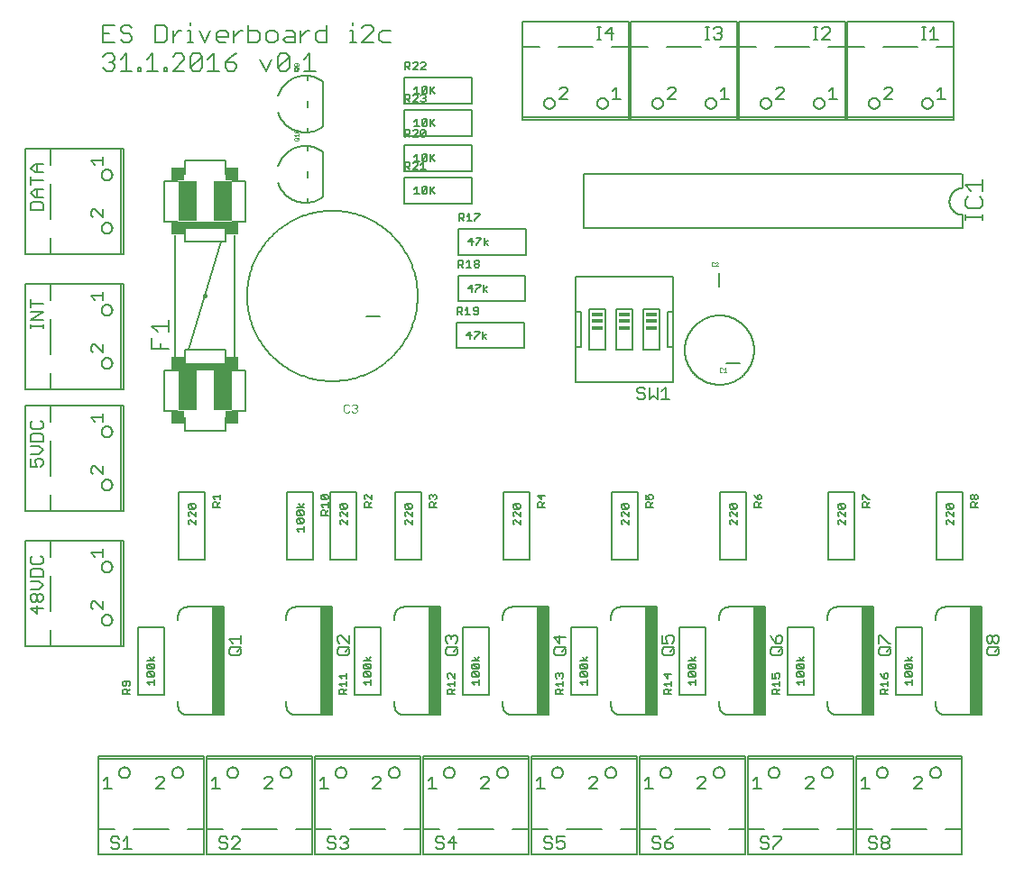
<source format=gto>
G75*
%MOIN*%
%OFA0B0*%
%FSLAX25Y25*%
%IPPOS*%
%LPD*%
%AMOC8*
5,1,8,0,0,1.08239X$1,22.5*
%
%ADD10C,0.00600*%
%ADD11C,0.00500*%
%ADD12C,0.00700*%
%ADD13R,0.05000X0.05000*%
%ADD14R,0.20000X0.02500*%
%ADD15R,0.07000X0.15000*%
%ADD16C,0.00800*%
%ADD17R,0.04000X0.40000*%
%ADD18R,0.04000X0.01500*%
%ADD19C,0.00100*%
%ADD20C,0.00300*%
%ADD21C,0.00200*%
D10*
X0041358Y0019500D02*
X0041358Y0028902D01*
X0041358Y0054902D01*
X0041358Y0055701D01*
X0080657Y0055701D01*
X0080657Y0054902D01*
X0080657Y0028902D01*
X0080657Y0019500D01*
X0041358Y0019500D01*
X0041358Y0028902D02*
X0047657Y0028902D01*
X0054657Y0028902D02*
X0067358Y0028902D01*
X0074358Y0028902D02*
X0080657Y0028902D01*
X0081358Y0028902D02*
X0081358Y0054902D01*
X0081358Y0055701D01*
X0120657Y0055701D01*
X0120657Y0054902D01*
X0120657Y0028902D01*
X0120657Y0019500D01*
X0081358Y0019500D01*
X0081358Y0028902D01*
X0087657Y0028902D01*
X0094657Y0028902D02*
X0107358Y0028902D01*
X0114358Y0028902D02*
X0120657Y0028902D01*
X0121358Y0028902D02*
X0121358Y0054902D01*
X0121358Y0055701D01*
X0160657Y0055701D01*
X0160657Y0054902D01*
X0160657Y0028902D01*
X0160657Y0019500D01*
X0121358Y0019500D01*
X0121358Y0028902D01*
X0127657Y0028902D01*
X0134657Y0028902D02*
X0147358Y0028902D01*
X0154358Y0028902D02*
X0160657Y0028902D01*
X0161358Y0028902D02*
X0161358Y0054902D01*
X0161358Y0055701D01*
X0200657Y0055701D01*
X0200657Y0054902D01*
X0200657Y0028902D01*
X0200657Y0019500D01*
X0161358Y0019500D01*
X0161358Y0028902D01*
X0167657Y0028902D01*
X0174657Y0028902D02*
X0187358Y0028902D01*
X0194358Y0028902D02*
X0200657Y0028902D01*
X0201358Y0028902D02*
X0201358Y0054902D01*
X0201358Y0055701D01*
X0240657Y0055701D01*
X0240657Y0054902D01*
X0240657Y0028902D01*
X0240657Y0019500D01*
X0201358Y0019500D01*
X0201358Y0028902D01*
X0207657Y0028902D01*
X0214657Y0028902D02*
X0227358Y0028902D01*
X0234358Y0028902D02*
X0240657Y0028902D01*
X0241358Y0028902D02*
X0241358Y0054902D01*
X0241358Y0055701D01*
X0280657Y0055701D01*
X0280657Y0054902D01*
X0280657Y0028902D01*
X0280657Y0019500D01*
X0241358Y0019500D01*
X0241358Y0028902D01*
X0247657Y0028902D01*
X0254657Y0028902D02*
X0267358Y0028902D01*
X0274358Y0028902D02*
X0280657Y0028902D01*
X0281358Y0028902D02*
X0281358Y0054902D01*
X0281358Y0055701D01*
X0320657Y0055701D01*
X0320657Y0054902D01*
X0320657Y0028902D01*
X0320657Y0019500D01*
X0281358Y0019500D01*
X0281358Y0028902D01*
X0287657Y0028902D01*
X0294657Y0028902D02*
X0307358Y0028902D01*
X0314358Y0028902D02*
X0320657Y0028902D01*
X0321358Y0028902D02*
X0321358Y0054902D01*
X0321358Y0055701D01*
X0360657Y0055701D01*
X0360657Y0054902D01*
X0360657Y0028902D01*
X0360657Y0019500D01*
X0321358Y0019500D01*
X0321358Y0028902D01*
X0327657Y0028902D01*
X0334657Y0028902D02*
X0347358Y0028902D01*
X0354358Y0028902D02*
X0360657Y0028902D01*
X0348857Y0049700D02*
X0348859Y0049789D01*
X0348865Y0049878D01*
X0348875Y0049967D01*
X0348889Y0050055D01*
X0348906Y0050142D01*
X0348928Y0050228D01*
X0348954Y0050314D01*
X0348983Y0050398D01*
X0349016Y0050481D01*
X0349052Y0050562D01*
X0349093Y0050642D01*
X0349136Y0050719D01*
X0349183Y0050795D01*
X0349234Y0050868D01*
X0349287Y0050939D01*
X0349344Y0051008D01*
X0349404Y0051074D01*
X0349467Y0051138D01*
X0349532Y0051198D01*
X0349600Y0051256D01*
X0349671Y0051310D01*
X0349744Y0051361D01*
X0349819Y0051409D01*
X0349896Y0051454D01*
X0349975Y0051495D01*
X0350056Y0051532D01*
X0350138Y0051566D01*
X0350222Y0051597D01*
X0350307Y0051623D01*
X0350393Y0051646D01*
X0350480Y0051664D01*
X0350568Y0051679D01*
X0350657Y0051690D01*
X0350746Y0051697D01*
X0350835Y0051700D01*
X0350924Y0051699D01*
X0351013Y0051694D01*
X0351101Y0051685D01*
X0351190Y0051672D01*
X0351277Y0051655D01*
X0351364Y0051635D01*
X0351450Y0051610D01*
X0351534Y0051582D01*
X0351617Y0051550D01*
X0351699Y0051514D01*
X0351779Y0051475D01*
X0351857Y0051432D01*
X0351933Y0051386D01*
X0352007Y0051336D01*
X0352079Y0051283D01*
X0352148Y0051227D01*
X0352215Y0051168D01*
X0352279Y0051106D01*
X0352340Y0051042D01*
X0352399Y0050974D01*
X0352454Y0050904D01*
X0352506Y0050832D01*
X0352555Y0050757D01*
X0352600Y0050681D01*
X0352642Y0050602D01*
X0352680Y0050522D01*
X0352715Y0050440D01*
X0352746Y0050356D01*
X0352774Y0050271D01*
X0352797Y0050185D01*
X0352817Y0050098D01*
X0352833Y0050011D01*
X0352845Y0049922D01*
X0352853Y0049834D01*
X0352857Y0049745D01*
X0352857Y0049655D01*
X0352853Y0049566D01*
X0352845Y0049478D01*
X0352833Y0049389D01*
X0352817Y0049302D01*
X0352797Y0049215D01*
X0352774Y0049129D01*
X0352746Y0049044D01*
X0352715Y0048960D01*
X0352680Y0048878D01*
X0352642Y0048798D01*
X0352600Y0048719D01*
X0352555Y0048643D01*
X0352506Y0048568D01*
X0352454Y0048496D01*
X0352399Y0048426D01*
X0352340Y0048358D01*
X0352279Y0048294D01*
X0352215Y0048232D01*
X0352148Y0048173D01*
X0352079Y0048117D01*
X0352007Y0048064D01*
X0351933Y0048014D01*
X0351857Y0047968D01*
X0351779Y0047925D01*
X0351699Y0047886D01*
X0351617Y0047850D01*
X0351534Y0047818D01*
X0351450Y0047790D01*
X0351364Y0047765D01*
X0351277Y0047745D01*
X0351190Y0047728D01*
X0351101Y0047715D01*
X0351013Y0047706D01*
X0350924Y0047701D01*
X0350835Y0047700D01*
X0350746Y0047703D01*
X0350657Y0047710D01*
X0350568Y0047721D01*
X0350480Y0047736D01*
X0350393Y0047754D01*
X0350307Y0047777D01*
X0350222Y0047803D01*
X0350138Y0047834D01*
X0350056Y0047868D01*
X0349975Y0047905D01*
X0349896Y0047946D01*
X0349819Y0047991D01*
X0349744Y0048039D01*
X0349671Y0048090D01*
X0349600Y0048144D01*
X0349532Y0048202D01*
X0349467Y0048262D01*
X0349404Y0048326D01*
X0349344Y0048392D01*
X0349287Y0048461D01*
X0349234Y0048532D01*
X0349183Y0048605D01*
X0349136Y0048681D01*
X0349093Y0048758D01*
X0349052Y0048838D01*
X0349016Y0048919D01*
X0348983Y0049002D01*
X0348954Y0049086D01*
X0348928Y0049172D01*
X0348906Y0049258D01*
X0348889Y0049345D01*
X0348875Y0049433D01*
X0348865Y0049522D01*
X0348859Y0049611D01*
X0348857Y0049700D01*
X0360657Y0054902D02*
X0321358Y0054902D01*
X0320657Y0054902D02*
X0281358Y0054902D01*
X0280657Y0054902D02*
X0241358Y0054902D01*
X0240657Y0054902D02*
X0201358Y0054902D01*
X0200657Y0054902D02*
X0161358Y0054902D01*
X0160657Y0054902D02*
X0121358Y0054902D01*
X0120657Y0054902D02*
X0081358Y0054902D01*
X0080657Y0054902D02*
X0041358Y0054902D01*
X0049157Y0049700D02*
X0049159Y0049789D01*
X0049165Y0049878D01*
X0049175Y0049967D01*
X0049189Y0050055D01*
X0049206Y0050142D01*
X0049228Y0050228D01*
X0049254Y0050314D01*
X0049283Y0050398D01*
X0049316Y0050481D01*
X0049352Y0050562D01*
X0049393Y0050642D01*
X0049436Y0050719D01*
X0049483Y0050795D01*
X0049534Y0050868D01*
X0049587Y0050939D01*
X0049644Y0051008D01*
X0049704Y0051074D01*
X0049767Y0051138D01*
X0049832Y0051198D01*
X0049900Y0051256D01*
X0049971Y0051310D01*
X0050044Y0051361D01*
X0050119Y0051409D01*
X0050196Y0051454D01*
X0050275Y0051495D01*
X0050356Y0051532D01*
X0050438Y0051566D01*
X0050522Y0051597D01*
X0050607Y0051623D01*
X0050693Y0051646D01*
X0050780Y0051664D01*
X0050868Y0051679D01*
X0050957Y0051690D01*
X0051046Y0051697D01*
X0051135Y0051700D01*
X0051224Y0051699D01*
X0051313Y0051694D01*
X0051401Y0051685D01*
X0051490Y0051672D01*
X0051577Y0051655D01*
X0051664Y0051635D01*
X0051750Y0051610D01*
X0051834Y0051582D01*
X0051917Y0051550D01*
X0051999Y0051514D01*
X0052079Y0051475D01*
X0052157Y0051432D01*
X0052233Y0051386D01*
X0052307Y0051336D01*
X0052379Y0051283D01*
X0052448Y0051227D01*
X0052515Y0051168D01*
X0052579Y0051106D01*
X0052640Y0051042D01*
X0052699Y0050974D01*
X0052754Y0050904D01*
X0052806Y0050832D01*
X0052855Y0050757D01*
X0052900Y0050681D01*
X0052942Y0050602D01*
X0052980Y0050522D01*
X0053015Y0050440D01*
X0053046Y0050356D01*
X0053074Y0050271D01*
X0053097Y0050185D01*
X0053117Y0050098D01*
X0053133Y0050011D01*
X0053145Y0049922D01*
X0053153Y0049834D01*
X0053157Y0049745D01*
X0053157Y0049655D01*
X0053153Y0049566D01*
X0053145Y0049478D01*
X0053133Y0049389D01*
X0053117Y0049302D01*
X0053097Y0049215D01*
X0053074Y0049129D01*
X0053046Y0049044D01*
X0053015Y0048960D01*
X0052980Y0048878D01*
X0052942Y0048798D01*
X0052900Y0048719D01*
X0052855Y0048643D01*
X0052806Y0048568D01*
X0052754Y0048496D01*
X0052699Y0048426D01*
X0052640Y0048358D01*
X0052579Y0048294D01*
X0052515Y0048232D01*
X0052448Y0048173D01*
X0052379Y0048117D01*
X0052307Y0048064D01*
X0052233Y0048014D01*
X0052157Y0047968D01*
X0052079Y0047925D01*
X0051999Y0047886D01*
X0051917Y0047850D01*
X0051834Y0047818D01*
X0051750Y0047790D01*
X0051664Y0047765D01*
X0051577Y0047745D01*
X0051490Y0047728D01*
X0051401Y0047715D01*
X0051313Y0047706D01*
X0051224Y0047701D01*
X0051135Y0047700D01*
X0051046Y0047703D01*
X0050957Y0047710D01*
X0050868Y0047721D01*
X0050780Y0047736D01*
X0050693Y0047754D01*
X0050607Y0047777D01*
X0050522Y0047803D01*
X0050438Y0047834D01*
X0050356Y0047868D01*
X0050275Y0047905D01*
X0050196Y0047946D01*
X0050119Y0047991D01*
X0050044Y0048039D01*
X0049971Y0048090D01*
X0049900Y0048144D01*
X0049832Y0048202D01*
X0049767Y0048262D01*
X0049704Y0048326D01*
X0049644Y0048392D01*
X0049587Y0048461D01*
X0049534Y0048532D01*
X0049483Y0048605D01*
X0049436Y0048681D01*
X0049393Y0048758D01*
X0049352Y0048838D01*
X0049316Y0048919D01*
X0049283Y0049002D01*
X0049254Y0049086D01*
X0049228Y0049172D01*
X0049206Y0049258D01*
X0049189Y0049345D01*
X0049175Y0049433D01*
X0049165Y0049522D01*
X0049159Y0049611D01*
X0049157Y0049700D01*
X0068857Y0049700D02*
X0068859Y0049789D01*
X0068865Y0049878D01*
X0068875Y0049967D01*
X0068889Y0050055D01*
X0068906Y0050142D01*
X0068928Y0050228D01*
X0068954Y0050314D01*
X0068983Y0050398D01*
X0069016Y0050481D01*
X0069052Y0050562D01*
X0069093Y0050642D01*
X0069136Y0050719D01*
X0069183Y0050795D01*
X0069234Y0050868D01*
X0069287Y0050939D01*
X0069344Y0051008D01*
X0069404Y0051074D01*
X0069467Y0051138D01*
X0069532Y0051198D01*
X0069600Y0051256D01*
X0069671Y0051310D01*
X0069744Y0051361D01*
X0069819Y0051409D01*
X0069896Y0051454D01*
X0069975Y0051495D01*
X0070056Y0051532D01*
X0070138Y0051566D01*
X0070222Y0051597D01*
X0070307Y0051623D01*
X0070393Y0051646D01*
X0070480Y0051664D01*
X0070568Y0051679D01*
X0070657Y0051690D01*
X0070746Y0051697D01*
X0070835Y0051700D01*
X0070924Y0051699D01*
X0071013Y0051694D01*
X0071101Y0051685D01*
X0071190Y0051672D01*
X0071277Y0051655D01*
X0071364Y0051635D01*
X0071450Y0051610D01*
X0071534Y0051582D01*
X0071617Y0051550D01*
X0071699Y0051514D01*
X0071779Y0051475D01*
X0071857Y0051432D01*
X0071933Y0051386D01*
X0072007Y0051336D01*
X0072079Y0051283D01*
X0072148Y0051227D01*
X0072215Y0051168D01*
X0072279Y0051106D01*
X0072340Y0051042D01*
X0072399Y0050974D01*
X0072454Y0050904D01*
X0072506Y0050832D01*
X0072555Y0050757D01*
X0072600Y0050681D01*
X0072642Y0050602D01*
X0072680Y0050522D01*
X0072715Y0050440D01*
X0072746Y0050356D01*
X0072774Y0050271D01*
X0072797Y0050185D01*
X0072817Y0050098D01*
X0072833Y0050011D01*
X0072845Y0049922D01*
X0072853Y0049834D01*
X0072857Y0049745D01*
X0072857Y0049655D01*
X0072853Y0049566D01*
X0072845Y0049478D01*
X0072833Y0049389D01*
X0072817Y0049302D01*
X0072797Y0049215D01*
X0072774Y0049129D01*
X0072746Y0049044D01*
X0072715Y0048960D01*
X0072680Y0048878D01*
X0072642Y0048798D01*
X0072600Y0048719D01*
X0072555Y0048643D01*
X0072506Y0048568D01*
X0072454Y0048496D01*
X0072399Y0048426D01*
X0072340Y0048358D01*
X0072279Y0048294D01*
X0072215Y0048232D01*
X0072148Y0048173D01*
X0072079Y0048117D01*
X0072007Y0048064D01*
X0071933Y0048014D01*
X0071857Y0047968D01*
X0071779Y0047925D01*
X0071699Y0047886D01*
X0071617Y0047850D01*
X0071534Y0047818D01*
X0071450Y0047790D01*
X0071364Y0047765D01*
X0071277Y0047745D01*
X0071190Y0047728D01*
X0071101Y0047715D01*
X0071013Y0047706D01*
X0070924Y0047701D01*
X0070835Y0047700D01*
X0070746Y0047703D01*
X0070657Y0047710D01*
X0070568Y0047721D01*
X0070480Y0047736D01*
X0070393Y0047754D01*
X0070307Y0047777D01*
X0070222Y0047803D01*
X0070138Y0047834D01*
X0070056Y0047868D01*
X0069975Y0047905D01*
X0069896Y0047946D01*
X0069819Y0047991D01*
X0069744Y0048039D01*
X0069671Y0048090D01*
X0069600Y0048144D01*
X0069532Y0048202D01*
X0069467Y0048262D01*
X0069404Y0048326D01*
X0069344Y0048392D01*
X0069287Y0048461D01*
X0069234Y0048532D01*
X0069183Y0048605D01*
X0069136Y0048681D01*
X0069093Y0048758D01*
X0069052Y0048838D01*
X0069016Y0048919D01*
X0068983Y0049002D01*
X0068954Y0049086D01*
X0068928Y0049172D01*
X0068906Y0049258D01*
X0068889Y0049345D01*
X0068875Y0049433D01*
X0068865Y0049522D01*
X0068859Y0049611D01*
X0068857Y0049700D01*
X0089157Y0049700D02*
X0089159Y0049789D01*
X0089165Y0049878D01*
X0089175Y0049967D01*
X0089189Y0050055D01*
X0089206Y0050142D01*
X0089228Y0050228D01*
X0089254Y0050314D01*
X0089283Y0050398D01*
X0089316Y0050481D01*
X0089352Y0050562D01*
X0089393Y0050642D01*
X0089436Y0050719D01*
X0089483Y0050795D01*
X0089534Y0050868D01*
X0089587Y0050939D01*
X0089644Y0051008D01*
X0089704Y0051074D01*
X0089767Y0051138D01*
X0089832Y0051198D01*
X0089900Y0051256D01*
X0089971Y0051310D01*
X0090044Y0051361D01*
X0090119Y0051409D01*
X0090196Y0051454D01*
X0090275Y0051495D01*
X0090356Y0051532D01*
X0090438Y0051566D01*
X0090522Y0051597D01*
X0090607Y0051623D01*
X0090693Y0051646D01*
X0090780Y0051664D01*
X0090868Y0051679D01*
X0090957Y0051690D01*
X0091046Y0051697D01*
X0091135Y0051700D01*
X0091224Y0051699D01*
X0091313Y0051694D01*
X0091401Y0051685D01*
X0091490Y0051672D01*
X0091577Y0051655D01*
X0091664Y0051635D01*
X0091750Y0051610D01*
X0091834Y0051582D01*
X0091917Y0051550D01*
X0091999Y0051514D01*
X0092079Y0051475D01*
X0092157Y0051432D01*
X0092233Y0051386D01*
X0092307Y0051336D01*
X0092379Y0051283D01*
X0092448Y0051227D01*
X0092515Y0051168D01*
X0092579Y0051106D01*
X0092640Y0051042D01*
X0092699Y0050974D01*
X0092754Y0050904D01*
X0092806Y0050832D01*
X0092855Y0050757D01*
X0092900Y0050681D01*
X0092942Y0050602D01*
X0092980Y0050522D01*
X0093015Y0050440D01*
X0093046Y0050356D01*
X0093074Y0050271D01*
X0093097Y0050185D01*
X0093117Y0050098D01*
X0093133Y0050011D01*
X0093145Y0049922D01*
X0093153Y0049834D01*
X0093157Y0049745D01*
X0093157Y0049655D01*
X0093153Y0049566D01*
X0093145Y0049478D01*
X0093133Y0049389D01*
X0093117Y0049302D01*
X0093097Y0049215D01*
X0093074Y0049129D01*
X0093046Y0049044D01*
X0093015Y0048960D01*
X0092980Y0048878D01*
X0092942Y0048798D01*
X0092900Y0048719D01*
X0092855Y0048643D01*
X0092806Y0048568D01*
X0092754Y0048496D01*
X0092699Y0048426D01*
X0092640Y0048358D01*
X0092579Y0048294D01*
X0092515Y0048232D01*
X0092448Y0048173D01*
X0092379Y0048117D01*
X0092307Y0048064D01*
X0092233Y0048014D01*
X0092157Y0047968D01*
X0092079Y0047925D01*
X0091999Y0047886D01*
X0091917Y0047850D01*
X0091834Y0047818D01*
X0091750Y0047790D01*
X0091664Y0047765D01*
X0091577Y0047745D01*
X0091490Y0047728D01*
X0091401Y0047715D01*
X0091313Y0047706D01*
X0091224Y0047701D01*
X0091135Y0047700D01*
X0091046Y0047703D01*
X0090957Y0047710D01*
X0090868Y0047721D01*
X0090780Y0047736D01*
X0090693Y0047754D01*
X0090607Y0047777D01*
X0090522Y0047803D01*
X0090438Y0047834D01*
X0090356Y0047868D01*
X0090275Y0047905D01*
X0090196Y0047946D01*
X0090119Y0047991D01*
X0090044Y0048039D01*
X0089971Y0048090D01*
X0089900Y0048144D01*
X0089832Y0048202D01*
X0089767Y0048262D01*
X0089704Y0048326D01*
X0089644Y0048392D01*
X0089587Y0048461D01*
X0089534Y0048532D01*
X0089483Y0048605D01*
X0089436Y0048681D01*
X0089393Y0048758D01*
X0089352Y0048838D01*
X0089316Y0048919D01*
X0089283Y0049002D01*
X0089254Y0049086D01*
X0089228Y0049172D01*
X0089206Y0049258D01*
X0089189Y0049345D01*
X0089175Y0049433D01*
X0089165Y0049522D01*
X0089159Y0049611D01*
X0089157Y0049700D01*
X0108857Y0049700D02*
X0108859Y0049789D01*
X0108865Y0049878D01*
X0108875Y0049967D01*
X0108889Y0050055D01*
X0108906Y0050142D01*
X0108928Y0050228D01*
X0108954Y0050314D01*
X0108983Y0050398D01*
X0109016Y0050481D01*
X0109052Y0050562D01*
X0109093Y0050642D01*
X0109136Y0050719D01*
X0109183Y0050795D01*
X0109234Y0050868D01*
X0109287Y0050939D01*
X0109344Y0051008D01*
X0109404Y0051074D01*
X0109467Y0051138D01*
X0109532Y0051198D01*
X0109600Y0051256D01*
X0109671Y0051310D01*
X0109744Y0051361D01*
X0109819Y0051409D01*
X0109896Y0051454D01*
X0109975Y0051495D01*
X0110056Y0051532D01*
X0110138Y0051566D01*
X0110222Y0051597D01*
X0110307Y0051623D01*
X0110393Y0051646D01*
X0110480Y0051664D01*
X0110568Y0051679D01*
X0110657Y0051690D01*
X0110746Y0051697D01*
X0110835Y0051700D01*
X0110924Y0051699D01*
X0111013Y0051694D01*
X0111101Y0051685D01*
X0111190Y0051672D01*
X0111277Y0051655D01*
X0111364Y0051635D01*
X0111450Y0051610D01*
X0111534Y0051582D01*
X0111617Y0051550D01*
X0111699Y0051514D01*
X0111779Y0051475D01*
X0111857Y0051432D01*
X0111933Y0051386D01*
X0112007Y0051336D01*
X0112079Y0051283D01*
X0112148Y0051227D01*
X0112215Y0051168D01*
X0112279Y0051106D01*
X0112340Y0051042D01*
X0112399Y0050974D01*
X0112454Y0050904D01*
X0112506Y0050832D01*
X0112555Y0050757D01*
X0112600Y0050681D01*
X0112642Y0050602D01*
X0112680Y0050522D01*
X0112715Y0050440D01*
X0112746Y0050356D01*
X0112774Y0050271D01*
X0112797Y0050185D01*
X0112817Y0050098D01*
X0112833Y0050011D01*
X0112845Y0049922D01*
X0112853Y0049834D01*
X0112857Y0049745D01*
X0112857Y0049655D01*
X0112853Y0049566D01*
X0112845Y0049478D01*
X0112833Y0049389D01*
X0112817Y0049302D01*
X0112797Y0049215D01*
X0112774Y0049129D01*
X0112746Y0049044D01*
X0112715Y0048960D01*
X0112680Y0048878D01*
X0112642Y0048798D01*
X0112600Y0048719D01*
X0112555Y0048643D01*
X0112506Y0048568D01*
X0112454Y0048496D01*
X0112399Y0048426D01*
X0112340Y0048358D01*
X0112279Y0048294D01*
X0112215Y0048232D01*
X0112148Y0048173D01*
X0112079Y0048117D01*
X0112007Y0048064D01*
X0111933Y0048014D01*
X0111857Y0047968D01*
X0111779Y0047925D01*
X0111699Y0047886D01*
X0111617Y0047850D01*
X0111534Y0047818D01*
X0111450Y0047790D01*
X0111364Y0047765D01*
X0111277Y0047745D01*
X0111190Y0047728D01*
X0111101Y0047715D01*
X0111013Y0047706D01*
X0110924Y0047701D01*
X0110835Y0047700D01*
X0110746Y0047703D01*
X0110657Y0047710D01*
X0110568Y0047721D01*
X0110480Y0047736D01*
X0110393Y0047754D01*
X0110307Y0047777D01*
X0110222Y0047803D01*
X0110138Y0047834D01*
X0110056Y0047868D01*
X0109975Y0047905D01*
X0109896Y0047946D01*
X0109819Y0047991D01*
X0109744Y0048039D01*
X0109671Y0048090D01*
X0109600Y0048144D01*
X0109532Y0048202D01*
X0109467Y0048262D01*
X0109404Y0048326D01*
X0109344Y0048392D01*
X0109287Y0048461D01*
X0109234Y0048532D01*
X0109183Y0048605D01*
X0109136Y0048681D01*
X0109093Y0048758D01*
X0109052Y0048838D01*
X0109016Y0048919D01*
X0108983Y0049002D01*
X0108954Y0049086D01*
X0108928Y0049172D01*
X0108906Y0049258D01*
X0108889Y0049345D01*
X0108875Y0049433D01*
X0108865Y0049522D01*
X0108859Y0049611D01*
X0108857Y0049700D01*
X0129157Y0049700D02*
X0129159Y0049789D01*
X0129165Y0049878D01*
X0129175Y0049967D01*
X0129189Y0050055D01*
X0129206Y0050142D01*
X0129228Y0050228D01*
X0129254Y0050314D01*
X0129283Y0050398D01*
X0129316Y0050481D01*
X0129352Y0050562D01*
X0129393Y0050642D01*
X0129436Y0050719D01*
X0129483Y0050795D01*
X0129534Y0050868D01*
X0129587Y0050939D01*
X0129644Y0051008D01*
X0129704Y0051074D01*
X0129767Y0051138D01*
X0129832Y0051198D01*
X0129900Y0051256D01*
X0129971Y0051310D01*
X0130044Y0051361D01*
X0130119Y0051409D01*
X0130196Y0051454D01*
X0130275Y0051495D01*
X0130356Y0051532D01*
X0130438Y0051566D01*
X0130522Y0051597D01*
X0130607Y0051623D01*
X0130693Y0051646D01*
X0130780Y0051664D01*
X0130868Y0051679D01*
X0130957Y0051690D01*
X0131046Y0051697D01*
X0131135Y0051700D01*
X0131224Y0051699D01*
X0131313Y0051694D01*
X0131401Y0051685D01*
X0131490Y0051672D01*
X0131577Y0051655D01*
X0131664Y0051635D01*
X0131750Y0051610D01*
X0131834Y0051582D01*
X0131917Y0051550D01*
X0131999Y0051514D01*
X0132079Y0051475D01*
X0132157Y0051432D01*
X0132233Y0051386D01*
X0132307Y0051336D01*
X0132379Y0051283D01*
X0132448Y0051227D01*
X0132515Y0051168D01*
X0132579Y0051106D01*
X0132640Y0051042D01*
X0132699Y0050974D01*
X0132754Y0050904D01*
X0132806Y0050832D01*
X0132855Y0050757D01*
X0132900Y0050681D01*
X0132942Y0050602D01*
X0132980Y0050522D01*
X0133015Y0050440D01*
X0133046Y0050356D01*
X0133074Y0050271D01*
X0133097Y0050185D01*
X0133117Y0050098D01*
X0133133Y0050011D01*
X0133145Y0049922D01*
X0133153Y0049834D01*
X0133157Y0049745D01*
X0133157Y0049655D01*
X0133153Y0049566D01*
X0133145Y0049478D01*
X0133133Y0049389D01*
X0133117Y0049302D01*
X0133097Y0049215D01*
X0133074Y0049129D01*
X0133046Y0049044D01*
X0133015Y0048960D01*
X0132980Y0048878D01*
X0132942Y0048798D01*
X0132900Y0048719D01*
X0132855Y0048643D01*
X0132806Y0048568D01*
X0132754Y0048496D01*
X0132699Y0048426D01*
X0132640Y0048358D01*
X0132579Y0048294D01*
X0132515Y0048232D01*
X0132448Y0048173D01*
X0132379Y0048117D01*
X0132307Y0048064D01*
X0132233Y0048014D01*
X0132157Y0047968D01*
X0132079Y0047925D01*
X0131999Y0047886D01*
X0131917Y0047850D01*
X0131834Y0047818D01*
X0131750Y0047790D01*
X0131664Y0047765D01*
X0131577Y0047745D01*
X0131490Y0047728D01*
X0131401Y0047715D01*
X0131313Y0047706D01*
X0131224Y0047701D01*
X0131135Y0047700D01*
X0131046Y0047703D01*
X0130957Y0047710D01*
X0130868Y0047721D01*
X0130780Y0047736D01*
X0130693Y0047754D01*
X0130607Y0047777D01*
X0130522Y0047803D01*
X0130438Y0047834D01*
X0130356Y0047868D01*
X0130275Y0047905D01*
X0130196Y0047946D01*
X0130119Y0047991D01*
X0130044Y0048039D01*
X0129971Y0048090D01*
X0129900Y0048144D01*
X0129832Y0048202D01*
X0129767Y0048262D01*
X0129704Y0048326D01*
X0129644Y0048392D01*
X0129587Y0048461D01*
X0129534Y0048532D01*
X0129483Y0048605D01*
X0129436Y0048681D01*
X0129393Y0048758D01*
X0129352Y0048838D01*
X0129316Y0048919D01*
X0129283Y0049002D01*
X0129254Y0049086D01*
X0129228Y0049172D01*
X0129206Y0049258D01*
X0129189Y0049345D01*
X0129175Y0049433D01*
X0129165Y0049522D01*
X0129159Y0049611D01*
X0129157Y0049700D01*
X0148857Y0049700D02*
X0148859Y0049789D01*
X0148865Y0049878D01*
X0148875Y0049967D01*
X0148889Y0050055D01*
X0148906Y0050142D01*
X0148928Y0050228D01*
X0148954Y0050314D01*
X0148983Y0050398D01*
X0149016Y0050481D01*
X0149052Y0050562D01*
X0149093Y0050642D01*
X0149136Y0050719D01*
X0149183Y0050795D01*
X0149234Y0050868D01*
X0149287Y0050939D01*
X0149344Y0051008D01*
X0149404Y0051074D01*
X0149467Y0051138D01*
X0149532Y0051198D01*
X0149600Y0051256D01*
X0149671Y0051310D01*
X0149744Y0051361D01*
X0149819Y0051409D01*
X0149896Y0051454D01*
X0149975Y0051495D01*
X0150056Y0051532D01*
X0150138Y0051566D01*
X0150222Y0051597D01*
X0150307Y0051623D01*
X0150393Y0051646D01*
X0150480Y0051664D01*
X0150568Y0051679D01*
X0150657Y0051690D01*
X0150746Y0051697D01*
X0150835Y0051700D01*
X0150924Y0051699D01*
X0151013Y0051694D01*
X0151101Y0051685D01*
X0151190Y0051672D01*
X0151277Y0051655D01*
X0151364Y0051635D01*
X0151450Y0051610D01*
X0151534Y0051582D01*
X0151617Y0051550D01*
X0151699Y0051514D01*
X0151779Y0051475D01*
X0151857Y0051432D01*
X0151933Y0051386D01*
X0152007Y0051336D01*
X0152079Y0051283D01*
X0152148Y0051227D01*
X0152215Y0051168D01*
X0152279Y0051106D01*
X0152340Y0051042D01*
X0152399Y0050974D01*
X0152454Y0050904D01*
X0152506Y0050832D01*
X0152555Y0050757D01*
X0152600Y0050681D01*
X0152642Y0050602D01*
X0152680Y0050522D01*
X0152715Y0050440D01*
X0152746Y0050356D01*
X0152774Y0050271D01*
X0152797Y0050185D01*
X0152817Y0050098D01*
X0152833Y0050011D01*
X0152845Y0049922D01*
X0152853Y0049834D01*
X0152857Y0049745D01*
X0152857Y0049655D01*
X0152853Y0049566D01*
X0152845Y0049478D01*
X0152833Y0049389D01*
X0152817Y0049302D01*
X0152797Y0049215D01*
X0152774Y0049129D01*
X0152746Y0049044D01*
X0152715Y0048960D01*
X0152680Y0048878D01*
X0152642Y0048798D01*
X0152600Y0048719D01*
X0152555Y0048643D01*
X0152506Y0048568D01*
X0152454Y0048496D01*
X0152399Y0048426D01*
X0152340Y0048358D01*
X0152279Y0048294D01*
X0152215Y0048232D01*
X0152148Y0048173D01*
X0152079Y0048117D01*
X0152007Y0048064D01*
X0151933Y0048014D01*
X0151857Y0047968D01*
X0151779Y0047925D01*
X0151699Y0047886D01*
X0151617Y0047850D01*
X0151534Y0047818D01*
X0151450Y0047790D01*
X0151364Y0047765D01*
X0151277Y0047745D01*
X0151190Y0047728D01*
X0151101Y0047715D01*
X0151013Y0047706D01*
X0150924Y0047701D01*
X0150835Y0047700D01*
X0150746Y0047703D01*
X0150657Y0047710D01*
X0150568Y0047721D01*
X0150480Y0047736D01*
X0150393Y0047754D01*
X0150307Y0047777D01*
X0150222Y0047803D01*
X0150138Y0047834D01*
X0150056Y0047868D01*
X0149975Y0047905D01*
X0149896Y0047946D01*
X0149819Y0047991D01*
X0149744Y0048039D01*
X0149671Y0048090D01*
X0149600Y0048144D01*
X0149532Y0048202D01*
X0149467Y0048262D01*
X0149404Y0048326D01*
X0149344Y0048392D01*
X0149287Y0048461D01*
X0149234Y0048532D01*
X0149183Y0048605D01*
X0149136Y0048681D01*
X0149093Y0048758D01*
X0149052Y0048838D01*
X0149016Y0048919D01*
X0148983Y0049002D01*
X0148954Y0049086D01*
X0148928Y0049172D01*
X0148906Y0049258D01*
X0148889Y0049345D01*
X0148875Y0049433D01*
X0148865Y0049522D01*
X0148859Y0049611D01*
X0148857Y0049700D01*
X0169157Y0049700D02*
X0169159Y0049789D01*
X0169165Y0049878D01*
X0169175Y0049967D01*
X0169189Y0050055D01*
X0169206Y0050142D01*
X0169228Y0050228D01*
X0169254Y0050314D01*
X0169283Y0050398D01*
X0169316Y0050481D01*
X0169352Y0050562D01*
X0169393Y0050642D01*
X0169436Y0050719D01*
X0169483Y0050795D01*
X0169534Y0050868D01*
X0169587Y0050939D01*
X0169644Y0051008D01*
X0169704Y0051074D01*
X0169767Y0051138D01*
X0169832Y0051198D01*
X0169900Y0051256D01*
X0169971Y0051310D01*
X0170044Y0051361D01*
X0170119Y0051409D01*
X0170196Y0051454D01*
X0170275Y0051495D01*
X0170356Y0051532D01*
X0170438Y0051566D01*
X0170522Y0051597D01*
X0170607Y0051623D01*
X0170693Y0051646D01*
X0170780Y0051664D01*
X0170868Y0051679D01*
X0170957Y0051690D01*
X0171046Y0051697D01*
X0171135Y0051700D01*
X0171224Y0051699D01*
X0171313Y0051694D01*
X0171401Y0051685D01*
X0171490Y0051672D01*
X0171577Y0051655D01*
X0171664Y0051635D01*
X0171750Y0051610D01*
X0171834Y0051582D01*
X0171917Y0051550D01*
X0171999Y0051514D01*
X0172079Y0051475D01*
X0172157Y0051432D01*
X0172233Y0051386D01*
X0172307Y0051336D01*
X0172379Y0051283D01*
X0172448Y0051227D01*
X0172515Y0051168D01*
X0172579Y0051106D01*
X0172640Y0051042D01*
X0172699Y0050974D01*
X0172754Y0050904D01*
X0172806Y0050832D01*
X0172855Y0050757D01*
X0172900Y0050681D01*
X0172942Y0050602D01*
X0172980Y0050522D01*
X0173015Y0050440D01*
X0173046Y0050356D01*
X0173074Y0050271D01*
X0173097Y0050185D01*
X0173117Y0050098D01*
X0173133Y0050011D01*
X0173145Y0049922D01*
X0173153Y0049834D01*
X0173157Y0049745D01*
X0173157Y0049655D01*
X0173153Y0049566D01*
X0173145Y0049478D01*
X0173133Y0049389D01*
X0173117Y0049302D01*
X0173097Y0049215D01*
X0173074Y0049129D01*
X0173046Y0049044D01*
X0173015Y0048960D01*
X0172980Y0048878D01*
X0172942Y0048798D01*
X0172900Y0048719D01*
X0172855Y0048643D01*
X0172806Y0048568D01*
X0172754Y0048496D01*
X0172699Y0048426D01*
X0172640Y0048358D01*
X0172579Y0048294D01*
X0172515Y0048232D01*
X0172448Y0048173D01*
X0172379Y0048117D01*
X0172307Y0048064D01*
X0172233Y0048014D01*
X0172157Y0047968D01*
X0172079Y0047925D01*
X0171999Y0047886D01*
X0171917Y0047850D01*
X0171834Y0047818D01*
X0171750Y0047790D01*
X0171664Y0047765D01*
X0171577Y0047745D01*
X0171490Y0047728D01*
X0171401Y0047715D01*
X0171313Y0047706D01*
X0171224Y0047701D01*
X0171135Y0047700D01*
X0171046Y0047703D01*
X0170957Y0047710D01*
X0170868Y0047721D01*
X0170780Y0047736D01*
X0170693Y0047754D01*
X0170607Y0047777D01*
X0170522Y0047803D01*
X0170438Y0047834D01*
X0170356Y0047868D01*
X0170275Y0047905D01*
X0170196Y0047946D01*
X0170119Y0047991D01*
X0170044Y0048039D01*
X0169971Y0048090D01*
X0169900Y0048144D01*
X0169832Y0048202D01*
X0169767Y0048262D01*
X0169704Y0048326D01*
X0169644Y0048392D01*
X0169587Y0048461D01*
X0169534Y0048532D01*
X0169483Y0048605D01*
X0169436Y0048681D01*
X0169393Y0048758D01*
X0169352Y0048838D01*
X0169316Y0048919D01*
X0169283Y0049002D01*
X0169254Y0049086D01*
X0169228Y0049172D01*
X0169206Y0049258D01*
X0169189Y0049345D01*
X0169175Y0049433D01*
X0169165Y0049522D01*
X0169159Y0049611D01*
X0169157Y0049700D01*
X0188857Y0049700D02*
X0188859Y0049789D01*
X0188865Y0049878D01*
X0188875Y0049967D01*
X0188889Y0050055D01*
X0188906Y0050142D01*
X0188928Y0050228D01*
X0188954Y0050314D01*
X0188983Y0050398D01*
X0189016Y0050481D01*
X0189052Y0050562D01*
X0189093Y0050642D01*
X0189136Y0050719D01*
X0189183Y0050795D01*
X0189234Y0050868D01*
X0189287Y0050939D01*
X0189344Y0051008D01*
X0189404Y0051074D01*
X0189467Y0051138D01*
X0189532Y0051198D01*
X0189600Y0051256D01*
X0189671Y0051310D01*
X0189744Y0051361D01*
X0189819Y0051409D01*
X0189896Y0051454D01*
X0189975Y0051495D01*
X0190056Y0051532D01*
X0190138Y0051566D01*
X0190222Y0051597D01*
X0190307Y0051623D01*
X0190393Y0051646D01*
X0190480Y0051664D01*
X0190568Y0051679D01*
X0190657Y0051690D01*
X0190746Y0051697D01*
X0190835Y0051700D01*
X0190924Y0051699D01*
X0191013Y0051694D01*
X0191101Y0051685D01*
X0191190Y0051672D01*
X0191277Y0051655D01*
X0191364Y0051635D01*
X0191450Y0051610D01*
X0191534Y0051582D01*
X0191617Y0051550D01*
X0191699Y0051514D01*
X0191779Y0051475D01*
X0191857Y0051432D01*
X0191933Y0051386D01*
X0192007Y0051336D01*
X0192079Y0051283D01*
X0192148Y0051227D01*
X0192215Y0051168D01*
X0192279Y0051106D01*
X0192340Y0051042D01*
X0192399Y0050974D01*
X0192454Y0050904D01*
X0192506Y0050832D01*
X0192555Y0050757D01*
X0192600Y0050681D01*
X0192642Y0050602D01*
X0192680Y0050522D01*
X0192715Y0050440D01*
X0192746Y0050356D01*
X0192774Y0050271D01*
X0192797Y0050185D01*
X0192817Y0050098D01*
X0192833Y0050011D01*
X0192845Y0049922D01*
X0192853Y0049834D01*
X0192857Y0049745D01*
X0192857Y0049655D01*
X0192853Y0049566D01*
X0192845Y0049478D01*
X0192833Y0049389D01*
X0192817Y0049302D01*
X0192797Y0049215D01*
X0192774Y0049129D01*
X0192746Y0049044D01*
X0192715Y0048960D01*
X0192680Y0048878D01*
X0192642Y0048798D01*
X0192600Y0048719D01*
X0192555Y0048643D01*
X0192506Y0048568D01*
X0192454Y0048496D01*
X0192399Y0048426D01*
X0192340Y0048358D01*
X0192279Y0048294D01*
X0192215Y0048232D01*
X0192148Y0048173D01*
X0192079Y0048117D01*
X0192007Y0048064D01*
X0191933Y0048014D01*
X0191857Y0047968D01*
X0191779Y0047925D01*
X0191699Y0047886D01*
X0191617Y0047850D01*
X0191534Y0047818D01*
X0191450Y0047790D01*
X0191364Y0047765D01*
X0191277Y0047745D01*
X0191190Y0047728D01*
X0191101Y0047715D01*
X0191013Y0047706D01*
X0190924Y0047701D01*
X0190835Y0047700D01*
X0190746Y0047703D01*
X0190657Y0047710D01*
X0190568Y0047721D01*
X0190480Y0047736D01*
X0190393Y0047754D01*
X0190307Y0047777D01*
X0190222Y0047803D01*
X0190138Y0047834D01*
X0190056Y0047868D01*
X0189975Y0047905D01*
X0189896Y0047946D01*
X0189819Y0047991D01*
X0189744Y0048039D01*
X0189671Y0048090D01*
X0189600Y0048144D01*
X0189532Y0048202D01*
X0189467Y0048262D01*
X0189404Y0048326D01*
X0189344Y0048392D01*
X0189287Y0048461D01*
X0189234Y0048532D01*
X0189183Y0048605D01*
X0189136Y0048681D01*
X0189093Y0048758D01*
X0189052Y0048838D01*
X0189016Y0048919D01*
X0188983Y0049002D01*
X0188954Y0049086D01*
X0188928Y0049172D01*
X0188906Y0049258D01*
X0188889Y0049345D01*
X0188875Y0049433D01*
X0188865Y0049522D01*
X0188859Y0049611D01*
X0188857Y0049700D01*
X0209157Y0049700D02*
X0209159Y0049789D01*
X0209165Y0049878D01*
X0209175Y0049967D01*
X0209189Y0050055D01*
X0209206Y0050142D01*
X0209228Y0050228D01*
X0209254Y0050314D01*
X0209283Y0050398D01*
X0209316Y0050481D01*
X0209352Y0050562D01*
X0209393Y0050642D01*
X0209436Y0050719D01*
X0209483Y0050795D01*
X0209534Y0050868D01*
X0209587Y0050939D01*
X0209644Y0051008D01*
X0209704Y0051074D01*
X0209767Y0051138D01*
X0209832Y0051198D01*
X0209900Y0051256D01*
X0209971Y0051310D01*
X0210044Y0051361D01*
X0210119Y0051409D01*
X0210196Y0051454D01*
X0210275Y0051495D01*
X0210356Y0051532D01*
X0210438Y0051566D01*
X0210522Y0051597D01*
X0210607Y0051623D01*
X0210693Y0051646D01*
X0210780Y0051664D01*
X0210868Y0051679D01*
X0210957Y0051690D01*
X0211046Y0051697D01*
X0211135Y0051700D01*
X0211224Y0051699D01*
X0211313Y0051694D01*
X0211401Y0051685D01*
X0211490Y0051672D01*
X0211577Y0051655D01*
X0211664Y0051635D01*
X0211750Y0051610D01*
X0211834Y0051582D01*
X0211917Y0051550D01*
X0211999Y0051514D01*
X0212079Y0051475D01*
X0212157Y0051432D01*
X0212233Y0051386D01*
X0212307Y0051336D01*
X0212379Y0051283D01*
X0212448Y0051227D01*
X0212515Y0051168D01*
X0212579Y0051106D01*
X0212640Y0051042D01*
X0212699Y0050974D01*
X0212754Y0050904D01*
X0212806Y0050832D01*
X0212855Y0050757D01*
X0212900Y0050681D01*
X0212942Y0050602D01*
X0212980Y0050522D01*
X0213015Y0050440D01*
X0213046Y0050356D01*
X0213074Y0050271D01*
X0213097Y0050185D01*
X0213117Y0050098D01*
X0213133Y0050011D01*
X0213145Y0049922D01*
X0213153Y0049834D01*
X0213157Y0049745D01*
X0213157Y0049655D01*
X0213153Y0049566D01*
X0213145Y0049478D01*
X0213133Y0049389D01*
X0213117Y0049302D01*
X0213097Y0049215D01*
X0213074Y0049129D01*
X0213046Y0049044D01*
X0213015Y0048960D01*
X0212980Y0048878D01*
X0212942Y0048798D01*
X0212900Y0048719D01*
X0212855Y0048643D01*
X0212806Y0048568D01*
X0212754Y0048496D01*
X0212699Y0048426D01*
X0212640Y0048358D01*
X0212579Y0048294D01*
X0212515Y0048232D01*
X0212448Y0048173D01*
X0212379Y0048117D01*
X0212307Y0048064D01*
X0212233Y0048014D01*
X0212157Y0047968D01*
X0212079Y0047925D01*
X0211999Y0047886D01*
X0211917Y0047850D01*
X0211834Y0047818D01*
X0211750Y0047790D01*
X0211664Y0047765D01*
X0211577Y0047745D01*
X0211490Y0047728D01*
X0211401Y0047715D01*
X0211313Y0047706D01*
X0211224Y0047701D01*
X0211135Y0047700D01*
X0211046Y0047703D01*
X0210957Y0047710D01*
X0210868Y0047721D01*
X0210780Y0047736D01*
X0210693Y0047754D01*
X0210607Y0047777D01*
X0210522Y0047803D01*
X0210438Y0047834D01*
X0210356Y0047868D01*
X0210275Y0047905D01*
X0210196Y0047946D01*
X0210119Y0047991D01*
X0210044Y0048039D01*
X0209971Y0048090D01*
X0209900Y0048144D01*
X0209832Y0048202D01*
X0209767Y0048262D01*
X0209704Y0048326D01*
X0209644Y0048392D01*
X0209587Y0048461D01*
X0209534Y0048532D01*
X0209483Y0048605D01*
X0209436Y0048681D01*
X0209393Y0048758D01*
X0209352Y0048838D01*
X0209316Y0048919D01*
X0209283Y0049002D01*
X0209254Y0049086D01*
X0209228Y0049172D01*
X0209206Y0049258D01*
X0209189Y0049345D01*
X0209175Y0049433D01*
X0209165Y0049522D01*
X0209159Y0049611D01*
X0209157Y0049700D01*
X0228857Y0049700D02*
X0228859Y0049789D01*
X0228865Y0049878D01*
X0228875Y0049967D01*
X0228889Y0050055D01*
X0228906Y0050142D01*
X0228928Y0050228D01*
X0228954Y0050314D01*
X0228983Y0050398D01*
X0229016Y0050481D01*
X0229052Y0050562D01*
X0229093Y0050642D01*
X0229136Y0050719D01*
X0229183Y0050795D01*
X0229234Y0050868D01*
X0229287Y0050939D01*
X0229344Y0051008D01*
X0229404Y0051074D01*
X0229467Y0051138D01*
X0229532Y0051198D01*
X0229600Y0051256D01*
X0229671Y0051310D01*
X0229744Y0051361D01*
X0229819Y0051409D01*
X0229896Y0051454D01*
X0229975Y0051495D01*
X0230056Y0051532D01*
X0230138Y0051566D01*
X0230222Y0051597D01*
X0230307Y0051623D01*
X0230393Y0051646D01*
X0230480Y0051664D01*
X0230568Y0051679D01*
X0230657Y0051690D01*
X0230746Y0051697D01*
X0230835Y0051700D01*
X0230924Y0051699D01*
X0231013Y0051694D01*
X0231101Y0051685D01*
X0231190Y0051672D01*
X0231277Y0051655D01*
X0231364Y0051635D01*
X0231450Y0051610D01*
X0231534Y0051582D01*
X0231617Y0051550D01*
X0231699Y0051514D01*
X0231779Y0051475D01*
X0231857Y0051432D01*
X0231933Y0051386D01*
X0232007Y0051336D01*
X0232079Y0051283D01*
X0232148Y0051227D01*
X0232215Y0051168D01*
X0232279Y0051106D01*
X0232340Y0051042D01*
X0232399Y0050974D01*
X0232454Y0050904D01*
X0232506Y0050832D01*
X0232555Y0050757D01*
X0232600Y0050681D01*
X0232642Y0050602D01*
X0232680Y0050522D01*
X0232715Y0050440D01*
X0232746Y0050356D01*
X0232774Y0050271D01*
X0232797Y0050185D01*
X0232817Y0050098D01*
X0232833Y0050011D01*
X0232845Y0049922D01*
X0232853Y0049834D01*
X0232857Y0049745D01*
X0232857Y0049655D01*
X0232853Y0049566D01*
X0232845Y0049478D01*
X0232833Y0049389D01*
X0232817Y0049302D01*
X0232797Y0049215D01*
X0232774Y0049129D01*
X0232746Y0049044D01*
X0232715Y0048960D01*
X0232680Y0048878D01*
X0232642Y0048798D01*
X0232600Y0048719D01*
X0232555Y0048643D01*
X0232506Y0048568D01*
X0232454Y0048496D01*
X0232399Y0048426D01*
X0232340Y0048358D01*
X0232279Y0048294D01*
X0232215Y0048232D01*
X0232148Y0048173D01*
X0232079Y0048117D01*
X0232007Y0048064D01*
X0231933Y0048014D01*
X0231857Y0047968D01*
X0231779Y0047925D01*
X0231699Y0047886D01*
X0231617Y0047850D01*
X0231534Y0047818D01*
X0231450Y0047790D01*
X0231364Y0047765D01*
X0231277Y0047745D01*
X0231190Y0047728D01*
X0231101Y0047715D01*
X0231013Y0047706D01*
X0230924Y0047701D01*
X0230835Y0047700D01*
X0230746Y0047703D01*
X0230657Y0047710D01*
X0230568Y0047721D01*
X0230480Y0047736D01*
X0230393Y0047754D01*
X0230307Y0047777D01*
X0230222Y0047803D01*
X0230138Y0047834D01*
X0230056Y0047868D01*
X0229975Y0047905D01*
X0229896Y0047946D01*
X0229819Y0047991D01*
X0229744Y0048039D01*
X0229671Y0048090D01*
X0229600Y0048144D01*
X0229532Y0048202D01*
X0229467Y0048262D01*
X0229404Y0048326D01*
X0229344Y0048392D01*
X0229287Y0048461D01*
X0229234Y0048532D01*
X0229183Y0048605D01*
X0229136Y0048681D01*
X0229093Y0048758D01*
X0229052Y0048838D01*
X0229016Y0048919D01*
X0228983Y0049002D01*
X0228954Y0049086D01*
X0228928Y0049172D01*
X0228906Y0049258D01*
X0228889Y0049345D01*
X0228875Y0049433D01*
X0228865Y0049522D01*
X0228859Y0049611D01*
X0228857Y0049700D01*
X0249157Y0049700D02*
X0249159Y0049789D01*
X0249165Y0049878D01*
X0249175Y0049967D01*
X0249189Y0050055D01*
X0249206Y0050142D01*
X0249228Y0050228D01*
X0249254Y0050314D01*
X0249283Y0050398D01*
X0249316Y0050481D01*
X0249352Y0050562D01*
X0249393Y0050642D01*
X0249436Y0050719D01*
X0249483Y0050795D01*
X0249534Y0050868D01*
X0249587Y0050939D01*
X0249644Y0051008D01*
X0249704Y0051074D01*
X0249767Y0051138D01*
X0249832Y0051198D01*
X0249900Y0051256D01*
X0249971Y0051310D01*
X0250044Y0051361D01*
X0250119Y0051409D01*
X0250196Y0051454D01*
X0250275Y0051495D01*
X0250356Y0051532D01*
X0250438Y0051566D01*
X0250522Y0051597D01*
X0250607Y0051623D01*
X0250693Y0051646D01*
X0250780Y0051664D01*
X0250868Y0051679D01*
X0250957Y0051690D01*
X0251046Y0051697D01*
X0251135Y0051700D01*
X0251224Y0051699D01*
X0251313Y0051694D01*
X0251401Y0051685D01*
X0251490Y0051672D01*
X0251577Y0051655D01*
X0251664Y0051635D01*
X0251750Y0051610D01*
X0251834Y0051582D01*
X0251917Y0051550D01*
X0251999Y0051514D01*
X0252079Y0051475D01*
X0252157Y0051432D01*
X0252233Y0051386D01*
X0252307Y0051336D01*
X0252379Y0051283D01*
X0252448Y0051227D01*
X0252515Y0051168D01*
X0252579Y0051106D01*
X0252640Y0051042D01*
X0252699Y0050974D01*
X0252754Y0050904D01*
X0252806Y0050832D01*
X0252855Y0050757D01*
X0252900Y0050681D01*
X0252942Y0050602D01*
X0252980Y0050522D01*
X0253015Y0050440D01*
X0253046Y0050356D01*
X0253074Y0050271D01*
X0253097Y0050185D01*
X0253117Y0050098D01*
X0253133Y0050011D01*
X0253145Y0049922D01*
X0253153Y0049834D01*
X0253157Y0049745D01*
X0253157Y0049655D01*
X0253153Y0049566D01*
X0253145Y0049478D01*
X0253133Y0049389D01*
X0253117Y0049302D01*
X0253097Y0049215D01*
X0253074Y0049129D01*
X0253046Y0049044D01*
X0253015Y0048960D01*
X0252980Y0048878D01*
X0252942Y0048798D01*
X0252900Y0048719D01*
X0252855Y0048643D01*
X0252806Y0048568D01*
X0252754Y0048496D01*
X0252699Y0048426D01*
X0252640Y0048358D01*
X0252579Y0048294D01*
X0252515Y0048232D01*
X0252448Y0048173D01*
X0252379Y0048117D01*
X0252307Y0048064D01*
X0252233Y0048014D01*
X0252157Y0047968D01*
X0252079Y0047925D01*
X0251999Y0047886D01*
X0251917Y0047850D01*
X0251834Y0047818D01*
X0251750Y0047790D01*
X0251664Y0047765D01*
X0251577Y0047745D01*
X0251490Y0047728D01*
X0251401Y0047715D01*
X0251313Y0047706D01*
X0251224Y0047701D01*
X0251135Y0047700D01*
X0251046Y0047703D01*
X0250957Y0047710D01*
X0250868Y0047721D01*
X0250780Y0047736D01*
X0250693Y0047754D01*
X0250607Y0047777D01*
X0250522Y0047803D01*
X0250438Y0047834D01*
X0250356Y0047868D01*
X0250275Y0047905D01*
X0250196Y0047946D01*
X0250119Y0047991D01*
X0250044Y0048039D01*
X0249971Y0048090D01*
X0249900Y0048144D01*
X0249832Y0048202D01*
X0249767Y0048262D01*
X0249704Y0048326D01*
X0249644Y0048392D01*
X0249587Y0048461D01*
X0249534Y0048532D01*
X0249483Y0048605D01*
X0249436Y0048681D01*
X0249393Y0048758D01*
X0249352Y0048838D01*
X0249316Y0048919D01*
X0249283Y0049002D01*
X0249254Y0049086D01*
X0249228Y0049172D01*
X0249206Y0049258D01*
X0249189Y0049345D01*
X0249175Y0049433D01*
X0249165Y0049522D01*
X0249159Y0049611D01*
X0249157Y0049700D01*
X0268857Y0049700D02*
X0268859Y0049789D01*
X0268865Y0049878D01*
X0268875Y0049967D01*
X0268889Y0050055D01*
X0268906Y0050142D01*
X0268928Y0050228D01*
X0268954Y0050314D01*
X0268983Y0050398D01*
X0269016Y0050481D01*
X0269052Y0050562D01*
X0269093Y0050642D01*
X0269136Y0050719D01*
X0269183Y0050795D01*
X0269234Y0050868D01*
X0269287Y0050939D01*
X0269344Y0051008D01*
X0269404Y0051074D01*
X0269467Y0051138D01*
X0269532Y0051198D01*
X0269600Y0051256D01*
X0269671Y0051310D01*
X0269744Y0051361D01*
X0269819Y0051409D01*
X0269896Y0051454D01*
X0269975Y0051495D01*
X0270056Y0051532D01*
X0270138Y0051566D01*
X0270222Y0051597D01*
X0270307Y0051623D01*
X0270393Y0051646D01*
X0270480Y0051664D01*
X0270568Y0051679D01*
X0270657Y0051690D01*
X0270746Y0051697D01*
X0270835Y0051700D01*
X0270924Y0051699D01*
X0271013Y0051694D01*
X0271101Y0051685D01*
X0271190Y0051672D01*
X0271277Y0051655D01*
X0271364Y0051635D01*
X0271450Y0051610D01*
X0271534Y0051582D01*
X0271617Y0051550D01*
X0271699Y0051514D01*
X0271779Y0051475D01*
X0271857Y0051432D01*
X0271933Y0051386D01*
X0272007Y0051336D01*
X0272079Y0051283D01*
X0272148Y0051227D01*
X0272215Y0051168D01*
X0272279Y0051106D01*
X0272340Y0051042D01*
X0272399Y0050974D01*
X0272454Y0050904D01*
X0272506Y0050832D01*
X0272555Y0050757D01*
X0272600Y0050681D01*
X0272642Y0050602D01*
X0272680Y0050522D01*
X0272715Y0050440D01*
X0272746Y0050356D01*
X0272774Y0050271D01*
X0272797Y0050185D01*
X0272817Y0050098D01*
X0272833Y0050011D01*
X0272845Y0049922D01*
X0272853Y0049834D01*
X0272857Y0049745D01*
X0272857Y0049655D01*
X0272853Y0049566D01*
X0272845Y0049478D01*
X0272833Y0049389D01*
X0272817Y0049302D01*
X0272797Y0049215D01*
X0272774Y0049129D01*
X0272746Y0049044D01*
X0272715Y0048960D01*
X0272680Y0048878D01*
X0272642Y0048798D01*
X0272600Y0048719D01*
X0272555Y0048643D01*
X0272506Y0048568D01*
X0272454Y0048496D01*
X0272399Y0048426D01*
X0272340Y0048358D01*
X0272279Y0048294D01*
X0272215Y0048232D01*
X0272148Y0048173D01*
X0272079Y0048117D01*
X0272007Y0048064D01*
X0271933Y0048014D01*
X0271857Y0047968D01*
X0271779Y0047925D01*
X0271699Y0047886D01*
X0271617Y0047850D01*
X0271534Y0047818D01*
X0271450Y0047790D01*
X0271364Y0047765D01*
X0271277Y0047745D01*
X0271190Y0047728D01*
X0271101Y0047715D01*
X0271013Y0047706D01*
X0270924Y0047701D01*
X0270835Y0047700D01*
X0270746Y0047703D01*
X0270657Y0047710D01*
X0270568Y0047721D01*
X0270480Y0047736D01*
X0270393Y0047754D01*
X0270307Y0047777D01*
X0270222Y0047803D01*
X0270138Y0047834D01*
X0270056Y0047868D01*
X0269975Y0047905D01*
X0269896Y0047946D01*
X0269819Y0047991D01*
X0269744Y0048039D01*
X0269671Y0048090D01*
X0269600Y0048144D01*
X0269532Y0048202D01*
X0269467Y0048262D01*
X0269404Y0048326D01*
X0269344Y0048392D01*
X0269287Y0048461D01*
X0269234Y0048532D01*
X0269183Y0048605D01*
X0269136Y0048681D01*
X0269093Y0048758D01*
X0269052Y0048838D01*
X0269016Y0048919D01*
X0268983Y0049002D01*
X0268954Y0049086D01*
X0268928Y0049172D01*
X0268906Y0049258D01*
X0268889Y0049345D01*
X0268875Y0049433D01*
X0268865Y0049522D01*
X0268859Y0049611D01*
X0268857Y0049700D01*
X0289157Y0049700D02*
X0289159Y0049789D01*
X0289165Y0049878D01*
X0289175Y0049967D01*
X0289189Y0050055D01*
X0289206Y0050142D01*
X0289228Y0050228D01*
X0289254Y0050314D01*
X0289283Y0050398D01*
X0289316Y0050481D01*
X0289352Y0050562D01*
X0289393Y0050642D01*
X0289436Y0050719D01*
X0289483Y0050795D01*
X0289534Y0050868D01*
X0289587Y0050939D01*
X0289644Y0051008D01*
X0289704Y0051074D01*
X0289767Y0051138D01*
X0289832Y0051198D01*
X0289900Y0051256D01*
X0289971Y0051310D01*
X0290044Y0051361D01*
X0290119Y0051409D01*
X0290196Y0051454D01*
X0290275Y0051495D01*
X0290356Y0051532D01*
X0290438Y0051566D01*
X0290522Y0051597D01*
X0290607Y0051623D01*
X0290693Y0051646D01*
X0290780Y0051664D01*
X0290868Y0051679D01*
X0290957Y0051690D01*
X0291046Y0051697D01*
X0291135Y0051700D01*
X0291224Y0051699D01*
X0291313Y0051694D01*
X0291401Y0051685D01*
X0291490Y0051672D01*
X0291577Y0051655D01*
X0291664Y0051635D01*
X0291750Y0051610D01*
X0291834Y0051582D01*
X0291917Y0051550D01*
X0291999Y0051514D01*
X0292079Y0051475D01*
X0292157Y0051432D01*
X0292233Y0051386D01*
X0292307Y0051336D01*
X0292379Y0051283D01*
X0292448Y0051227D01*
X0292515Y0051168D01*
X0292579Y0051106D01*
X0292640Y0051042D01*
X0292699Y0050974D01*
X0292754Y0050904D01*
X0292806Y0050832D01*
X0292855Y0050757D01*
X0292900Y0050681D01*
X0292942Y0050602D01*
X0292980Y0050522D01*
X0293015Y0050440D01*
X0293046Y0050356D01*
X0293074Y0050271D01*
X0293097Y0050185D01*
X0293117Y0050098D01*
X0293133Y0050011D01*
X0293145Y0049922D01*
X0293153Y0049834D01*
X0293157Y0049745D01*
X0293157Y0049655D01*
X0293153Y0049566D01*
X0293145Y0049478D01*
X0293133Y0049389D01*
X0293117Y0049302D01*
X0293097Y0049215D01*
X0293074Y0049129D01*
X0293046Y0049044D01*
X0293015Y0048960D01*
X0292980Y0048878D01*
X0292942Y0048798D01*
X0292900Y0048719D01*
X0292855Y0048643D01*
X0292806Y0048568D01*
X0292754Y0048496D01*
X0292699Y0048426D01*
X0292640Y0048358D01*
X0292579Y0048294D01*
X0292515Y0048232D01*
X0292448Y0048173D01*
X0292379Y0048117D01*
X0292307Y0048064D01*
X0292233Y0048014D01*
X0292157Y0047968D01*
X0292079Y0047925D01*
X0291999Y0047886D01*
X0291917Y0047850D01*
X0291834Y0047818D01*
X0291750Y0047790D01*
X0291664Y0047765D01*
X0291577Y0047745D01*
X0291490Y0047728D01*
X0291401Y0047715D01*
X0291313Y0047706D01*
X0291224Y0047701D01*
X0291135Y0047700D01*
X0291046Y0047703D01*
X0290957Y0047710D01*
X0290868Y0047721D01*
X0290780Y0047736D01*
X0290693Y0047754D01*
X0290607Y0047777D01*
X0290522Y0047803D01*
X0290438Y0047834D01*
X0290356Y0047868D01*
X0290275Y0047905D01*
X0290196Y0047946D01*
X0290119Y0047991D01*
X0290044Y0048039D01*
X0289971Y0048090D01*
X0289900Y0048144D01*
X0289832Y0048202D01*
X0289767Y0048262D01*
X0289704Y0048326D01*
X0289644Y0048392D01*
X0289587Y0048461D01*
X0289534Y0048532D01*
X0289483Y0048605D01*
X0289436Y0048681D01*
X0289393Y0048758D01*
X0289352Y0048838D01*
X0289316Y0048919D01*
X0289283Y0049002D01*
X0289254Y0049086D01*
X0289228Y0049172D01*
X0289206Y0049258D01*
X0289189Y0049345D01*
X0289175Y0049433D01*
X0289165Y0049522D01*
X0289159Y0049611D01*
X0289157Y0049700D01*
X0308857Y0049700D02*
X0308859Y0049789D01*
X0308865Y0049878D01*
X0308875Y0049967D01*
X0308889Y0050055D01*
X0308906Y0050142D01*
X0308928Y0050228D01*
X0308954Y0050314D01*
X0308983Y0050398D01*
X0309016Y0050481D01*
X0309052Y0050562D01*
X0309093Y0050642D01*
X0309136Y0050719D01*
X0309183Y0050795D01*
X0309234Y0050868D01*
X0309287Y0050939D01*
X0309344Y0051008D01*
X0309404Y0051074D01*
X0309467Y0051138D01*
X0309532Y0051198D01*
X0309600Y0051256D01*
X0309671Y0051310D01*
X0309744Y0051361D01*
X0309819Y0051409D01*
X0309896Y0051454D01*
X0309975Y0051495D01*
X0310056Y0051532D01*
X0310138Y0051566D01*
X0310222Y0051597D01*
X0310307Y0051623D01*
X0310393Y0051646D01*
X0310480Y0051664D01*
X0310568Y0051679D01*
X0310657Y0051690D01*
X0310746Y0051697D01*
X0310835Y0051700D01*
X0310924Y0051699D01*
X0311013Y0051694D01*
X0311101Y0051685D01*
X0311190Y0051672D01*
X0311277Y0051655D01*
X0311364Y0051635D01*
X0311450Y0051610D01*
X0311534Y0051582D01*
X0311617Y0051550D01*
X0311699Y0051514D01*
X0311779Y0051475D01*
X0311857Y0051432D01*
X0311933Y0051386D01*
X0312007Y0051336D01*
X0312079Y0051283D01*
X0312148Y0051227D01*
X0312215Y0051168D01*
X0312279Y0051106D01*
X0312340Y0051042D01*
X0312399Y0050974D01*
X0312454Y0050904D01*
X0312506Y0050832D01*
X0312555Y0050757D01*
X0312600Y0050681D01*
X0312642Y0050602D01*
X0312680Y0050522D01*
X0312715Y0050440D01*
X0312746Y0050356D01*
X0312774Y0050271D01*
X0312797Y0050185D01*
X0312817Y0050098D01*
X0312833Y0050011D01*
X0312845Y0049922D01*
X0312853Y0049834D01*
X0312857Y0049745D01*
X0312857Y0049655D01*
X0312853Y0049566D01*
X0312845Y0049478D01*
X0312833Y0049389D01*
X0312817Y0049302D01*
X0312797Y0049215D01*
X0312774Y0049129D01*
X0312746Y0049044D01*
X0312715Y0048960D01*
X0312680Y0048878D01*
X0312642Y0048798D01*
X0312600Y0048719D01*
X0312555Y0048643D01*
X0312506Y0048568D01*
X0312454Y0048496D01*
X0312399Y0048426D01*
X0312340Y0048358D01*
X0312279Y0048294D01*
X0312215Y0048232D01*
X0312148Y0048173D01*
X0312079Y0048117D01*
X0312007Y0048064D01*
X0311933Y0048014D01*
X0311857Y0047968D01*
X0311779Y0047925D01*
X0311699Y0047886D01*
X0311617Y0047850D01*
X0311534Y0047818D01*
X0311450Y0047790D01*
X0311364Y0047765D01*
X0311277Y0047745D01*
X0311190Y0047728D01*
X0311101Y0047715D01*
X0311013Y0047706D01*
X0310924Y0047701D01*
X0310835Y0047700D01*
X0310746Y0047703D01*
X0310657Y0047710D01*
X0310568Y0047721D01*
X0310480Y0047736D01*
X0310393Y0047754D01*
X0310307Y0047777D01*
X0310222Y0047803D01*
X0310138Y0047834D01*
X0310056Y0047868D01*
X0309975Y0047905D01*
X0309896Y0047946D01*
X0309819Y0047991D01*
X0309744Y0048039D01*
X0309671Y0048090D01*
X0309600Y0048144D01*
X0309532Y0048202D01*
X0309467Y0048262D01*
X0309404Y0048326D01*
X0309344Y0048392D01*
X0309287Y0048461D01*
X0309234Y0048532D01*
X0309183Y0048605D01*
X0309136Y0048681D01*
X0309093Y0048758D01*
X0309052Y0048838D01*
X0309016Y0048919D01*
X0308983Y0049002D01*
X0308954Y0049086D01*
X0308928Y0049172D01*
X0308906Y0049258D01*
X0308889Y0049345D01*
X0308875Y0049433D01*
X0308865Y0049522D01*
X0308859Y0049611D01*
X0308857Y0049700D01*
X0329157Y0049700D02*
X0329159Y0049789D01*
X0329165Y0049878D01*
X0329175Y0049967D01*
X0329189Y0050055D01*
X0329206Y0050142D01*
X0329228Y0050228D01*
X0329254Y0050314D01*
X0329283Y0050398D01*
X0329316Y0050481D01*
X0329352Y0050562D01*
X0329393Y0050642D01*
X0329436Y0050719D01*
X0329483Y0050795D01*
X0329534Y0050868D01*
X0329587Y0050939D01*
X0329644Y0051008D01*
X0329704Y0051074D01*
X0329767Y0051138D01*
X0329832Y0051198D01*
X0329900Y0051256D01*
X0329971Y0051310D01*
X0330044Y0051361D01*
X0330119Y0051409D01*
X0330196Y0051454D01*
X0330275Y0051495D01*
X0330356Y0051532D01*
X0330438Y0051566D01*
X0330522Y0051597D01*
X0330607Y0051623D01*
X0330693Y0051646D01*
X0330780Y0051664D01*
X0330868Y0051679D01*
X0330957Y0051690D01*
X0331046Y0051697D01*
X0331135Y0051700D01*
X0331224Y0051699D01*
X0331313Y0051694D01*
X0331401Y0051685D01*
X0331490Y0051672D01*
X0331577Y0051655D01*
X0331664Y0051635D01*
X0331750Y0051610D01*
X0331834Y0051582D01*
X0331917Y0051550D01*
X0331999Y0051514D01*
X0332079Y0051475D01*
X0332157Y0051432D01*
X0332233Y0051386D01*
X0332307Y0051336D01*
X0332379Y0051283D01*
X0332448Y0051227D01*
X0332515Y0051168D01*
X0332579Y0051106D01*
X0332640Y0051042D01*
X0332699Y0050974D01*
X0332754Y0050904D01*
X0332806Y0050832D01*
X0332855Y0050757D01*
X0332900Y0050681D01*
X0332942Y0050602D01*
X0332980Y0050522D01*
X0333015Y0050440D01*
X0333046Y0050356D01*
X0333074Y0050271D01*
X0333097Y0050185D01*
X0333117Y0050098D01*
X0333133Y0050011D01*
X0333145Y0049922D01*
X0333153Y0049834D01*
X0333157Y0049745D01*
X0333157Y0049655D01*
X0333153Y0049566D01*
X0333145Y0049478D01*
X0333133Y0049389D01*
X0333117Y0049302D01*
X0333097Y0049215D01*
X0333074Y0049129D01*
X0333046Y0049044D01*
X0333015Y0048960D01*
X0332980Y0048878D01*
X0332942Y0048798D01*
X0332900Y0048719D01*
X0332855Y0048643D01*
X0332806Y0048568D01*
X0332754Y0048496D01*
X0332699Y0048426D01*
X0332640Y0048358D01*
X0332579Y0048294D01*
X0332515Y0048232D01*
X0332448Y0048173D01*
X0332379Y0048117D01*
X0332307Y0048064D01*
X0332233Y0048014D01*
X0332157Y0047968D01*
X0332079Y0047925D01*
X0331999Y0047886D01*
X0331917Y0047850D01*
X0331834Y0047818D01*
X0331750Y0047790D01*
X0331664Y0047765D01*
X0331577Y0047745D01*
X0331490Y0047728D01*
X0331401Y0047715D01*
X0331313Y0047706D01*
X0331224Y0047701D01*
X0331135Y0047700D01*
X0331046Y0047703D01*
X0330957Y0047710D01*
X0330868Y0047721D01*
X0330780Y0047736D01*
X0330693Y0047754D01*
X0330607Y0047777D01*
X0330522Y0047803D01*
X0330438Y0047834D01*
X0330356Y0047868D01*
X0330275Y0047905D01*
X0330196Y0047946D01*
X0330119Y0047991D01*
X0330044Y0048039D01*
X0329971Y0048090D01*
X0329900Y0048144D01*
X0329832Y0048202D01*
X0329767Y0048262D01*
X0329704Y0048326D01*
X0329644Y0048392D01*
X0329587Y0048461D01*
X0329534Y0048532D01*
X0329483Y0048605D01*
X0329436Y0048681D01*
X0329393Y0048758D01*
X0329352Y0048838D01*
X0329316Y0048919D01*
X0329283Y0049002D01*
X0329254Y0049086D01*
X0329228Y0049172D01*
X0329206Y0049258D01*
X0329189Y0049345D01*
X0329175Y0049433D01*
X0329165Y0049522D01*
X0329159Y0049611D01*
X0329157Y0049700D01*
X0254000Y0194000D02*
X0218000Y0194000D01*
X0218000Y0207000D01*
X0218000Y0220000D01*
X0220000Y0220000D01*
X0220000Y0207000D01*
X0218000Y0207000D01*
X0223000Y0206000D02*
X0223000Y0221000D01*
X0229000Y0221000D01*
X0229000Y0206000D01*
X0223000Y0206000D01*
X0233000Y0206000D02*
X0233000Y0221000D01*
X0239000Y0221000D01*
X0239000Y0206000D01*
X0233000Y0206000D01*
X0243000Y0206000D02*
X0243000Y0221000D01*
X0249000Y0221000D01*
X0249000Y0206000D01*
X0243000Y0206000D01*
X0252000Y0207000D02*
X0254000Y0207000D01*
X0254000Y0220000D01*
X0254000Y0233000D01*
X0218000Y0233000D01*
X0218000Y0220000D01*
X0252000Y0220000D02*
X0252000Y0207000D01*
X0254000Y0207000D02*
X0254000Y0194000D01*
X0254000Y0220000D02*
X0252000Y0220000D01*
X0221000Y0251000D02*
X0361000Y0251000D01*
X0361000Y0256000D01*
X0360860Y0256002D01*
X0360720Y0256008D01*
X0360580Y0256018D01*
X0360440Y0256031D01*
X0360301Y0256049D01*
X0360162Y0256071D01*
X0360025Y0256096D01*
X0359887Y0256125D01*
X0359751Y0256158D01*
X0359616Y0256195D01*
X0359482Y0256236D01*
X0359349Y0256281D01*
X0359217Y0256329D01*
X0359087Y0256381D01*
X0358958Y0256436D01*
X0358831Y0256495D01*
X0358705Y0256558D01*
X0358581Y0256624D01*
X0358460Y0256693D01*
X0358340Y0256766D01*
X0358222Y0256843D01*
X0358107Y0256922D01*
X0357993Y0257005D01*
X0357883Y0257091D01*
X0357774Y0257180D01*
X0357668Y0257272D01*
X0357565Y0257367D01*
X0357464Y0257464D01*
X0357367Y0257565D01*
X0357272Y0257668D01*
X0357180Y0257774D01*
X0357091Y0257883D01*
X0357005Y0257993D01*
X0356922Y0258107D01*
X0356843Y0258222D01*
X0356766Y0258340D01*
X0356693Y0258460D01*
X0356624Y0258581D01*
X0356558Y0258705D01*
X0356495Y0258831D01*
X0356436Y0258958D01*
X0356381Y0259087D01*
X0356329Y0259217D01*
X0356281Y0259349D01*
X0356236Y0259482D01*
X0356195Y0259616D01*
X0356158Y0259751D01*
X0356125Y0259887D01*
X0356096Y0260025D01*
X0356071Y0260162D01*
X0356049Y0260301D01*
X0356031Y0260440D01*
X0356018Y0260580D01*
X0356008Y0260720D01*
X0356002Y0260860D01*
X0356000Y0261000D01*
X0356002Y0261140D01*
X0356008Y0261280D01*
X0356018Y0261420D01*
X0356031Y0261560D01*
X0356049Y0261699D01*
X0356071Y0261838D01*
X0356096Y0261975D01*
X0356125Y0262113D01*
X0356158Y0262249D01*
X0356195Y0262384D01*
X0356236Y0262518D01*
X0356281Y0262651D01*
X0356329Y0262783D01*
X0356381Y0262913D01*
X0356436Y0263042D01*
X0356495Y0263169D01*
X0356558Y0263295D01*
X0356624Y0263419D01*
X0356693Y0263540D01*
X0356766Y0263660D01*
X0356843Y0263778D01*
X0356922Y0263893D01*
X0357005Y0264007D01*
X0357091Y0264117D01*
X0357180Y0264226D01*
X0357272Y0264332D01*
X0357367Y0264435D01*
X0357464Y0264536D01*
X0357565Y0264633D01*
X0357668Y0264728D01*
X0357774Y0264820D01*
X0357883Y0264909D01*
X0357993Y0264995D01*
X0358107Y0265078D01*
X0358222Y0265157D01*
X0358340Y0265234D01*
X0358460Y0265307D01*
X0358581Y0265376D01*
X0358705Y0265442D01*
X0358831Y0265505D01*
X0358958Y0265564D01*
X0359087Y0265619D01*
X0359217Y0265671D01*
X0359349Y0265719D01*
X0359482Y0265764D01*
X0359616Y0265805D01*
X0359751Y0265842D01*
X0359887Y0265875D01*
X0360025Y0265904D01*
X0360162Y0265929D01*
X0360301Y0265951D01*
X0360440Y0265969D01*
X0360580Y0265982D01*
X0360720Y0265992D01*
X0360860Y0265998D01*
X0361000Y0266000D01*
X0361000Y0271000D01*
X0360500Y0271000D02*
X0221000Y0271000D01*
X0221000Y0251000D01*
X0237642Y0291299D02*
X0198343Y0291299D01*
X0198343Y0292098D01*
X0198343Y0318098D01*
X0198343Y0327500D01*
X0237642Y0327500D01*
X0237642Y0318098D01*
X0237642Y0292098D01*
X0237642Y0291299D01*
X0238343Y0291299D02*
X0277642Y0291299D01*
X0277642Y0292098D01*
X0238343Y0292098D01*
X0238343Y0318098D01*
X0238343Y0327500D01*
X0277642Y0327500D01*
X0277642Y0318098D01*
X0277642Y0292098D01*
X0278343Y0292098D02*
X0278343Y0318098D01*
X0278343Y0327500D01*
X0317642Y0327500D01*
X0317642Y0318098D01*
X0317642Y0292098D01*
X0317642Y0291299D01*
X0278343Y0291299D01*
X0278343Y0292098D01*
X0317642Y0292098D01*
X0318343Y0292098D02*
X0318343Y0318098D01*
X0318343Y0327500D01*
X0357642Y0327500D01*
X0357642Y0318098D01*
X0357642Y0292098D01*
X0357642Y0291299D01*
X0318343Y0291299D01*
X0318343Y0292098D01*
X0357642Y0292098D01*
X0345843Y0297300D02*
X0345845Y0297389D01*
X0345851Y0297478D01*
X0345861Y0297567D01*
X0345875Y0297655D01*
X0345892Y0297742D01*
X0345914Y0297828D01*
X0345940Y0297914D01*
X0345969Y0297998D01*
X0346002Y0298081D01*
X0346038Y0298162D01*
X0346079Y0298242D01*
X0346122Y0298319D01*
X0346169Y0298395D01*
X0346220Y0298468D01*
X0346273Y0298539D01*
X0346330Y0298608D01*
X0346390Y0298674D01*
X0346453Y0298738D01*
X0346518Y0298798D01*
X0346586Y0298856D01*
X0346657Y0298910D01*
X0346730Y0298961D01*
X0346805Y0299009D01*
X0346882Y0299054D01*
X0346961Y0299095D01*
X0347042Y0299132D01*
X0347124Y0299166D01*
X0347208Y0299197D01*
X0347293Y0299223D01*
X0347379Y0299246D01*
X0347466Y0299264D01*
X0347554Y0299279D01*
X0347643Y0299290D01*
X0347732Y0299297D01*
X0347821Y0299300D01*
X0347910Y0299299D01*
X0347999Y0299294D01*
X0348087Y0299285D01*
X0348176Y0299272D01*
X0348263Y0299255D01*
X0348350Y0299235D01*
X0348436Y0299210D01*
X0348520Y0299182D01*
X0348603Y0299150D01*
X0348685Y0299114D01*
X0348765Y0299075D01*
X0348843Y0299032D01*
X0348919Y0298986D01*
X0348993Y0298936D01*
X0349065Y0298883D01*
X0349134Y0298827D01*
X0349201Y0298768D01*
X0349265Y0298706D01*
X0349326Y0298642D01*
X0349385Y0298574D01*
X0349440Y0298504D01*
X0349492Y0298432D01*
X0349541Y0298357D01*
X0349586Y0298281D01*
X0349628Y0298202D01*
X0349666Y0298122D01*
X0349701Y0298040D01*
X0349732Y0297956D01*
X0349760Y0297871D01*
X0349783Y0297785D01*
X0349803Y0297698D01*
X0349819Y0297611D01*
X0349831Y0297522D01*
X0349839Y0297434D01*
X0349843Y0297345D01*
X0349843Y0297255D01*
X0349839Y0297166D01*
X0349831Y0297078D01*
X0349819Y0296989D01*
X0349803Y0296902D01*
X0349783Y0296815D01*
X0349760Y0296729D01*
X0349732Y0296644D01*
X0349701Y0296560D01*
X0349666Y0296478D01*
X0349628Y0296398D01*
X0349586Y0296319D01*
X0349541Y0296243D01*
X0349492Y0296168D01*
X0349440Y0296096D01*
X0349385Y0296026D01*
X0349326Y0295958D01*
X0349265Y0295894D01*
X0349201Y0295832D01*
X0349134Y0295773D01*
X0349065Y0295717D01*
X0348993Y0295664D01*
X0348919Y0295614D01*
X0348843Y0295568D01*
X0348765Y0295525D01*
X0348685Y0295486D01*
X0348603Y0295450D01*
X0348520Y0295418D01*
X0348436Y0295390D01*
X0348350Y0295365D01*
X0348263Y0295345D01*
X0348176Y0295328D01*
X0348087Y0295315D01*
X0347999Y0295306D01*
X0347910Y0295301D01*
X0347821Y0295300D01*
X0347732Y0295303D01*
X0347643Y0295310D01*
X0347554Y0295321D01*
X0347466Y0295336D01*
X0347379Y0295354D01*
X0347293Y0295377D01*
X0347208Y0295403D01*
X0347124Y0295434D01*
X0347042Y0295468D01*
X0346961Y0295505D01*
X0346882Y0295546D01*
X0346805Y0295591D01*
X0346730Y0295639D01*
X0346657Y0295690D01*
X0346586Y0295744D01*
X0346518Y0295802D01*
X0346453Y0295862D01*
X0346390Y0295926D01*
X0346330Y0295992D01*
X0346273Y0296061D01*
X0346220Y0296132D01*
X0346169Y0296205D01*
X0346122Y0296281D01*
X0346079Y0296358D01*
X0346038Y0296438D01*
X0346002Y0296519D01*
X0345969Y0296602D01*
X0345940Y0296686D01*
X0345914Y0296772D01*
X0345892Y0296858D01*
X0345875Y0296945D01*
X0345861Y0297033D01*
X0345851Y0297122D01*
X0345845Y0297211D01*
X0345843Y0297300D01*
X0326143Y0297300D02*
X0326145Y0297389D01*
X0326151Y0297478D01*
X0326161Y0297567D01*
X0326175Y0297655D01*
X0326192Y0297742D01*
X0326214Y0297828D01*
X0326240Y0297914D01*
X0326269Y0297998D01*
X0326302Y0298081D01*
X0326338Y0298162D01*
X0326379Y0298242D01*
X0326422Y0298319D01*
X0326469Y0298395D01*
X0326520Y0298468D01*
X0326573Y0298539D01*
X0326630Y0298608D01*
X0326690Y0298674D01*
X0326753Y0298738D01*
X0326818Y0298798D01*
X0326886Y0298856D01*
X0326957Y0298910D01*
X0327030Y0298961D01*
X0327105Y0299009D01*
X0327182Y0299054D01*
X0327261Y0299095D01*
X0327342Y0299132D01*
X0327424Y0299166D01*
X0327508Y0299197D01*
X0327593Y0299223D01*
X0327679Y0299246D01*
X0327766Y0299264D01*
X0327854Y0299279D01*
X0327943Y0299290D01*
X0328032Y0299297D01*
X0328121Y0299300D01*
X0328210Y0299299D01*
X0328299Y0299294D01*
X0328387Y0299285D01*
X0328476Y0299272D01*
X0328563Y0299255D01*
X0328650Y0299235D01*
X0328736Y0299210D01*
X0328820Y0299182D01*
X0328903Y0299150D01*
X0328985Y0299114D01*
X0329065Y0299075D01*
X0329143Y0299032D01*
X0329219Y0298986D01*
X0329293Y0298936D01*
X0329365Y0298883D01*
X0329434Y0298827D01*
X0329501Y0298768D01*
X0329565Y0298706D01*
X0329626Y0298642D01*
X0329685Y0298574D01*
X0329740Y0298504D01*
X0329792Y0298432D01*
X0329841Y0298357D01*
X0329886Y0298281D01*
X0329928Y0298202D01*
X0329966Y0298122D01*
X0330001Y0298040D01*
X0330032Y0297956D01*
X0330060Y0297871D01*
X0330083Y0297785D01*
X0330103Y0297698D01*
X0330119Y0297611D01*
X0330131Y0297522D01*
X0330139Y0297434D01*
X0330143Y0297345D01*
X0330143Y0297255D01*
X0330139Y0297166D01*
X0330131Y0297078D01*
X0330119Y0296989D01*
X0330103Y0296902D01*
X0330083Y0296815D01*
X0330060Y0296729D01*
X0330032Y0296644D01*
X0330001Y0296560D01*
X0329966Y0296478D01*
X0329928Y0296398D01*
X0329886Y0296319D01*
X0329841Y0296243D01*
X0329792Y0296168D01*
X0329740Y0296096D01*
X0329685Y0296026D01*
X0329626Y0295958D01*
X0329565Y0295894D01*
X0329501Y0295832D01*
X0329434Y0295773D01*
X0329365Y0295717D01*
X0329293Y0295664D01*
X0329219Y0295614D01*
X0329143Y0295568D01*
X0329065Y0295525D01*
X0328985Y0295486D01*
X0328903Y0295450D01*
X0328820Y0295418D01*
X0328736Y0295390D01*
X0328650Y0295365D01*
X0328563Y0295345D01*
X0328476Y0295328D01*
X0328387Y0295315D01*
X0328299Y0295306D01*
X0328210Y0295301D01*
X0328121Y0295300D01*
X0328032Y0295303D01*
X0327943Y0295310D01*
X0327854Y0295321D01*
X0327766Y0295336D01*
X0327679Y0295354D01*
X0327593Y0295377D01*
X0327508Y0295403D01*
X0327424Y0295434D01*
X0327342Y0295468D01*
X0327261Y0295505D01*
X0327182Y0295546D01*
X0327105Y0295591D01*
X0327030Y0295639D01*
X0326957Y0295690D01*
X0326886Y0295744D01*
X0326818Y0295802D01*
X0326753Y0295862D01*
X0326690Y0295926D01*
X0326630Y0295992D01*
X0326573Y0296061D01*
X0326520Y0296132D01*
X0326469Y0296205D01*
X0326422Y0296281D01*
X0326379Y0296358D01*
X0326338Y0296438D01*
X0326302Y0296519D01*
X0326269Y0296602D01*
X0326240Y0296686D01*
X0326214Y0296772D01*
X0326192Y0296858D01*
X0326175Y0296945D01*
X0326161Y0297033D01*
X0326151Y0297122D01*
X0326145Y0297211D01*
X0326143Y0297300D01*
X0305843Y0297300D02*
X0305845Y0297389D01*
X0305851Y0297478D01*
X0305861Y0297567D01*
X0305875Y0297655D01*
X0305892Y0297742D01*
X0305914Y0297828D01*
X0305940Y0297914D01*
X0305969Y0297998D01*
X0306002Y0298081D01*
X0306038Y0298162D01*
X0306079Y0298242D01*
X0306122Y0298319D01*
X0306169Y0298395D01*
X0306220Y0298468D01*
X0306273Y0298539D01*
X0306330Y0298608D01*
X0306390Y0298674D01*
X0306453Y0298738D01*
X0306518Y0298798D01*
X0306586Y0298856D01*
X0306657Y0298910D01*
X0306730Y0298961D01*
X0306805Y0299009D01*
X0306882Y0299054D01*
X0306961Y0299095D01*
X0307042Y0299132D01*
X0307124Y0299166D01*
X0307208Y0299197D01*
X0307293Y0299223D01*
X0307379Y0299246D01*
X0307466Y0299264D01*
X0307554Y0299279D01*
X0307643Y0299290D01*
X0307732Y0299297D01*
X0307821Y0299300D01*
X0307910Y0299299D01*
X0307999Y0299294D01*
X0308087Y0299285D01*
X0308176Y0299272D01*
X0308263Y0299255D01*
X0308350Y0299235D01*
X0308436Y0299210D01*
X0308520Y0299182D01*
X0308603Y0299150D01*
X0308685Y0299114D01*
X0308765Y0299075D01*
X0308843Y0299032D01*
X0308919Y0298986D01*
X0308993Y0298936D01*
X0309065Y0298883D01*
X0309134Y0298827D01*
X0309201Y0298768D01*
X0309265Y0298706D01*
X0309326Y0298642D01*
X0309385Y0298574D01*
X0309440Y0298504D01*
X0309492Y0298432D01*
X0309541Y0298357D01*
X0309586Y0298281D01*
X0309628Y0298202D01*
X0309666Y0298122D01*
X0309701Y0298040D01*
X0309732Y0297956D01*
X0309760Y0297871D01*
X0309783Y0297785D01*
X0309803Y0297698D01*
X0309819Y0297611D01*
X0309831Y0297522D01*
X0309839Y0297434D01*
X0309843Y0297345D01*
X0309843Y0297255D01*
X0309839Y0297166D01*
X0309831Y0297078D01*
X0309819Y0296989D01*
X0309803Y0296902D01*
X0309783Y0296815D01*
X0309760Y0296729D01*
X0309732Y0296644D01*
X0309701Y0296560D01*
X0309666Y0296478D01*
X0309628Y0296398D01*
X0309586Y0296319D01*
X0309541Y0296243D01*
X0309492Y0296168D01*
X0309440Y0296096D01*
X0309385Y0296026D01*
X0309326Y0295958D01*
X0309265Y0295894D01*
X0309201Y0295832D01*
X0309134Y0295773D01*
X0309065Y0295717D01*
X0308993Y0295664D01*
X0308919Y0295614D01*
X0308843Y0295568D01*
X0308765Y0295525D01*
X0308685Y0295486D01*
X0308603Y0295450D01*
X0308520Y0295418D01*
X0308436Y0295390D01*
X0308350Y0295365D01*
X0308263Y0295345D01*
X0308176Y0295328D01*
X0308087Y0295315D01*
X0307999Y0295306D01*
X0307910Y0295301D01*
X0307821Y0295300D01*
X0307732Y0295303D01*
X0307643Y0295310D01*
X0307554Y0295321D01*
X0307466Y0295336D01*
X0307379Y0295354D01*
X0307293Y0295377D01*
X0307208Y0295403D01*
X0307124Y0295434D01*
X0307042Y0295468D01*
X0306961Y0295505D01*
X0306882Y0295546D01*
X0306805Y0295591D01*
X0306730Y0295639D01*
X0306657Y0295690D01*
X0306586Y0295744D01*
X0306518Y0295802D01*
X0306453Y0295862D01*
X0306390Y0295926D01*
X0306330Y0295992D01*
X0306273Y0296061D01*
X0306220Y0296132D01*
X0306169Y0296205D01*
X0306122Y0296281D01*
X0306079Y0296358D01*
X0306038Y0296438D01*
X0306002Y0296519D01*
X0305969Y0296602D01*
X0305940Y0296686D01*
X0305914Y0296772D01*
X0305892Y0296858D01*
X0305875Y0296945D01*
X0305861Y0297033D01*
X0305851Y0297122D01*
X0305845Y0297211D01*
X0305843Y0297300D01*
X0286143Y0297300D02*
X0286145Y0297389D01*
X0286151Y0297478D01*
X0286161Y0297567D01*
X0286175Y0297655D01*
X0286192Y0297742D01*
X0286214Y0297828D01*
X0286240Y0297914D01*
X0286269Y0297998D01*
X0286302Y0298081D01*
X0286338Y0298162D01*
X0286379Y0298242D01*
X0286422Y0298319D01*
X0286469Y0298395D01*
X0286520Y0298468D01*
X0286573Y0298539D01*
X0286630Y0298608D01*
X0286690Y0298674D01*
X0286753Y0298738D01*
X0286818Y0298798D01*
X0286886Y0298856D01*
X0286957Y0298910D01*
X0287030Y0298961D01*
X0287105Y0299009D01*
X0287182Y0299054D01*
X0287261Y0299095D01*
X0287342Y0299132D01*
X0287424Y0299166D01*
X0287508Y0299197D01*
X0287593Y0299223D01*
X0287679Y0299246D01*
X0287766Y0299264D01*
X0287854Y0299279D01*
X0287943Y0299290D01*
X0288032Y0299297D01*
X0288121Y0299300D01*
X0288210Y0299299D01*
X0288299Y0299294D01*
X0288387Y0299285D01*
X0288476Y0299272D01*
X0288563Y0299255D01*
X0288650Y0299235D01*
X0288736Y0299210D01*
X0288820Y0299182D01*
X0288903Y0299150D01*
X0288985Y0299114D01*
X0289065Y0299075D01*
X0289143Y0299032D01*
X0289219Y0298986D01*
X0289293Y0298936D01*
X0289365Y0298883D01*
X0289434Y0298827D01*
X0289501Y0298768D01*
X0289565Y0298706D01*
X0289626Y0298642D01*
X0289685Y0298574D01*
X0289740Y0298504D01*
X0289792Y0298432D01*
X0289841Y0298357D01*
X0289886Y0298281D01*
X0289928Y0298202D01*
X0289966Y0298122D01*
X0290001Y0298040D01*
X0290032Y0297956D01*
X0290060Y0297871D01*
X0290083Y0297785D01*
X0290103Y0297698D01*
X0290119Y0297611D01*
X0290131Y0297522D01*
X0290139Y0297434D01*
X0290143Y0297345D01*
X0290143Y0297255D01*
X0290139Y0297166D01*
X0290131Y0297078D01*
X0290119Y0296989D01*
X0290103Y0296902D01*
X0290083Y0296815D01*
X0290060Y0296729D01*
X0290032Y0296644D01*
X0290001Y0296560D01*
X0289966Y0296478D01*
X0289928Y0296398D01*
X0289886Y0296319D01*
X0289841Y0296243D01*
X0289792Y0296168D01*
X0289740Y0296096D01*
X0289685Y0296026D01*
X0289626Y0295958D01*
X0289565Y0295894D01*
X0289501Y0295832D01*
X0289434Y0295773D01*
X0289365Y0295717D01*
X0289293Y0295664D01*
X0289219Y0295614D01*
X0289143Y0295568D01*
X0289065Y0295525D01*
X0288985Y0295486D01*
X0288903Y0295450D01*
X0288820Y0295418D01*
X0288736Y0295390D01*
X0288650Y0295365D01*
X0288563Y0295345D01*
X0288476Y0295328D01*
X0288387Y0295315D01*
X0288299Y0295306D01*
X0288210Y0295301D01*
X0288121Y0295300D01*
X0288032Y0295303D01*
X0287943Y0295310D01*
X0287854Y0295321D01*
X0287766Y0295336D01*
X0287679Y0295354D01*
X0287593Y0295377D01*
X0287508Y0295403D01*
X0287424Y0295434D01*
X0287342Y0295468D01*
X0287261Y0295505D01*
X0287182Y0295546D01*
X0287105Y0295591D01*
X0287030Y0295639D01*
X0286957Y0295690D01*
X0286886Y0295744D01*
X0286818Y0295802D01*
X0286753Y0295862D01*
X0286690Y0295926D01*
X0286630Y0295992D01*
X0286573Y0296061D01*
X0286520Y0296132D01*
X0286469Y0296205D01*
X0286422Y0296281D01*
X0286379Y0296358D01*
X0286338Y0296438D01*
X0286302Y0296519D01*
X0286269Y0296602D01*
X0286240Y0296686D01*
X0286214Y0296772D01*
X0286192Y0296858D01*
X0286175Y0296945D01*
X0286161Y0297033D01*
X0286151Y0297122D01*
X0286145Y0297211D01*
X0286143Y0297300D01*
X0265843Y0297300D02*
X0265845Y0297389D01*
X0265851Y0297478D01*
X0265861Y0297567D01*
X0265875Y0297655D01*
X0265892Y0297742D01*
X0265914Y0297828D01*
X0265940Y0297914D01*
X0265969Y0297998D01*
X0266002Y0298081D01*
X0266038Y0298162D01*
X0266079Y0298242D01*
X0266122Y0298319D01*
X0266169Y0298395D01*
X0266220Y0298468D01*
X0266273Y0298539D01*
X0266330Y0298608D01*
X0266390Y0298674D01*
X0266453Y0298738D01*
X0266518Y0298798D01*
X0266586Y0298856D01*
X0266657Y0298910D01*
X0266730Y0298961D01*
X0266805Y0299009D01*
X0266882Y0299054D01*
X0266961Y0299095D01*
X0267042Y0299132D01*
X0267124Y0299166D01*
X0267208Y0299197D01*
X0267293Y0299223D01*
X0267379Y0299246D01*
X0267466Y0299264D01*
X0267554Y0299279D01*
X0267643Y0299290D01*
X0267732Y0299297D01*
X0267821Y0299300D01*
X0267910Y0299299D01*
X0267999Y0299294D01*
X0268087Y0299285D01*
X0268176Y0299272D01*
X0268263Y0299255D01*
X0268350Y0299235D01*
X0268436Y0299210D01*
X0268520Y0299182D01*
X0268603Y0299150D01*
X0268685Y0299114D01*
X0268765Y0299075D01*
X0268843Y0299032D01*
X0268919Y0298986D01*
X0268993Y0298936D01*
X0269065Y0298883D01*
X0269134Y0298827D01*
X0269201Y0298768D01*
X0269265Y0298706D01*
X0269326Y0298642D01*
X0269385Y0298574D01*
X0269440Y0298504D01*
X0269492Y0298432D01*
X0269541Y0298357D01*
X0269586Y0298281D01*
X0269628Y0298202D01*
X0269666Y0298122D01*
X0269701Y0298040D01*
X0269732Y0297956D01*
X0269760Y0297871D01*
X0269783Y0297785D01*
X0269803Y0297698D01*
X0269819Y0297611D01*
X0269831Y0297522D01*
X0269839Y0297434D01*
X0269843Y0297345D01*
X0269843Y0297255D01*
X0269839Y0297166D01*
X0269831Y0297078D01*
X0269819Y0296989D01*
X0269803Y0296902D01*
X0269783Y0296815D01*
X0269760Y0296729D01*
X0269732Y0296644D01*
X0269701Y0296560D01*
X0269666Y0296478D01*
X0269628Y0296398D01*
X0269586Y0296319D01*
X0269541Y0296243D01*
X0269492Y0296168D01*
X0269440Y0296096D01*
X0269385Y0296026D01*
X0269326Y0295958D01*
X0269265Y0295894D01*
X0269201Y0295832D01*
X0269134Y0295773D01*
X0269065Y0295717D01*
X0268993Y0295664D01*
X0268919Y0295614D01*
X0268843Y0295568D01*
X0268765Y0295525D01*
X0268685Y0295486D01*
X0268603Y0295450D01*
X0268520Y0295418D01*
X0268436Y0295390D01*
X0268350Y0295365D01*
X0268263Y0295345D01*
X0268176Y0295328D01*
X0268087Y0295315D01*
X0267999Y0295306D01*
X0267910Y0295301D01*
X0267821Y0295300D01*
X0267732Y0295303D01*
X0267643Y0295310D01*
X0267554Y0295321D01*
X0267466Y0295336D01*
X0267379Y0295354D01*
X0267293Y0295377D01*
X0267208Y0295403D01*
X0267124Y0295434D01*
X0267042Y0295468D01*
X0266961Y0295505D01*
X0266882Y0295546D01*
X0266805Y0295591D01*
X0266730Y0295639D01*
X0266657Y0295690D01*
X0266586Y0295744D01*
X0266518Y0295802D01*
X0266453Y0295862D01*
X0266390Y0295926D01*
X0266330Y0295992D01*
X0266273Y0296061D01*
X0266220Y0296132D01*
X0266169Y0296205D01*
X0266122Y0296281D01*
X0266079Y0296358D01*
X0266038Y0296438D01*
X0266002Y0296519D01*
X0265969Y0296602D01*
X0265940Y0296686D01*
X0265914Y0296772D01*
X0265892Y0296858D01*
X0265875Y0296945D01*
X0265861Y0297033D01*
X0265851Y0297122D01*
X0265845Y0297211D01*
X0265843Y0297300D01*
X0246143Y0297300D02*
X0246145Y0297389D01*
X0246151Y0297478D01*
X0246161Y0297567D01*
X0246175Y0297655D01*
X0246192Y0297742D01*
X0246214Y0297828D01*
X0246240Y0297914D01*
X0246269Y0297998D01*
X0246302Y0298081D01*
X0246338Y0298162D01*
X0246379Y0298242D01*
X0246422Y0298319D01*
X0246469Y0298395D01*
X0246520Y0298468D01*
X0246573Y0298539D01*
X0246630Y0298608D01*
X0246690Y0298674D01*
X0246753Y0298738D01*
X0246818Y0298798D01*
X0246886Y0298856D01*
X0246957Y0298910D01*
X0247030Y0298961D01*
X0247105Y0299009D01*
X0247182Y0299054D01*
X0247261Y0299095D01*
X0247342Y0299132D01*
X0247424Y0299166D01*
X0247508Y0299197D01*
X0247593Y0299223D01*
X0247679Y0299246D01*
X0247766Y0299264D01*
X0247854Y0299279D01*
X0247943Y0299290D01*
X0248032Y0299297D01*
X0248121Y0299300D01*
X0248210Y0299299D01*
X0248299Y0299294D01*
X0248387Y0299285D01*
X0248476Y0299272D01*
X0248563Y0299255D01*
X0248650Y0299235D01*
X0248736Y0299210D01*
X0248820Y0299182D01*
X0248903Y0299150D01*
X0248985Y0299114D01*
X0249065Y0299075D01*
X0249143Y0299032D01*
X0249219Y0298986D01*
X0249293Y0298936D01*
X0249365Y0298883D01*
X0249434Y0298827D01*
X0249501Y0298768D01*
X0249565Y0298706D01*
X0249626Y0298642D01*
X0249685Y0298574D01*
X0249740Y0298504D01*
X0249792Y0298432D01*
X0249841Y0298357D01*
X0249886Y0298281D01*
X0249928Y0298202D01*
X0249966Y0298122D01*
X0250001Y0298040D01*
X0250032Y0297956D01*
X0250060Y0297871D01*
X0250083Y0297785D01*
X0250103Y0297698D01*
X0250119Y0297611D01*
X0250131Y0297522D01*
X0250139Y0297434D01*
X0250143Y0297345D01*
X0250143Y0297255D01*
X0250139Y0297166D01*
X0250131Y0297078D01*
X0250119Y0296989D01*
X0250103Y0296902D01*
X0250083Y0296815D01*
X0250060Y0296729D01*
X0250032Y0296644D01*
X0250001Y0296560D01*
X0249966Y0296478D01*
X0249928Y0296398D01*
X0249886Y0296319D01*
X0249841Y0296243D01*
X0249792Y0296168D01*
X0249740Y0296096D01*
X0249685Y0296026D01*
X0249626Y0295958D01*
X0249565Y0295894D01*
X0249501Y0295832D01*
X0249434Y0295773D01*
X0249365Y0295717D01*
X0249293Y0295664D01*
X0249219Y0295614D01*
X0249143Y0295568D01*
X0249065Y0295525D01*
X0248985Y0295486D01*
X0248903Y0295450D01*
X0248820Y0295418D01*
X0248736Y0295390D01*
X0248650Y0295365D01*
X0248563Y0295345D01*
X0248476Y0295328D01*
X0248387Y0295315D01*
X0248299Y0295306D01*
X0248210Y0295301D01*
X0248121Y0295300D01*
X0248032Y0295303D01*
X0247943Y0295310D01*
X0247854Y0295321D01*
X0247766Y0295336D01*
X0247679Y0295354D01*
X0247593Y0295377D01*
X0247508Y0295403D01*
X0247424Y0295434D01*
X0247342Y0295468D01*
X0247261Y0295505D01*
X0247182Y0295546D01*
X0247105Y0295591D01*
X0247030Y0295639D01*
X0246957Y0295690D01*
X0246886Y0295744D01*
X0246818Y0295802D01*
X0246753Y0295862D01*
X0246690Y0295926D01*
X0246630Y0295992D01*
X0246573Y0296061D01*
X0246520Y0296132D01*
X0246469Y0296205D01*
X0246422Y0296281D01*
X0246379Y0296358D01*
X0246338Y0296438D01*
X0246302Y0296519D01*
X0246269Y0296602D01*
X0246240Y0296686D01*
X0246214Y0296772D01*
X0246192Y0296858D01*
X0246175Y0296945D01*
X0246161Y0297033D01*
X0246151Y0297122D01*
X0246145Y0297211D01*
X0246143Y0297300D01*
X0238343Y0292098D02*
X0238343Y0291299D01*
X0237642Y0292098D02*
X0198343Y0292098D01*
X0206143Y0297300D02*
X0206145Y0297389D01*
X0206151Y0297478D01*
X0206161Y0297567D01*
X0206175Y0297655D01*
X0206192Y0297742D01*
X0206214Y0297828D01*
X0206240Y0297914D01*
X0206269Y0297998D01*
X0206302Y0298081D01*
X0206338Y0298162D01*
X0206379Y0298242D01*
X0206422Y0298319D01*
X0206469Y0298395D01*
X0206520Y0298468D01*
X0206573Y0298539D01*
X0206630Y0298608D01*
X0206690Y0298674D01*
X0206753Y0298738D01*
X0206818Y0298798D01*
X0206886Y0298856D01*
X0206957Y0298910D01*
X0207030Y0298961D01*
X0207105Y0299009D01*
X0207182Y0299054D01*
X0207261Y0299095D01*
X0207342Y0299132D01*
X0207424Y0299166D01*
X0207508Y0299197D01*
X0207593Y0299223D01*
X0207679Y0299246D01*
X0207766Y0299264D01*
X0207854Y0299279D01*
X0207943Y0299290D01*
X0208032Y0299297D01*
X0208121Y0299300D01*
X0208210Y0299299D01*
X0208299Y0299294D01*
X0208387Y0299285D01*
X0208476Y0299272D01*
X0208563Y0299255D01*
X0208650Y0299235D01*
X0208736Y0299210D01*
X0208820Y0299182D01*
X0208903Y0299150D01*
X0208985Y0299114D01*
X0209065Y0299075D01*
X0209143Y0299032D01*
X0209219Y0298986D01*
X0209293Y0298936D01*
X0209365Y0298883D01*
X0209434Y0298827D01*
X0209501Y0298768D01*
X0209565Y0298706D01*
X0209626Y0298642D01*
X0209685Y0298574D01*
X0209740Y0298504D01*
X0209792Y0298432D01*
X0209841Y0298357D01*
X0209886Y0298281D01*
X0209928Y0298202D01*
X0209966Y0298122D01*
X0210001Y0298040D01*
X0210032Y0297956D01*
X0210060Y0297871D01*
X0210083Y0297785D01*
X0210103Y0297698D01*
X0210119Y0297611D01*
X0210131Y0297522D01*
X0210139Y0297434D01*
X0210143Y0297345D01*
X0210143Y0297255D01*
X0210139Y0297166D01*
X0210131Y0297078D01*
X0210119Y0296989D01*
X0210103Y0296902D01*
X0210083Y0296815D01*
X0210060Y0296729D01*
X0210032Y0296644D01*
X0210001Y0296560D01*
X0209966Y0296478D01*
X0209928Y0296398D01*
X0209886Y0296319D01*
X0209841Y0296243D01*
X0209792Y0296168D01*
X0209740Y0296096D01*
X0209685Y0296026D01*
X0209626Y0295958D01*
X0209565Y0295894D01*
X0209501Y0295832D01*
X0209434Y0295773D01*
X0209365Y0295717D01*
X0209293Y0295664D01*
X0209219Y0295614D01*
X0209143Y0295568D01*
X0209065Y0295525D01*
X0208985Y0295486D01*
X0208903Y0295450D01*
X0208820Y0295418D01*
X0208736Y0295390D01*
X0208650Y0295365D01*
X0208563Y0295345D01*
X0208476Y0295328D01*
X0208387Y0295315D01*
X0208299Y0295306D01*
X0208210Y0295301D01*
X0208121Y0295300D01*
X0208032Y0295303D01*
X0207943Y0295310D01*
X0207854Y0295321D01*
X0207766Y0295336D01*
X0207679Y0295354D01*
X0207593Y0295377D01*
X0207508Y0295403D01*
X0207424Y0295434D01*
X0207342Y0295468D01*
X0207261Y0295505D01*
X0207182Y0295546D01*
X0207105Y0295591D01*
X0207030Y0295639D01*
X0206957Y0295690D01*
X0206886Y0295744D01*
X0206818Y0295802D01*
X0206753Y0295862D01*
X0206690Y0295926D01*
X0206630Y0295992D01*
X0206573Y0296061D01*
X0206520Y0296132D01*
X0206469Y0296205D01*
X0206422Y0296281D01*
X0206379Y0296358D01*
X0206338Y0296438D01*
X0206302Y0296519D01*
X0206269Y0296602D01*
X0206240Y0296686D01*
X0206214Y0296772D01*
X0206192Y0296858D01*
X0206175Y0296945D01*
X0206161Y0297033D01*
X0206151Y0297122D01*
X0206145Y0297211D01*
X0206143Y0297300D01*
X0225843Y0297300D02*
X0225845Y0297389D01*
X0225851Y0297478D01*
X0225861Y0297567D01*
X0225875Y0297655D01*
X0225892Y0297742D01*
X0225914Y0297828D01*
X0225940Y0297914D01*
X0225969Y0297998D01*
X0226002Y0298081D01*
X0226038Y0298162D01*
X0226079Y0298242D01*
X0226122Y0298319D01*
X0226169Y0298395D01*
X0226220Y0298468D01*
X0226273Y0298539D01*
X0226330Y0298608D01*
X0226390Y0298674D01*
X0226453Y0298738D01*
X0226518Y0298798D01*
X0226586Y0298856D01*
X0226657Y0298910D01*
X0226730Y0298961D01*
X0226805Y0299009D01*
X0226882Y0299054D01*
X0226961Y0299095D01*
X0227042Y0299132D01*
X0227124Y0299166D01*
X0227208Y0299197D01*
X0227293Y0299223D01*
X0227379Y0299246D01*
X0227466Y0299264D01*
X0227554Y0299279D01*
X0227643Y0299290D01*
X0227732Y0299297D01*
X0227821Y0299300D01*
X0227910Y0299299D01*
X0227999Y0299294D01*
X0228087Y0299285D01*
X0228176Y0299272D01*
X0228263Y0299255D01*
X0228350Y0299235D01*
X0228436Y0299210D01*
X0228520Y0299182D01*
X0228603Y0299150D01*
X0228685Y0299114D01*
X0228765Y0299075D01*
X0228843Y0299032D01*
X0228919Y0298986D01*
X0228993Y0298936D01*
X0229065Y0298883D01*
X0229134Y0298827D01*
X0229201Y0298768D01*
X0229265Y0298706D01*
X0229326Y0298642D01*
X0229385Y0298574D01*
X0229440Y0298504D01*
X0229492Y0298432D01*
X0229541Y0298357D01*
X0229586Y0298281D01*
X0229628Y0298202D01*
X0229666Y0298122D01*
X0229701Y0298040D01*
X0229732Y0297956D01*
X0229760Y0297871D01*
X0229783Y0297785D01*
X0229803Y0297698D01*
X0229819Y0297611D01*
X0229831Y0297522D01*
X0229839Y0297434D01*
X0229843Y0297345D01*
X0229843Y0297255D01*
X0229839Y0297166D01*
X0229831Y0297078D01*
X0229819Y0296989D01*
X0229803Y0296902D01*
X0229783Y0296815D01*
X0229760Y0296729D01*
X0229732Y0296644D01*
X0229701Y0296560D01*
X0229666Y0296478D01*
X0229628Y0296398D01*
X0229586Y0296319D01*
X0229541Y0296243D01*
X0229492Y0296168D01*
X0229440Y0296096D01*
X0229385Y0296026D01*
X0229326Y0295958D01*
X0229265Y0295894D01*
X0229201Y0295832D01*
X0229134Y0295773D01*
X0229065Y0295717D01*
X0228993Y0295664D01*
X0228919Y0295614D01*
X0228843Y0295568D01*
X0228765Y0295525D01*
X0228685Y0295486D01*
X0228603Y0295450D01*
X0228520Y0295418D01*
X0228436Y0295390D01*
X0228350Y0295365D01*
X0228263Y0295345D01*
X0228176Y0295328D01*
X0228087Y0295315D01*
X0227999Y0295306D01*
X0227910Y0295301D01*
X0227821Y0295300D01*
X0227732Y0295303D01*
X0227643Y0295310D01*
X0227554Y0295321D01*
X0227466Y0295336D01*
X0227379Y0295354D01*
X0227293Y0295377D01*
X0227208Y0295403D01*
X0227124Y0295434D01*
X0227042Y0295468D01*
X0226961Y0295505D01*
X0226882Y0295546D01*
X0226805Y0295591D01*
X0226730Y0295639D01*
X0226657Y0295690D01*
X0226586Y0295744D01*
X0226518Y0295802D01*
X0226453Y0295862D01*
X0226390Y0295926D01*
X0226330Y0295992D01*
X0226273Y0296061D01*
X0226220Y0296132D01*
X0226169Y0296205D01*
X0226122Y0296281D01*
X0226079Y0296358D01*
X0226038Y0296438D01*
X0226002Y0296519D01*
X0225969Y0296602D01*
X0225940Y0296686D01*
X0225914Y0296772D01*
X0225892Y0296858D01*
X0225875Y0296945D01*
X0225861Y0297033D01*
X0225851Y0297122D01*
X0225845Y0297211D01*
X0225843Y0297300D01*
X0224343Y0318098D02*
X0211642Y0318098D01*
X0204642Y0318098D02*
X0198343Y0318098D01*
X0231343Y0318098D02*
X0237642Y0318098D01*
X0238343Y0318098D02*
X0244642Y0318098D01*
X0251642Y0318098D02*
X0264343Y0318098D01*
X0271343Y0318098D02*
X0277642Y0318098D01*
X0278343Y0318098D02*
X0284642Y0318098D01*
X0291642Y0318098D02*
X0304343Y0318098D01*
X0311343Y0318098D02*
X0317642Y0318098D01*
X0318343Y0318098D02*
X0324642Y0318098D01*
X0331642Y0318098D02*
X0344343Y0318098D01*
X0351343Y0318098D02*
X0357642Y0318098D01*
X0149624Y0319800D02*
X0146421Y0319800D01*
X0145354Y0320868D01*
X0145354Y0323003D01*
X0146421Y0324070D01*
X0149624Y0324070D01*
X0143179Y0324070D02*
X0143179Y0325138D01*
X0142111Y0326205D01*
X0139976Y0326205D01*
X0138908Y0325138D01*
X0135679Y0326205D02*
X0135679Y0327273D01*
X0135679Y0324070D02*
X0135679Y0319800D01*
X0136746Y0319800D02*
X0134611Y0319800D01*
X0134611Y0324070D02*
X0135679Y0324070D01*
X0138908Y0319800D02*
X0143179Y0324070D01*
X0143179Y0319800D02*
X0138908Y0319800D01*
X0125991Y0319800D02*
X0122788Y0319800D01*
X0121720Y0320868D01*
X0121720Y0323003D01*
X0122788Y0324070D01*
X0125991Y0324070D01*
X0125991Y0326205D02*
X0125991Y0319800D01*
X0119558Y0315705D02*
X0119558Y0309300D01*
X0117423Y0309300D02*
X0121694Y0309300D01*
X0117423Y0313570D02*
X0119558Y0315705D01*
X0116349Y0319800D02*
X0116349Y0324070D01*
X0116349Y0321935D02*
X0118484Y0324070D01*
X0119552Y0324070D01*
X0114174Y0323003D02*
X0114174Y0319800D01*
X0110971Y0319800D01*
X0109903Y0320868D01*
X0110971Y0321935D01*
X0114174Y0321935D01*
X0114174Y0323003D02*
X0113106Y0324070D01*
X0110971Y0324070D01*
X0107728Y0323003D02*
X0107728Y0320868D01*
X0106661Y0319800D01*
X0104526Y0319800D01*
X0103458Y0320868D01*
X0103458Y0323003D01*
X0104526Y0324070D01*
X0106661Y0324070D01*
X0107728Y0323003D01*
X0101283Y0323003D02*
X0101283Y0320868D01*
X0100215Y0319800D01*
X0097012Y0319800D01*
X0097012Y0326205D01*
X0097012Y0324070D02*
X0100215Y0324070D01*
X0101283Y0323003D01*
X0094844Y0324070D02*
X0093776Y0324070D01*
X0091641Y0321935D01*
X0091641Y0319800D02*
X0091641Y0324070D01*
X0089466Y0323003D02*
X0089466Y0321935D01*
X0085196Y0321935D01*
X0085196Y0320868D02*
X0085196Y0323003D01*
X0086263Y0324070D01*
X0088398Y0324070D01*
X0089466Y0323003D01*
X0088398Y0319800D02*
X0086263Y0319800D01*
X0085196Y0320868D01*
X0083021Y0324070D02*
X0080885Y0319800D01*
X0078750Y0324070D01*
X0075521Y0324070D02*
X0075521Y0319800D01*
X0076588Y0319800D02*
X0074453Y0319800D01*
X0074453Y0324070D02*
X0075521Y0324070D01*
X0075521Y0326205D02*
X0075521Y0327273D01*
X0072285Y0324070D02*
X0071217Y0324070D01*
X0069082Y0321935D01*
X0069082Y0319800D02*
X0069082Y0324070D01*
X0066907Y0325138D02*
X0066907Y0320868D01*
X0065839Y0319800D01*
X0062636Y0319800D01*
X0062636Y0326205D01*
X0065839Y0326205D01*
X0066907Y0325138D01*
X0070150Y0315705D02*
X0069082Y0314638D01*
X0070150Y0315705D02*
X0072285Y0315705D01*
X0073352Y0314638D01*
X0073352Y0313570D01*
X0069082Y0309300D01*
X0073352Y0309300D01*
X0075527Y0310368D02*
X0075527Y0314638D01*
X0076595Y0315705D01*
X0078730Y0315705D01*
X0079798Y0314638D01*
X0075527Y0310368D01*
X0076595Y0309300D01*
X0078730Y0309300D01*
X0079798Y0310368D01*
X0079798Y0314638D01*
X0081973Y0313570D02*
X0084108Y0315705D01*
X0084108Y0309300D01*
X0081973Y0309300D02*
X0086243Y0309300D01*
X0088418Y0310368D02*
X0088418Y0312503D01*
X0091621Y0312503D01*
X0092689Y0311435D01*
X0092689Y0310368D01*
X0091621Y0309300D01*
X0089486Y0309300D01*
X0088418Y0310368D01*
X0088418Y0312503D02*
X0090554Y0314638D01*
X0092689Y0315705D01*
X0101309Y0313570D02*
X0103445Y0309300D01*
X0105580Y0313570D01*
X0107755Y0314638D02*
X0107755Y0310368D01*
X0112025Y0314638D01*
X0112025Y0310368D01*
X0110958Y0309300D01*
X0108823Y0309300D01*
X0107755Y0310368D01*
X0107755Y0314638D02*
X0108823Y0315705D01*
X0110958Y0315705D01*
X0112025Y0314638D01*
X0114200Y0310368D02*
X0115268Y0310368D01*
X0115268Y0309300D01*
X0114200Y0309300D01*
X0114200Y0310368D01*
X0088500Y0276000D02*
X0073500Y0276000D01*
X0073500Y0271000D01*
X0071000Y0268500D02*
X0066000Y0268500D01*
X0066000Y0253500D01*
X0071000Y0253500D01*
X0073500Y0251000D02*
X0073500Y0246000D01*
X0087000Y0246000D01*
X0075000Y0206000D01*
X0088500Y0206000D01*
X0088500Y0201000D01*
X0091000Y0198500D02*
X0096000Y0198500D01*
X0096000Y0183500D01*
X0091000Y0183500D01*
X0088500Y0181000D02*
X0088500Y0176000D01*
X0073500Y0176000D01*
X0073500Y0181000D01*
X0071000Y0183500D02*
X0066000Y0183500D01*
X0066000Y0198500D01*
X0071000Y0198500D01*
X0073500Y0201000D02*
X0073500Y0206000D01*
X0075000Y0206000D01*
X0070000Y0203500D02*
X0070000Y0248500D01*
X0087000Y0246000D02*
X0088500Y0246000D01*
X0088500Y0251000D01*
X0091000Y0253500D02*
X0096000Y0253500D01*
X0096000Y0268500D01*
X0091000Y0268500D01*
X0088500Y0271000D02*
X0088500Y0276000D01*
X0092000Y0248500D02*
X0092000Y0203500D01*
X0080500Y0226000D02*
X0080502Y0226044D01*
X0080508Y0226088D01*
X0080518Y0226131D01*
X0080531Y0226173D01*
X0080548Y0226214D01*
X0080569Y0226253D01*
X0080593Y0226290D01*
X0080620Y0226325D01*
X0080650Y0226357D01*
X0080683Y0226387D01*
X0080719Y0226413D01*
X0080756Y0226437D01*
X0080796Y0226456D01*
X0080837Y0226473D01*
X0080880Y0226485D01*
X0080923Y0226494D01*
X0080967Y0226499D01*
X0081011Y0226500D01*
X0081055Y0226497D01*
X0081099Y0226490D01*
X0081142Y0226479D01*
X0081184Y0226465D01*
X0081224Y0226447D01*
X0081263Y0226425D01*
X0081299Y0226401D01*
X0081333Y0226373D01*
X0081365Y0226342D01*
X0081394Y0226308D01*
X0081420Y0226272D01*
X0081442Y0226234D01*
X0081461Y0226194D01*
X0081476Y0226152D01*
X0081488Y0226110D01*
X0081496Y0226066D01*
X0081500Y0226022D01*
X0081500Y0225978D01*
X0081496Y0225934D01*
X0081488Y0225890D01*
X0081476Y0225848D01*
X0081461Y0225806D01*
X0081442Y0225766D01*
X0081420Y0225728D01*
X0081394Y0225692D01*
X0081365Y0225658D01*
X0081333Y0225627D01*
X0081299Y0225599D01*
X0081263Y0225575D01*
X0081224Y0225553D01*
X0081184Y0225535D01*
X0081142Y0225521D01*
X0081099Y0225510D01*
X0081055Y0225503D01*
X0081011Y0225500D01*
X0080967Y0225501D01*
X0080923Y0225506D01*
X0080880Y0225515D01*
X0080837Y0225527D01*
X0080796Y0225544D01*
X0080756Y0225563D01*
X0080719Y0225587D01*
X0080683Y0225613D01*
X0080650Y0225643D01*
X0080620Y0225675D01*
X0080593Y0225710D01*
X0080569Y0225747D01*
X0080548Y0225786D01*
X0080531Y0225827D01*
X0080518Y0225869D01*
X0080508Y0225912D01*
X0080502Y0225956D01*
X0080500Y0226000D01*
X0050701Y0230642D02*
X0049902Y0230642D01*
X0049902Y0191343D01*
X0023902Y0191343D01*
X0014500Y0191343D01*
X0014500Y0230642D01*
X0023902Y0230642D01*
X0049902Y0230642D01*
X0050701Y0230642D02*
X0050701Y0191343D01*
X0049902Y0191343D01*
X0049902Y0185642D02*
X0050701Y0185642D01*
X0050701Y0146343D01*
X0049902Y0146343D01*
X0023902Y0146343D01*
X0014500Y0146343D01*
X0014500Y0185642D01*
X0023902Y0185642D01*
X0049902Y0185642D01*
X0049902Y0146343D01*
X0049902Y0135642D02*
X0050701Y0135642D01*
X0050701Y0096343D01*
X0049902Y0096343D01*
X0023902Y0096343D01*
X0014500Y0096343D01*
X0014500Y0135642D01*
X0023902Y0135642D01*
X0049902Y0135642D01*
X0049902Y0096343D01*
X0042700Y0106143D02*
X0042702Y0106232D01*
X0042708Y0106321D01*
X0042718Y0106410D01*
X0042732Y0106498D01*
X0042749Y0106585D01*
X0042771Y0106671D01*
X0042797Y0106757D01*
X0042826Y0106841D01*
X0042859Y0106924D01*
X0042895Y0107005D01*
X0042936Y0107085D01*
X0042979Y0107162D01*
X0043026Y0107238D01*
X0043077Y0107311D01*
X0043130Y0107382D01*
X0043187Y0107451D01*
X0043247Y0107517D01*
X0043310Y0107581D01*
X0043375Y0107641D01*
X0043443Y0107699D01*
X0043514Y0107753D01*
X0043587Y0107804D01*
X0043662Y0107852D01*
X0043739Y0107897D01*
X0043818Y0107938D01*
X0043899Y0107975D01*
X0043981Y0108009D01*
X0044065Y0108040D01*
X0044150Y0108066D01*
X0044236Y0108089D01*
X0044323Y0108107D01*
X0044411Y0108122D01*
X0044500Y0108133D01*
X0044589Y0108140D01*
X0044678Y0108143D01*
X0044767Y0108142D01*
X0044856Y0108137D01*
X0044944Y0108128D01*
X0045033Y0108115D01*
X0045120Y0108098D01*
X0045207Y0108078D01*
X0045293Y0108053D01*
X0045377Y0108025D01*
X0045460Y0107993D01*
X0045542Y0107957D01*
X0045622Y0107918D01*
X0045700Y0107875D01*
X0045776Y0107829D01*
X0045850Y0107779D01*
X0045922Y0107726D01*
X0045991Y0107670D01*
X0046058Y0107611D01*
X0046122Y0107549D01*
X0046183Y0107485D01*
X0046242Y0107417D01*
X0046297Y0107347D01*
X0046349Y0107275D01*
X0046398Y0107200D01*
X0046443Y0107124D01*
X0046485Y0107045D01*
X0046523Y0106965D01*
X0046558Y0106883D01*
X0046589Y0106799D01*
X0046617Y0106714D01*
X0046640Y0106628D01*
X0046660Y0106541D01*
X0046676Y0106454D01*
X0046688Y0106365D01*
X0046696Y0106277D01*
X0046700Y0106188D01*
X0046700Y0106098D01*
X0046696Y0106009D01*
X0046688Y0105921D01*
X0046676Y0105832D01*
X0046660Y0105745D01*
X0046640Y0105658D01*
X0046617Y0105572D01*
X0046589Y0105487D01*
X0046558Y0105403D01*
X0046523Y0105321D01*
X0046485Y0105241D01*
X0046443Y0105162D01*
X0046398Y0105086D01*
X0046349Y0105011D01*
X0046297Y0104939D01*
X0046242Y0104869D01*
X0046183Y0104801D01*
X0046122Y0104737D01*
X0046058Y0104675D01*
X0045991Y0104616D01*
X0045922Y0104560D01*
X0045850Y0104507D01*
X0045776Y0104457D01*
X0045700Y0104411D01*
X0045622Y0104368D01*
X0045542Y0104329D01*
X0045460Y0104293D01*
X0045377Y0104261D01*
X0045293Y0104233D01*
X0045207Y0104208D01*
X0045120Y0104188D01*
X0045033Y0104171D01*
X0044944Y0104158D01*
X0044856Y0104149D01*
X0044767Y0104144D01*
X0044678Y0104143D01*
X0044589Y0104146D01*
X0044500Y0104153D01*
X0044411Y0104164D01*
X0044323Y0104179D01*
X0044236Y0104197D01*
X0044150Y0104220D01*
X0044065Y0104246D01*
X0043981Y0104277D01*
X0043899Y0104311D01*
X0043818Y0104348D01*
X0043739Y0104389D01*
X0043662Y0104434D01*
X0043587Y0104482D01*
X0043514Y0104533D01*
X0043443Y0104587D01*
X0043375Y0104645D01*
X0043310Y0104705D01*
X0043247Y0104769D01*
X0043187Y0104835D01*
X0043130Y0104904D01*
X0043077Y0104975D01*
X0043026Y0105048D01*
X0042979Y0105124D01*
X0042936Y0105201D01*
X0042895Y0105281D01*
X0042859Y0105362D01*
X0042826Y0105445D01*
X0042797Y0105529D01*
X0042771Y0105615D01*
X0042749Y0105701D01*
X0042732Y0105788D01*
X0042718Y0105876D01*
X0042708Y0105965D01*
X0042702Y0106054D01*
X0042700Y0106143D01*
X0023902Y0109642D02*
X0023902Y0122343D01*
X0023902Y0129343D02*
X0023902Y0135642D01*
X0023902Y0146343D02*
X0023902Y0152642D01*
X0023902Y0159642D02*
X0023902Y0172343D01*
X0023902Y0179343D02*
X0023902Y0185642D01*
X0023902Y0191343D02*
X0023902Y0197642D01*
X0023902Y0204642D02*
X0023902Y0217343D01*
X0023902Y0224343D02*
X0023902Y0230642D01*
X0023902Y0241343D02*
X0014500Y0241343D01*
X0014500Y0280642D01*
X0023902Y0280642D01*
X0049902Y0280642D01*
X0050701Y0280642D01*
X0050701Y0241343D01*
X0049902Y0241343D01*
X0023902Y0241343D01*
X0023902Y0247642D01*
X0023902Y0254642D02*
X0023902Y0267343D01*
X0023902Y0274343D02*
X0023902Y0280642D01*
X0042700Y0270843D02*
X0042702Y0270932D01*
X0042708Y0271021D01*
X0042718Y0271110D01*
X0042732Y0271198D01*
X0042749Y0271285D01*
X0042771Y0271371D01*
X0042797Y0271457D01*
X0042826Y0271541D01*
X0042859Y0271624D01*
X0042895Y0271705D01*
X0042936Y0271785D01*
X0042979Y0271862D01*
X0043026Y0271938D01*
X0043077Y0272011D01*
X0043130Y0272082D01*
X0043187Y0272151D01*
X0043247Y0272217D01*
X0043310Y0272281D01*
X0043375Y0272341D01*
X0043443Y0272399D01*
X0043514Y0272453D01*
X0043587Y0272504D01*
X0043662Y0272552D01*
X0043739Y0272597D01*
X0043818Y0272638D01*
X0043899Y0272675D01*
X0043981Y0272709D01*
X0044065Y0272740D01*
X0044150Y0272766D01*
X0044236Y0272789D01*
X0044323Y0272807D01*
X0044411Y0272822D01*
X0044500Y0272833D01*
X0044589Y0272840D01*
X0044678Y0272843D01*
X0044767Y0272842D01*
X0044856Y0272837D01*
X0044944Y0272828D01*
X0045033Y0272815D01*
X0045120Y0272798D01*
X0045207Y0272778D01*
X0045293Y0272753D01*
X0045377Y0272725D01*
X0045460Y0272693D01*
X0045542Y0272657D01*
X0045622Y0272618D01*
X0045700Y0272575D01*
X0045776Y0272529D01*
X0045850Y0272479D01*
X0045922Y0272426D01*
X0045991Y0272370D01*
X0046058Y0272311D01*
X0046122Y0272249D01*
X0046183Y0272185D01*
X0046242Y0272117D01*
X0046297Y0272047D01*
X0046349Y0271975D01*
X0046398Y0271900D01*
X0046443Y0271824D01*
X0046485Y0271745D01*
X0046523Y0271665D01*
X0046558Y0271583D01*
X0046589Y0271499D01*
X0046617Y0271414D01*
X0046640Y0271328D01*
X0046660Y0271241D01*
X0046676Y0271154D01*
X0046688Y0271065D01*
X0046696Y0270977D01*
X0046700Y0270888D01*
X0046700Y0270798D01*
X0046696Y0270709D01*
X0046688Y0270621D01*
X0046676Y0270532D01*
X0046660Y0270445D01*
X0046640Y0270358D01*
X0046617Y0270272D01*
X0046589Y0270187D01*
X0046558Y0270103D01*
X0046523Y0270021D01*
X0046485Y0269941D01*
X0046443Y0269862D01*
X0046398Y0269786D01*
X0046349Y0269711D01*
X0046297Y0269639D01*
X0046242Y0269569D01*
X0046183Y0269501D01*
X0046122Y0269437D01*
X0046058Y0269375D01*
X0045991Y0269316D01*
X0045922Y0269260D01*
X0045850Y0269207D01*
X0045776Y0269157D01*
X0045700Y0269111D01*
X0045622Y0269068D01*
X0045542Y0269029D01*
X0045460Y0268993D01*
X0045377Y0268961D01*
X0045293Y0268933D01*
X0045207Y0268908D01*
X0045120Y0268888D01*
X0045033Y0268871D01*
X0044944Y0268858D01*
X0044856Y0268849D01*
X0044767Y0268844D01*
X0044678Y0268843D01*
X0044589Y0268846D01*
X0044500Y0268853D01*
X0044411Y0268864D01*
X0044323Y0268879D01*
X0044236Y0268897D01*
X0044150Y0268920D01*
X0044065Y0268946D01*
X0043981Y0268977D01*
X0043899Y0269011D01*
X0043818Y0269048D01*
X0043739Y0269089D01*
X0043662Y0269134D01*
X0043587Y0269182D01*
X0043514Y0269233D01*
X0043443Y0269287D01*
X0043375Y0269345D01*
X0043310Y0269405D01*
X0043247Y0269469D01*
X0043187Y0269535D01*
X0043130Y0269604D01*
X0043077Y0269675D01*
X0043026Y0269748D01*
X0042979Y0269824D01*
X0042936Y0269901D01*
X0042895Y0269981D01*
X0042859Y0270062D01*
X0042826Y0270145D01*
X0042797Y0270229D01*
X0042771Y0270315D01*
X0042749Y0270401D01*
X0042732Y0270488D01*
X0042718Y0270576D01*
X0042708Y0270665D01*
X0042702Y0270754D01*
X0042700Y0270843D01*
X0049902Y0280642D02*
X0049902Y0241343D01*
X0042700Y0251143D02*
X0042702Y0251232D01*
X0042708Y0251321D01*
X0042718Y0251410D01*
X0042732Y0251498D01*
X0042749Y0251585D01*
X0042771Y0251671D01*
X0042797Y0251757D01*
X0042826Y0251841D01*
X0042859Y0251924D01*
X0042895Y0252005D01*
X0042936Y0252085D01*
X0042979Y0252162D01*
X0043026Y0252238D01*
X0043077Y0252311D01*
X0043130Y0252382D01*
X0043187Y0252451D01*
X0043247Y0252517D01*
X0043310Y0252581D01*
X0043375Y0252641D01*
X0043443Y0252699D01*
X0043514Y0252753D01*
X0043587Y0252804D01*
X0043662Y0252852D01*
X0043739Y0252897D01*
X0043818Y0252938D01*
X0043899Y0252975D01*
X0043981Y0253009D01*
X0044065Y0253040D01*
X0044150Y0253066D01*
X0044236Y0253089D01*
X0044323Y0253107D01*
X0044411Y0253122D01*
X0044500Y0253133D01*
X0044589Y0253140D01*
X0044678Y0253143D01*
X0044767Y0253142D01*
X0044856Y0253137D01*
X0044944Y0253128D01*
X0045033Y0253115D01*
X0045120Y0253098D01*
X0045207Y0253078D01*
X0045293Y0253053D01*
X0045377Y0253025D01*
X0045460Y0252993D01*
X0045542Y0252957D01*
X0045622Y0252918D01*
X0045700Y0252875D01*
X0045776Y0252829D01*
X0045850Y0252779D01*
X0045922Y0252726D01*
X0045991Y0252670D01*
X0046058Y0252611D01*
X0046122Y0252549D01*
X0046183Y0252485D01*
X0046242Y0252417D01*
X0046297Y0252347D01*
X0046349Y0252275D01*
X0046398Y0252200D01*
X0046443Y0252124D01*
X0046485Y0252045D01*
X0046523Y0251965D01*
X0046558Y0251883D01*
X0046589Y0251799D01*
X0046617Y0251714D01*
X0046640Y0251628D01*
X0046660Y0251541D01*
X0046676Y0251454D01*
X0046688Y0251365D01*
X0046696Y0251277D01*
X0046700Y0251188D01*
X0046700Y0251098D01*
X0046696Y0251009D01*
X0046688Y0250921D01*
X0046676Y0250832D01*
X0046660Y0250745D01*
X0046640Y0250658D01*
X0046617Y0250572D01*
X0046589Y0250487D01*
X0046558Y0250403D01*
X0046523Y0250321D01*
X0046485Y0250241D01*
X0046443Y0250162D01*
X0046398Y0250086D01*
X0046349Y0250011D01*
X0046297Y0249939D01*
X0046242Y0249869D01*
X0046183Y0249801D01*
X0046122Y0249737D01*
X0046058Y0249675D01*
X0045991Y0249616D01*
X0045922Y0249560D01*
X0045850Y0249507D01*
X0045776Y0249457D01*
X0045700Y0249411D01*
X0045622Y0249368D01*
X0045542Y0249329D01*
X0045460Y0249293D01*
X0045377Y0249261D01*
X0045293Y0249233D01*
X0045207Y0249208D01*
X0045120Y0249188D01*
X0045033Y0249171D01*
X0044944Y0249158D01*
X0044856Y0249149D01*
X0044767Y0249144D01*
X0044678Y0249143D01*
X0044589Y0249146D01*
X0044500Y0249153D01*
X0044411Y0249164D01*
X0044323Y0249179D01*
X0044236Y0249197D01*
X0044150Y0249220D01*
X0044065Y0249246D01*
X0043981Y0249277D01*
X0043899Y0249311D01*
X0043818Y0249348D01*
X0043739Y0249389D01*
X0043662Y0249434D01*
X0043587Y0249482D01*
X0043514Y0249533D01*
X0043443Y0249587D01*
X0043375Y0249645D01*
X0043310Y0249705D01*
X0043247Y0249769D01*
X0043187Y0249835D01*
X0043130Y0249904D01*
X0043077Y0249975D01*
X0043026Y0250048D01*
X0042979Y0250124D01*
X0042936Y0250201D01*
X0042895Y0250281D01*
X0042859Y0250362D01*
X0042826Y0250445D01*
X0042797Y0250529D01*
X0042771Y0250615D01*
X0042749Y0250701D01*
X0042732Y0250788D01*
X0042718Y0250876D01*
X0042708Y0250965D01*
X0042702Y0251054D01*
X0042700Y0251143D01*
X0042700Y0220843D02*
X0042702Y0220932D01*
X0042708Y0221021D01*
X0042718Y0221110D01*
X0042732Y0221198D01*
X0042749Y0221285D01*
X0042771Y0221371D01*
X0042797Y0221457D01*
X0042826Y0221541D01*
X0042859Y0221624D01*
X0042895Y0221705D01*
X0042936Y0221785D01*
X0042979Y0221862D01*
X0043026Y0221938D01*
X0043077Y0222011D01*
X0043130Y0222082D01*
X0043187Y0222151D01*
X0043247Y0222217D01*
X0043310Y0222281D01*
X0043375Y0222341D01*
X0043443Y0222399D01*
X0043514Y0222453D01*
X0043587Y0222504D01*
X0043662Y0222552D01*
X0043739Y0222597D01*
X0043818Y0222638D01*
X0043899Y0222675D01*
X0043981Y0222709D01*
X0044065Y0222740D01*
X0044150Y0222766D01*
X0044236Y0222789D01*
X0044323Y0222807D01*
X0044411Y0222822D01*
X0044500Y0222833D01*
X0044589Y0222840D01*
X0044678Y0222843D01*
X0044767Y0222842D01*
X0044856Y0222837D01*
X0044944Y0222828D01*
X0045033Y0222815D01*
X0045120Y0222798D01*
X0045207Y0222778D01*
X0045293Y0222753D01*
X0045377Y0222725D01*
X0045460Y0222693D01*
X0045542Y0222657D01*
X0045622Y0222618D01*
X0045700Y0222575D01*
X0045776Y0222529D01*
X0045850Y0222479D01*
X0045922Y0222426D01*
X0045991Y0222370D01*
X0046058Y0222311D01*
X0046122Y0222249D01*
X0046183Y0222185D01*
X0046242Y0222117D01*
X0046297Y0222047D01*
X0046349Y0221975D01*
X0046398Y0221900D01*
X0046443Y0221824D01*
X0046485Y0221745D01*
X0046523Y0221665D01*
X0046558Y0221583D01*
X0046589Y0221499D01*
X0046617Y0221414D01*
X0046640Y0221328D01*
X0046660Y0221241D01*
X0046676Y0221154D01*
X0046688Y0221065D01*
X0046696Y0220977D01*
X0046700Y0220888D01*
X0046700Y0220798D01*
X0046696Y0220709D01*
X0046688Y0220621D01*
X0046676Y0220532D01*
X0046660Y0220445D01*
X0046640Y0220358D01*
X0046617Y0220272D01*
X0046589Y0220187D01*
X0046558Y0220103D01*
X0046523Y0220021D01*
X0046485Y0219941D01*
X0046443Y0219862D01*
X0046398Y0219786D01*
X0046349Y0219711D01*
X0046297Y0219639D01*
X0046242Y0219569D01*
X0046183Y0219501D01*
X0046122Y0219437D01*
X0046058Y0219375D01*
X0045991Y0219316D01*
X0045922Y0219260D01*
X0045850Y0219207D01*
X0045776Y0219157D01*
X0045700Y0219111D01*
X0045622Y0219068D01*
X0045542Y0219029D01*
X0045460Y0218993D01*
X0045377Y0218961D01*
X0045293Y0218933D01*
X0045207Y0218908D01*
X0045120Y0218888D01*
X0045033Y0218871D01*
X0044944Y0218858D01*
X0044856Y0218849D01*
X0044767Y0218844D01*
X0044678Y0218843D01*
X0044589Y0218846D01*
X0044500Y0218853D01*
X0044411Y0218864D01*
X0044323Y0218879D01*
X0044236Y0218897D01*
X0044150Y0218920D01*
X0044065Y0218946D01*
X0043981Y0218977D01*
X0043899Y0219011D01*
X0043818Y0219048D01*
X0043739Y0219089D01*
X0043662Y0219134D01*
X0043587Y0219182D01*
X0043514Y0219233D01*
X0043443Y0219287D01*
X0043375Y0219345D01*
X0043310Y0219405D01*
X0043247Y0219469D01*
X0043187Y0219535D01*
X0043130Y0219604D01*
X0043077Y0219675D01*
X0043026Y0219748D01*
X0042979Y0219824D01*
X0042936Y0219901D01*
X0042895Y0219981D01*
X0042859Y0220062D01*
X0042826Y0220145D01*
X0042797Y0220229D01*
X0042771Y0220315D01*
X0042749Y0220401D01*
X0042732Y0220488D01*
X0042718Y0220576D01*
X0042708Y0220665D01*
X0042702Y0220754D01*
X0042700Y0220843D01*
X0042700Y0201143D02*
X0042702Y0201232D01*
X0042708Y0201321D01*
X0042718Y0201410D01*
X0042732Y0201498D01*
X0042749Y0201585D01*
X0042771Y0201671D01*
X0042797Y0201757D01*
X0042826Y0201841D01*
X0042859Y0201924D01*
X0042895Y0202005D01*
X0042936Y0202085D01*
X0042979Y0202162D01*
X0043026Y0202238D01*
X0043077Y0202311D01*
X0043130Y0202382D01*
X0043187Y0202451D01*
X0043247Y0202517D01*
X0043310Y0202581D01*
X0043375Y0202641D01*
X0043443Y0202699D01*
X0043514Y0202753D01*
X0043587Y0202804D01*
X0043662Y0202852D01*
X0043739Y0202897D01*
X0043818Y0202938D01*
X0043899Y0202975D01*
X0043981Y0203009D01*
X0044065Y0203040D01*
X0044150Y0203066D01*
X0044236Y0203089D01*
X0044323Y0203107D01*
X0044411Y0203122D01*
X0044500Y0203133D01*
X0044589Y0203140D01*
X0044678Y0203143D01*
X0044767Y0203142D01*
X0044856Y0203137D01*
X0044944Y0203128D01*
X0045033Y0203115D01*
X0045120Y0203098D01*
X0045207Y0203078D01*
X0045293Y0203053D01*
X0045377Y0203025D01*
X0045460Y0202993D01*
X0045542Y0202957D01*
X0045622Y0202918D01*
X0045700Y0202875D01*
X0045776Y0202829D01*
X0045850Y0202779D01*
X0045922Y0202726D01*
X0045991Y0202670D01*
X0046058Y0202611D01*
X0046122Y0202549D01*
X0046183Y0202485D01*
X0046242Y0202417D01*
X0046297Y0202347D01*
X0046349Y0202275D01*
X0046398Y0202200D01*
X0046443Y0202124D01*
X0046485Y0202045D01*
X0046523Y0201965D01*
X0046558Y0201883D01*
X0046589Y0201799D01*
X0046617Y0201714D01*
X0046640Y0201628D01*
X0046660Y0201541D01*
X0046676Y0201454D01*
X0046688Y0201365D01*
X0046696Y0201277D01*
X0046700Y0201188D01*
X0046700Y0201098D01*
X0046696Y0201009D01*
X0046688Y0200921D01*
X0046676Y0200832D01*
X0046660Y0200745D01*
X0046640Y0200658D01*
X0046617Y0200572D01*
X0046589Y0200487D01*
X0046558Y0200403D01*
X0046523Y0200321D01*
X0046485Y0200241D01*
X0046443Y0200162D01*
X0046398Y0200086D01*
X0046349Y0200011D01*
X0046297Y0199939D01*
X0046242Y0199869D01*
X0046183Y0199801D01*
X0046122Y0199737D01*
X0046058Y0199675D01*
X0045991Y0199616D01*
X0045922Y0199560D01*
X0045850Y0199507D01*
X0045776Y0199457D01*
X0045700Y0199411D01*
X0045622Y0199368D01*
X0045542Y0199329D01*
X0045460Y0199293D01*
X0045377Y0199261D01*
X0045293Y0199233D01*
X0045207Y0199208D01*
X0045120Y0199188D01*
X0045033Y0199171D01*
X0044944Y0199158D01*
X0044856Y0199149D01*
X0044767Y0199144D01*
X0044678Y0199143D01*
X0044589Y0199146D01*
X0044500Y0199153D01*
X0044411Y0199164D01*
X0044323Y0199179D01*
X0044236Y0199197D01*
X0044150Y0199220D01*
X0044065Y0199246D01*
X0043981Y0199277D01*
X0043899Y0199311D01*
X0043818Y0199348D01*
X0043739Y0199389D01*
X0043662Y0199434D01*
X0043587Y0199482D01*
X0043514Y0199533D01*
X0043443Y0199587D01*
X0043375Y0199645D01*
X0043310Y0199705D01*
X0043247Y0199769D01*
X0043187Y0199835D01*
X0043130Y0199904D01*
X0043077Y0199975D01*
X0043026Y0200048D01*
X0042979Y0200124D01*
X0042936Y0200201D01*
X0042895Y0200281D01*
X0042859Y0200362D01*
X0042826Y0200445D01*
X0042797Y0200529D01*
X0042771Y0200615D01*
X0042749Y0200701D01*
X0042732Y0200788D01*
X0042718Y0200876D01*
X0042708Y0200965D01*
X0042702Y0201054D01*
X0042700Y0201143D01*
X0042700Y0175843D02*
X0042702Y0175932D01*
X0042708Y0176021D01*
X0042718Y0176110D01*
X0042732Y0176198D01*
X0042749Y0176285D01*
X0042771Y0176371D01*
X0042797Y0176457D01*
X0042826Y0176541D01*
X0042859Y0176624D01*
X0042895Y0176705D01*
X0042936Y0176785D01*
X0042979Y0176862D01*
X0043026Y0176938D01*
X0043077Y0177011D01*
X0043130Y0177082D01*
X0043187Y0177151D01*
X0043247Y0177217D01*
X0043310Y0177281D01*
X0043375Y0177341D01*
X0043443Y0177399D01*
X0043514Y0177453D01*
X0043587Y0177504D01*
X0043662Y0177552D01*
X0043739Y0177597D01*
X0043818Y0177638D01*
X0043899Y0177675D01*
X0043981Y0177709D01*
X0044065Y0177740D01*
X0044150Y0177766D01*
X0044236Y0177789D01*
X0044323Y0177807D01*
X0044411Y0177822D01*
X0044500Y0177833D01*
X0044589Y0177840D01*
X0044678Y0177843D01*
X0044767Y0177842D01*
X0044856Y0177837D01*
X0044944Y0177828D01*
X0045033Y0177815D01*
X0045120Y0177798D01*
X0045207Y0177778D01*
X0045293Y0177753D01*
X0045377Y0177725D01*
X0045460Y0177693D01*
X0045542Y0177657D01*
X0045622Y0177618D01*
X0045700Y0177575D01*
X0045776Y0177529D01*
X0045850Y0177479D01*
X0045922Y0177426D01*
X0045991Y0177370D01*
X0046058Y0177311D01*
X0046122Y0177249D01*
X0046183Y0177185D01*
X0046242Y0177117D01*
X0046297Y0177047D01*
X0046349Y0176975D01*
X0046398Y0176900D01*
X0046443Y0176824D01*
X0046485Y0176745D01*
X0046523Y0176665D01*
X0046558Y0176583D01*
X0046589Y0176499D01*
X0046617Y0176414D01*
X0046640Y0176328D01*
X0046660Y0176241D01*
X0046676Y0176154D01*
X0046688Y0176065D01*
X0046696Y0175977D01*
X0046700Y0175888D01*
X0046700Y0175798D01*
X0046696Y0175709D01*
X0046688Y0175621D01*
X0046676Y0175532D01*
X0046660Y0175445D01*
X0046640Y0175358D01*
X0046617Y0175272D01*
X0046589Y0175187D01*
X0046558Y0175103D01*
X0046523Y0175021D01*
X0046485Y0174941D01*
X0046443Y0174862D01*
X0046398Y0174786D01*
X0046349Y0174711D01*
X0046297Y0174639D01*
X0046242Y0174569D01*
X0046183Y0174501D01*
X0046122Y0174437D01*
X0046058Y0174375D01*
X0045991Y0174316D01*
X0045922Y0174260D01*
X0045850Y0174207D01*
X0045776Y0174157D01*
X0045700Y0174111D01*
X0045622Y0174068D01*
X0045542Y0174029D01*
X0045460Y0173993D01*
X0045377Y0173961D01*
X0045293Y0173933D01*
X0045207Y0173908D01*
X0045120Y0173888D01*
X0045033Y0173871D01*
X0044944Y0173858D01*
X0044856Y0173849D01*
X0044767Y0173844D01*
X0044678Y0173843D01*
X0044589Y0173846D01*
X0044500Y0173853D01*
X0044411Y0173864D01*
X0044323Y0173879D01*
X0044236Y0173897D01*
X0044150Y0173920D01*
X0044065Y0173946D01*
X0043981Y0173977D01*
X0043899Y0174011D01*
X0043818Y0174048D01*
X0043739Y0174089D01*
X0043662Y0174134D01*
X0043587Y0174182D01*
X0043514Y0174233D01*
X0043443Y0174287D01*
X0043375Y0174345D01*
X0043310Y0174405D01*
X0043247Y0174469D01*
X0043187Y0174535D01*
X0043130Y0174604D01*
X0043077Y0174675D01*
X0043026Y0174748D01*
X0042979Y0174824D01*
X0042936Y0174901D01*
X0042895Y0174981D01*
X0042859Y0175062D01*
X0042826Y0175145D01*
X0042797Y0175229D01*
X0042771Y0175315D01*
X0042749Y0175401D01*
X0042732Y0175488D01*
X0042718Y0175576D01*
X0042708Y0175665D01*
X0042702Y0175754D01*
X0042700Y0175843D01*
X0042700Y0156143D02*
X0042702Y0156232D01*
X0042708Y0156321D01*
X0042718Y0156410D01*
X0042732Y0156498D01*
X0042749Y0156585D01*
X0042771Y0156671D01*
X0042797Y0156757D01*
X0042826Y0156841D01*
X0042859Y0156924D01*
X0042895Y0157005D01*
X0042936Y0157085D01*
X0042979Y0157162D01*
X0043026Y0157238D01*
X0043077Y0157311D01*
X0043130Y0157382D01*
X0043187Y0157451D01*
X0043247Y0157517D01*
X0043310Y0157581D01*
X0043375Y0157641D01*
X0043443Y0157699D01*
X0043514Y0157753D01*
X0043587Y0157804D01*
X0043662Y0157852D01*
X0043739Y0157897D01*
X0043818Y0157938D01*
X0043899Y0157975D01*
X0043981Y0158009D01*
X0044065Y0158040D01*
X0044150Y0158066D01*
X0044236Y0158089D01*
X0044323Y0158107D01*
X0044411Y0158122D01*
X0044500Y0158133D01*
X0044589Y0158140D01*
X0044678Y0158143D01*
X0044767Y0158142D01*
X0044856Y0158137D01*
X0044944Y0158128D01*
X0045033Y0158115D01*
X0045120Y0158098D01*
X0045207Y0158078D01*
X0045293Y0158053D01*
X0045377Y0158025D01*
X0045460Y0157993D01*
X0045542Y0157957D01*
X0045622Y0157918D01*
X0045700Y0157875D01*
X0045776Y0157829D01*
X0045850Y0157779D01*
X0045922Y0157726D01*
X0045991Y0157670D01*
X0046058Y0157611D01*
X0046122Y0157549D01*
X0046183Y0157485D01*
X0046242Y0157417D01*
X0046297Y0157347D01*
X0046349Y0157275D01*
X0046398Y0157200D01*
X0046443Y0157124D01*
X0046485Y0157045D01*
X0046523Y0156965D01*
X0046558Y0156883D01*
X0046589Y0156799D01*
X0046617Y0156714D01*
X0046640Y0156628D01*
X0046660Y0156541D01*
X0046676Y0156454D01*
X0046688Y0156365D01*
X0046696Y0156277D01*
X0046700Y0156188D01*
X0046700Y0156098D01*
X0046696Y0156009D01*
X0046688Y0155921D01*
X0046676Y0155832D01*
X0046660Y0155745D01*
X0046640Y0155658D01*
X0046617Y0155572D01*
X0046589Y0155487D01*
X0046558Y0155403D01*
X0046523Y0155321D01*
X0046485Y0155241D01*
X0046443Y0155162D01*
X0046398Y0155086D01*
X0046349Y0155011D01*
X0046297Y0154939D01*
X0046242Y0154869D01*
X0046183Y0154801D01*
X0046122Y0154737D01*
X0046058Y0154675D01*
X0045991Y0154616D01*
X0045922Y0154560D01*
X0045850Y0154507D01*
X0045776Y0154457D01*
X0045700Y0154411D01*
X0045622Y0154368D01*
X0045542Y0154329D01*
X0045460Y0154293D01*
X0045377Y0154261D01*
X0045293Y0154233D01*
X0045207Y0154208D01*
X0045120Y0154188D01*
X0045033Y0154171D01*
X0044944Y0154158D01*
X0044856Y0154149D01*
X0044767Y0154144D01*
X0044678Y0154143D01*
X0044589Y0154146D01*
X0044500Y0154153D01*
X0044411Y0154164D01*
X0044323Y0154179D01*
X0044236Y0154197D01*
X0044150Y0154220D01*
X0044065Y0154246D01*
X0043981Y0154277D01*
X0043899Y0154311D01*
X0043818Y0154348D01*
X0043739Y0154389D01*
X0043662Y0154434D01*
X0043587Y0154482D01*
X0043514Y0154533D01*
X0043443Y0154587D01*
X0043375Y0154645D01*
X0043310Y0154705D01*
X0043247Y0154769D01*
X0043187Y0154835D01*
X0043130Y0154904D01*
X0043077Y0154975D01*
X0043026Y0155048D01*
X0042979Y0155124D01*
X0042936Y0155201D01*
X0042895Y0155281D01*
X0042859Y0155362D01*
X0042826Y0155445D01*
X0042797Y0155529D01*
X0042771Y0155615D01*
X0042749Y0155701D01*
X0042732Y0155788D01*
X0042718Y0155876D01*
X0042708Y0155965D01*
X0042702Y0156054D01*
X0042700Y0156143D01*
X0042700Y0125843D02*
X0042702Y0125932D01*
X0042708Y0126021D01*
X0042718Y0126110D01*
X0042732Y0126198D01*
X0042749Y0126285D01*
X0042771Y0126371D01*
X0042797Y0126457D01*
X0042826Y0126541D01*
X0042859Y0126624D01*
X0042895Y0126705D01*
X0042936Y0126785D01*
X0042979Y0126862D01*
X0043026Y0126938D01*
X0043077Y0127011D01*
X0043130Y0127082D01*
X0043187Y0127151D01*
X0043247Y0127217D01*
X0043310Y0127281D01*
X0043375Y0127341D01*
X0043443Y0127399D01*
X0043514Y0127453D01*
X0043587Y0127504D01*
X0043662Y0127552D01*
X0043739Y0127597D01*
X0043818Y0127638D01*
X0043899Y0127675D01*
X0043981Y0127709D01*
X0044065Y0127740D01*
X0044150Y0127766D01*
X0044236Y0127789D01*
X0044323Y0127807D01*
X0044411Y0127822D01*
X0044500Y0127833D01*
X0044589Y0127840D01*
X0044678Y0127843D01*
X0044767Y0127842D01*
X0044856Y0127837D01*
X0044944Y0127828D01*
X0045033Y0127815D01*
X0045120Y0127798D01*
X0045207Y0127778D01*
X0045293Y0127753D01*
X0045377Y0127725D01*
X0045460Y0127693D01*
X0045542Y0127657D01*
X0045622Y0127618D01*
X0045700Y0127575D01*
X0045776Y0127529D01*
X0045850Y0127479D01*
X0045922Y0127426D01*
X0045991Y0127370D01*
X0046058Y0127311D01*
X0046122Y0127249D01*
X0046183Y0127185D01*
X0046242Y0127117D01*
X0046297Y0127047D01*
X0046349Y0126975D01*
X0046398Y0126900D01*
X0046443Y0126824D01*
X0046485Y0126745D01*
X0046523Y0126665D01*
X0046558Y0126583D01*
X0046589Y0126499D01*
X0046617Y0126414D01*
X0046640Y0126328D01*
X0046660Y0126241D01*
X0046676Y0126154D01*
X0046688Y0126065D01*
X0046696Y0125977D01*
X0046700Y0125888D01*
X0046700Y0125798D01*
X0046696Y0125709D01*
X0046688Y0125621D01*
X0046676Y0125532D01*
X0046660Y0125445D01*
X0046640Y0125358D01*
X0046617Y0125272D01*
X0046589Y0125187D01*
X0046558Y0125103D01*
X0046523Y0125021D01*
X0046485Y0124941D01*
X0046443Y0124862D01*
X0046398Y0124786D01*
X0046349Y0124711D01*
X0046297Y0124639D01*
X0046242Y0124569D01*
X0046183Y0124501D01*
X0046122Y0124437D01*
X0046058Y0124375D01*
X0045991Y0124316D01*
X0045922Y0124260D01*
X0045850Y0124207D01*
X0045776Y0124157D01*
X0045700Y0124111D01*
X0045622Y0124068D01*
X0045542Y0124029D01*
X0045460Y0123993D01*
X0045377Y0123961D01*
X0045293Y0123933D01*
X0045207Y0123908D01*
X0045120Y0123888D01*
X0045033Y0123871D01*
X0044944Y0123858D01*
X0044856Y0123849D01*
X0044767Y0123844D01*
X0044678Y0123843D01*
X0044589Y0123846D01*
X0044500Y0123853D01*
X0044411Y0123864D01*
X0044323Y0123879D01*
X0044236Y0123897D01*
X0044150Y0123920D01*
X0044065Y0123946D01*
X0043981Y0123977D01*
X0043899Y0124011D01*
X0043818Y0124048D01*
X0043739Y0124089D01*
X0043662Y0124134D01*
X0043587Y0124182D01*
X0043514Y0124233D01*
X0043443Y0124287D01*
X0043375Y0124345D01*
X0043310Y0124405D01*
X0043247Y0124469D01*
X0043187Y0124535D01*
X0043130Y0124604D01*
X0043077Y0124675D01*
X0043026Y0124748D01*
X0042979Y0124824D01*
X0042936Y0124901D01*
X0042895Y0124981D01*
X0042859Y0125062D01*
X0042826Y0125145D01*
X0042797Y0125229D01*
X0042771Y0125315D01*
X0042749Y0125401D01*
X0042732Y0125488D01*
X0042718Y0125576D01*
X0042708Y0125665D01*
X0042702Y0125754D01*
X0042700Y0125843D01*
X0023902Y0102642D02*
X0023902Y0096343D01*
X0044368Y0309300D02*
X0043300Y0310368D01*
X0044368Y0309300D02*
X0046503Y0309300D01*
X0047570Y0310368D01*
X0047570Y0311435D01*
X0046503Y0312503D01*
X0045435Y0312503D01*
X0046503Y0312503D02*
X0047570Y0313570D01*
X0047570Y0314638D01*
X0046503Y0315705D01*
X0044368Y0315705D01*
X0043300Y0314638D01*
X0043300Y0319800D02*
X0047570Y0319800D01*
X0049745Y0320868D02*
X0050813Y0319800D01*
X0052948Y0319800D01*
X0054016Y0320868D01*
X0054016Y0321935D01*
X0052948Y0323003D01*
X0050813Y0323003D01*
X0049745Y0324070D01*
X0049745Y0325138D01*
X0050813Y0326205D01*
X0052948Y0326205D01*
X0054016Y0325138D01*
X0047570Y0326205D02*
X0043300Y0326205D01*
X0043300Y0319800D01*
X0043300Y0323003D02*
X0045435Y0323003D01*
X0051881Y0315705D02*
X0051881Y0309300D01*
X0054016Y0309300D02*
X0049745Y0309300D01*
X0049745Y0313570D02*
X0051881Y0315705D01*
X0056191Y0310368D02*
X0057259Y0310368D01*
X0057259Y0309300D01*
X0056191Y0309300D01*
X0056191Y0310368D01*
X0059414Y0309300D02*
X0063684Y0309300D01*
X0061549Y0309300D02*
X0061549Y0315705D01*
X0059414Y0313570D01*
X0065859Y0310368D02*
X0066927Y0310368D01*
X0066927Y0309300D01*
X0065859Y0309300D01*
X0065859Y0310368D01*
D11*
X0043250Y0277491D02*
X0043250Y0274489D01*
X0043250Y0275990D02*
X0038746Y0275990D01*
X0040247Y0274489D01*
X0040247Y0257991D02*
X0039497Y0257991D01*
X0038746Y0257241D01*
X0038746Y0255739D01*
X0039497Y0254989D01*
X0040247Y0257991D02*
X0043250Y0254989D01*
X0043250Y0257991D01*
X0021050Y0257977D02*
X0021050Y0260229D01*
X0020299Y0260979D01*
X0017297Y0260979D01*
X0016546Y0260229D01*
X0016546Y0257977D01*
X0021050Y0257977D01*
X0021050Y0262581D02*
X0018047Y0262581D01*
X0016546Y0264082D01*
X0018047Y0265583D01*
X0021050Y0265583D01*
X0018798Y0265583D02*
X0018798Y0262581D01*
X0016546Y0267185D02*
X0016546Y0270187D01*
X0016546Y0268686D02*
X0021050Y0268686D01*
X0021050Y0271789D02*
X0018047Y0271789D01*
X0016546Y0273290D01*
X0018047Y0274791D01*
X0021050Y0274791D01*
X0018798Y0274791D02*
X0018798Y0271789D01*
X0043250Y0227491D02*
X0043250Y0224489D01*
X0043250Y0225990D02*
X0038746Y0225990D01*
X0040247Y0224489D01*
X0040247Y0207991D02*
X0039497Y0207991D01*
X0038746Y0207241D01*
X0038746Y0205739D01*
X0039497Y0204989D01*
X0040247Y0207991D02*
X0043250Y0204989D01*
X0043250Y0207991D01*
X0021050Y0214115D02*
X0021050Y0215617D01*
X0021050Y0214866D02*
X0016546Y0214866D01*
X0016546Y0214115D02*
X0016546Y0215617D01*
X0016546Y0217185D02*
X0021050Y0220187D01*
X0016546Y0220187D01*
X0016546Y0221789D02*
X0016546Y0224791D01*
X0016546Y0223290D02*
X0021050Y0223290D01*
X0021050Y0217185D02*
X0016546Y0217185D01*
X0017297Y0179791D02*
X0016546Y0179040D01*
X0016546Y0177539D01*
X0017297Y0176789D01*
X0020299Y0176789D01*
X0021050Y0177539D01*
X0021050Y0179040D01*
X0020299Y0179791D01*
X0020299Y0175187D02*
X0017297Y0175187D01*
X0016546Y0174437D01*
X0016546Y0172185D01*
X0021050Y0172185D01*
X0021050Y0174437D01*
X0020299Y0175187D01*
X0019549Y0170583D02*
X0016546Y0170583D01*
X0016546Y0167581D02*
X0019549Y0167581D01*
X0021050Y0169082D01*
X0019549Y0170583D01*
X0018798Y0165979D02*
X0020299Y0165979D01*
X0021050Y0165229D01*
X0021050Y0163727D01*
X0020299Y0162977D01*
X0018798Y0162977D02*
X0018047Y0164478D01*
X0018047Y0165229D01*
X0018798Y0165979D01*
X0016546Y0165979D02*
X0016546Y0162977D01*
X0018798Y0162977D01*
X0038746Y0162241D02*
X0038746Y0160739D01*
X0039497Y0159989D01*
X0038746Y0162241D02*
X0039497Y0162991D01*
X0040247Y0162991D01*
X0043250Y0159989D01*
X0043250Y0162991D01*
X0043250Y0179489D02*
X0043250Y0182491D01*
X0043250Y0180990D02*
X0038746Y0180990D01*
X0040247Y0179489D01*
X0074748Y0148655D02*
X0075198Y0149105D01*
X0077000Y0147303D01*
X0077450Y0147754D01*
X0077450Y0148655D01*
X0077000Y0149105D01*
X0075198Y0149105D01*
X0074748Y0148655D02*
X0074748Y0147754D01*
X0075198Y0147303D01*
X0077000Y0147303D01*
X0077450Y0146159D02*
X0077450Y0144357D01*
X0075648Y0146159D01*
X0075198Y0146159D01*
X0074748Y0145708D01*
X0074748Y0144807D01*
X0075198Y0144357D01*
X0075198Y0143212D02*
X0074748Y0142762D01*
X0074748Y0141861D01*
X0075198Y0141410D01*
X0075198Y0143212D02*
X0075648Y0143212D01*
X0077450Y0141410D01*
X0077450Y0143212D01*
X0083748Y0147857D02*
X0083748Y0149208D01*
X0084198Y0149659D01*
X0085099Y0149659D01*
X0085549Y0149208D01*
X0085549Y0147857D01*
X0085549Y0148758D02*
X0086450Y0149659D01*
X0086450Y0150803D02*
X0086450Y0152605D01*
X0086450Y0151704D02*
X0083748Y0151704D01*
X0084648Y0150803D01*
X0083748Y0147857D02*
X0086450Y0147857D01*
X0114748Y0147795D02*
X0117450Y0147795D01*
X0116549Y0147795D02*
X0115648Y0149146D01*
X0116549Y0147795D02*
X0117450Y0149146D01*
X0117000Y0146650D02*
X0117450Y0146199D01*
X0117450Y0145298D01*
X0117000Y0144848D01*
X0115198Y0146650D01*
X0117000Y0146650D01*
X0115198Y0146650D02*
X0114748Y0146199D01*
X0114748Y0145298D01*
X0115198Y0144848D01*
X0117000Y0144848D01*
X0117000Y0143703D02*
X0117450Y0143253D01*
X0117450Y0142352D01*
X0117000Y0141902D01*
X0115198Y0143703D01*
X0117000Y0143703D01*
X0117000Y0141902D02*
X0115198Y0141902D01*
X0114748Y0142352D01*
X0114748Y0143253D01*
X0115198Y0143703D01*
X0117450Y0140757D02*
X0117450Y0138955D01*
X0117450Y0139856D02*
X0114748Y0139856D01*
X0115648Y0138955D01*
X0123748Y0144910D02*
X0123748Y0146262D01*
X0124198Y0146712D01*
X0125099Y0146712D01*
X0125549Y0146262D01*
X0125549Y0144910D01*
X0126450Y0144910D02*
X0123748Y0144910D01*
X0125549Y0145811D02*
X0126450Y0146712D01*
X0126450Y0147857D02*
X0126450Y0149659D01*
X0126450Y0148758D02*
X0123748Y0148758D01*
X0124648Y0147857D01*
X0124198Y0150803D02*
X0123748Y0151254D01*
X0123748Y0152155D01*
X0124198Y0152605D01*
X0126000Y0150803D01*
X0126450Y0151254D01*
X0126450Y0152155D01*
X0126000Y0152605D01*
X0124198Y0152605D01*
X0124198Y0150803D02*
X0126000Y0150803D01*
X0130748Y0148655D02*
X0131198Y0149105D01*
X0133000Y0147303D01*
X0133450Y0147754D01*
X0133450Y0148655D01*
X0133000Y0149105D01*
X0131198Y0149105D01*
X0130748Y0148655D02*
X0130748Y0147754D01*
X0131198Y0147303D01*
X0133000Y0147303D01*
X0133450Y0146159D02*
X0133450Y0144357D01*
X0131648Y0146159D01*
X0131198Y0146159D01*
X0130748Y0145708D01*
X0130748Y0144807D01*
X0131198Y0144357D01*
X0131198Y0143212D02*
X0130748Y0142762D01*
X0130748Y0141861D01*
X0131198Y0141410D01*
X0131198Y0143212D02*
X0131648Y0143212D01*
X0133450Y0141410D01*
X0133450Y0143212D01*
X0139748Y0147857D02*
X0139748Y0149208D01*
X0140198Y0149659D01*
X0141099Y0149659D01*
X0141549Y0149208D01*
X0141549Y0147857D01*
X0141549Y0148758D02*
X0142450Y0149659D01*
X0142450Y0150803D02*
X0140648Y0152605D01*
X0140198Y0152605D01*
X0139748Y0152155D01*
X0139748Y0151254D01*
X0140198Y0150803D01*
X0142450Y0150803D02*
X0142450Y0152605D01*
X0142450Y0147857D02*
X0139748Y0147857D01*
X0154748Y0147754D02*
X0154748Y0148655D01*
X0155198Y0149105D01*
X0157000Y0147303D01*
X0157450Y0147754D01*
X0157450Y0148655D01*
X0157000Y0149105D01*
X0155198Y0149105D01*
X0154748Y0147754D02*
X0155198Y0147303D01*
X0157000Y0147303D01*
X0157450Y0146159D02*
X0157450Y0144357D01*
X0155648Y0146159D01*
X0155198Y0146159D01*
X0154748Y0145708D01*
X0154748Y0144807D01*
X0155198Y0144357D01*
X0155198Y0143212D02*
X0154748Y0142762D01*
X0154748Y0141861D01*
X0155198Y0141410D01*
X0155198Y0143212D02*
X0155648Y0143212D01*
X0157450Y0141410D01*
X0157450Y0143212D01*
X0163748Y0147857D02*
X0163748Y0149208D01*
X0164198Y0149659D01*
X0165099Y0149659D01*
X0165549Y0149208D01*
X0165549Y0147857D01*
X0165549Y0148758D02*
X0166450Y0149659D01*
X0166000Y0150803D02*
X0166450Y0151254D01*
X0166450Y0152155D01*
X0166000Y0152605D01*
X0165549Y0152605D01*
X0165099Y0152155D01*
X0165099Y0151704D01*
X0165099Y0152155D02*
X0164648Y0152605D01*
X0164198Y0152605D01*
X0163748Y0152155D01*
X0163748Y0151254D01*
X0164198Y0150803D01*
X0163748Y0147857D02*
X0166450Y0147857D01*
X0194748Y0147754D02*
X0194748Y0148655D01*
X0195198Y0149105D01*
X0197000Y0147303D01*
X0197450Y0147754D01*
X0197450Y0148655D01*
X0197000Y0149105D01*
X0195198Y0149105D01*
X0194748Y0147754D02*
X0195198Y0147303D01*
X0197000Y0147303D01*
X0197450Y0146159D02*
X0197450Y0144357D01*
X0195648Y0146159D01*
X0195198Y0146159D01*
X0194748Y0145708D01*
X0194748Y0144807D01*
X0195198Y0144357D01*
X0195198Y0143212D02*
X0194748Y0142762D01*
X0194748Y0141861D01*
X0195198Y0141410D01*
X0195198Y0143212D02*
X0195648Y0143212D01*
X0197450Y0141410D01*
X0197450Y0143212D01*
X0203748Y0147857D02*
X0203748Y0149208D01*
X0204198Y0149659D01*
X0205099Y0149659D01*
X0205549Y0149208D01*
X0205549Y0147857D01*
X0205549Y0148758D02*
X0206450Y0149659D01*
X0205099Y0150803D02*
X0205099Y0152605D01*
X0206450Y0152155D02*
X0203748Y0152155D01*
X0205099Y0150803D01*
X0206450Y0147857D02*
X0203748Y0147857D01*
X0234748Y0147754D02*
X0234748Y0148655D01*
X0235198Y0149105D01*
X0237000Y0147303D01*
X0237450Y0147754D01*
X0237450Y0148655D01*
X0237000Y0149105D01*
X0235198Y0149105D01*
X0234748Y0147754D02*
X0235198Y0147303D01*
X0237000Y0147303D01*
X0237450Y0146159D02*
X0237450Y0144357D01*
X0235648Y0146159D01*
X0235198Y0146159D01*
X0234748Y0145708D01*
X0234748Y0144807D01*
X0235198Y0144357D01*
X0235198Y0143212D02*
X0234748Y0142762D01*
X0234748Y0141861D01*
X0235198Y0141410D01*
X0235198Y0143212D02*
X0235648Y0143212D01*
X0237450Y0141410D01*
X0237450Y0143212D01*
X0243748Y0147857D02*
X0243748Y0149208D01*
X0244198Y0149659D01*
X0245099Y0149659D01*
X0245549Y0149208D01*
X0245549Y0147857D01*
X0245549Y0148758D02*
X0246450Y0149659D01*
X0246000Y0150803D02*
X0246450Y0151254D01*
X0246450Y0152155D01*
X0246000Y0152605D01*
X0245099Y0152605D01*
X0244648Y0152155D01*
X0244648Y0151704D01*
X0245099Y0150803D01*
X0243748Y0150803D01*
X0243748Y0152605D01*
X0243748Y0147857D02*
X0246450Y0147857D01*
X0274748Y0147754D02*
X0274748Y0148655D01*
X0275198Y0149105D01*
X0277000Y0147303D01*
X0277450Y0147754D01*
X0277450Y0148655D01*
X0277000Y0149105D01*
X0275198Y0149105D01*
X0274748Y0147754D02*
X0275198Y0147303D01*
X0277000Y0147303D01*
X0277450Y0146159D02*
X0277450Y0144357D01*
X0275648Y0146159D01*
X0275198Y0146159D01*
X0274748Y0145708D01*
X0274748Y0144807D01*
X0275198Y0144357D01*
X0275198Y0143212D02*
X0274748Y0142762D01*
X0274748Y0141861D01*
X0275198Y0141410D01*
X0275198Y0143212D02*
X0275648Y0143212D01*
X0277450Y0141410D01*
X0277450Y0143212D01*
X0283748Y0147857D02*
X0283748Y0149208D01*
X0284198Y0149659D01*
X0285099Y0149659D01*
X0285549Y0149208D01*
X0285549Y0147857D01*
X0285549Y0148758D02*
X0286450Y0149659D01*
X0286000Y0150803D02*
X0286450Y0151254D01*
X0286450Y0152155D01*
X0286000Y0152605D01*
X0285549Y0152605D01*
X0285099Y0152155D01*
X0285099Y0150803D01*
X0286000Y0150803D01*
X0285099Y0150803D02*
X0284198Y0151704D01*
X0283748Y0152605D01*
X0283748Y0147857D02*
X0286450Y0147857D01*
X0314748Y0147754D02*
X0314748Y0148655D01*
X0315198Y0149105D01*
X0317000Y0147303D01*
X0317450Y0147754D01*
X0317450Y0148655D01*
X0317000Y0149105D01*
X0315198Y0149105D01*
X0314748Y0147754D02*
X0315198Y0147303D01*
X0317000Y0147303D01*
X0317450Y0146159D02*
X0317450Y0144357D01*
X0315648Y0146159D01*
X0315198Y0146159D01*
X0314748Y0145708D01*
X0314748Y0144807D01*
X0315198Y0144357D01*
X0315198Y0143212D02*
X0314748Y0142762D01*
X0314748Y0141861D01*
X0315198Y0141410D01*
X0315198Y0143212D02*
X0315648Y0143212D01*
X0317450Y0141410D01*
X0317450Y0143212D01*
X0323748Y0147857D02*
X0323748Y0149208D01*
X0324198Y0149659D01*
X0325099Y0149659D01*
X0325549Y0149208D01*
X0325549Y0147857D01*
X0325549Y0148758D02*
X0326450Y0149659D01*
X0326450Y0150803D02*
X0326000Y0150803D01*
X0324198Y0152605D01*
X0323748Y0152605D01*
X0323748Y0150803D01*
X0323748Y0147857D02*
X0326450Y0147857D01*
X0354748Y0147754D02*
X0354748Y0148655D01*
X0355198Y0149105D01*
X0357000Y0147303D01*
X0357450Y0147754D01*
X0357450Y0148655D01*
X0357000Y0149105D01*
X0355198Y0149105D01*
X0354748Y0147754D02*
X0355198Y0147303D01*
X0357000Y0147303D01*
X0357450Y0146159D02*
X0357450Y0144357D01*
X0355648Y0146159D01*
X0355198Y0146159D01*
X0354748Y0145708D01*
X0354748Y0144807D01*
X0355198Y0144357D01*
X0355198Y0143212D02*
X0354748Y0142762D01*
X0354748Y0141861D01*
X0355198Y0141410D01*
X0355198Y0143212D02*
X0355648Y0143212D01*
X0357450Y0141410D01*
X0357450Y0143212D01*
X0363748Y0147857D02*
X0363748Y0149208D01*
X0364198Y0149659D01*
X0365099Y0149659D01*
X0365549Y0149208D01*
X0365549Y0147857D01*
X0365549Y0148758D02*
X0366450Y0149659D01*
X0366000Y0150803D02*
X0365549Y0150803D01*
X0365099Y0151254D01*
X0365099Y0152155D01*
X0365549Y0152605D01*
X0366000Y0152605D01*
X0366450Y0152155D01*
X0366450Y0151254D01*
X0366000Y0150803D01*
X0365099Y0151254D02*
X0364648Y0150803D01*
X0364198Y0150803D01*
X0363748Y0151254D01*
X0363748Y0152155D01*
X0364198Y0152605D01*
X0364648Y0152605D01*
X0365099Y0152155D01*
X0366450Y0147857D02*
X0363748Y0147857D01*
X0370497Y0100649D02*
X0371247Y0100649D01*
X0371998Y0099898D01*
X0371998Y0098397D01*
X0371247Y0097646D01*
X0370497Y0097646D01*
X0369746Y0098397D01*
X0369746Y0099898D01*
X0370497Y0100649D01*
X0371998Y0099898D02*
X0372749Y0100649D01*
X0373499Y0100649D01*
X0374250Y0099898D01*
X0374250Y0098397D01*
X0373499Y0097646D01*
X0372749Y0097646D01*
X0371998Y0098397D01*
X0370497Y0096045D02*
X0373499Y0096045D01*
X0374250Y0095294D01*
X0374250Y0093793D01*
X0373499Y0093042D01*
X0370497Y0093042D01*
X0369746Y0093793D01*
X0369746Y0095294D01*
X0370497Y0096045D01*
X0372749Y0094543D02*
X0374250Y0096045D01*
X0342250Y0092441D02*
X0341349Y0091090D01*
X0340448Y0092441D01*
X0339548Y0091090D02*
X0342250Y0091090D01*
X0341800Y0089945D02*
X0342250Y0089494D01*
X0342250Y0088593D01*
X0341800Y0088143D01*
X0339998Y0089945D01*
X0341800Y0089945D01*
X0339998Y0089945D02*
X0339548Y0089494D01*
X0339548Y0088593D01*
X0339998Y0088143D01*
X0341800Y0088143D01*
X0341800Y0086998D02*
X0339998Y0086998D01*
X0341800Y0085197D01*
X0342250Y0085647D01*
X0342250Y0086548D01*
X0341800Y0086998D01*
X0341800Y0085197D02*
X0339998Y0085197D01*
X0339548Y0085647D01*
X0339548Y0086548D01*
X0339998Y0086998D01*
X0342250Y0084052D02*
X0342250Y0082250D01*
X0342250Y0083151D02*
X0339548Y0083151D01*
X0340448Y0082250D01*
X0333250Y0082597D02*
X0330548Y0082597D01*
X0331448Y0081697D01*
X0330998Y0080552D02*
X0331899Y0080552D01*
X0332349Y0080101D01*
X0332349Y0078750D01*
X0332349Y0079651D02*
X0333250Y0080552D01*
X0333250Y0081697D02*
X0333250Y0083498D01*
X0332800Y0084643D02*
X0333250Y0085093D01*
X0333250Y0085994D01*
X0332800Y0086445D01*
X0332349Y0086445D01*
X0331899Y0085994D01*
X0331899Y0084643D01*
X0332800Y0084643D01*
X0331899Y0084643D02*
X0330998Y0085544D01*
X0330548Y0086445D01*
X0330998Y0080552D02*
X0330548Y0080101D01*
X0330548Y0078750D01*
X0333250Y0078750D01*
X0333499Y0093042D02*
X0330497Y0093042D01*
X0329746Y0093793D01*
X0329746Y0095294D01*
X0330497Y0096045D01*
X0333499Y0096045D01*
X0334250Y0095294D01*
X0334250Y0093793D01*
X0333499Y0093042D01*
X0332749Y0094543D02*
X0334250Y0096045D01*
X0334250Y0097646D02*
X0333499Y0097646D01*
X0330497Y0100649D01*
X0329746Y0100649D01*
X0329746Y0097646D01*
X0302250Y0092441D02*
X0301349Y0091090D01*
X0300448Y0092441D01*
X0299548Y0091090D02*
X0302250Y0091090D01*
X0301800Y0089945D02*
X0302250Y0089494D01*
X0302250Y0088593D01*
X0301800Y0088143D01*
X0299998Y0089945D01*
X0301800Y0089945D01*
X0299998Y0089945D02*
X0299548Y0089494D01*
X0299548Y0088593D01*
X0299998Y0088143D01*
X0301800Y0088143D01*
X0301800Y0086998D02*
X0299998Y0086998D01*
X0301800Y0085197D01*
X0302250Y0085647D01*
X0302250Y0086548D01*
X0301800Y0086998D01*
X0301800Y0085197D02*
X0299998Y0085197D01*
X0299548Y0085647D01*
X0299548Y0086548D01*
X0299998Y0086998D01*
X0302250Y0084052D02*
X0302250Y0082250D01*
X0302250Y0083151D02*
X0299548Y0083151D01*
X0300448Y0082250D01*
X0293250Y0082597D02*
X0290548Y0082597D01*
X0291448Y0081697D01*
X0290998Y0080552D02*
X0291899Y0080552D01*
X0292349Y0080101D01*
X0292349Y0078750D01*
X0292349Y0079651D02*
X0293250Y0080552D01*
X0293250Y0081697D02*
X0293250Y0083498D01*
X0292800Y0084643D02*
X0293250Y0085093D01*
X0293250Y0085994D01*
X0292800Y0086445D01*
X0291899Y0086445D01*
X0291448Y0085994D01*
X0291448Y0085544D01*
X0291899Y0084643D01*
X0290548Y0084643D01*
X0290548Y0086445D01*
X0290998Y0080552D02*
X0290548Y0080101D01*
X0290548Y0078750D01*
X0293250Y0078750D01*
X0293499Y0093042D02*
X0290497Y0093042D01*
X0289746Y0093793D01*
X0289746Y0095294D01*
X0290497Y0096045D01*
X0293499Y0096045D01*
X0294250Y0095294D01*
X0294250Y0093793D01*
X0293499Y0093042D01*
X0292749Y0094543D02*
X0294250Y0096045D01*
X0293499Y0097646D02*
X0294250Y0098397D01*
X0294250Y0099898D01*
X0293499Y0100649D01*
X0292749Y0100649D01*
X0291998Y0099898D01*
X0291998Y0097646D01*
X0293499Y0097646D01*
X0291998Y0097646D02*
X0290497Y0099147D01*
X0289746Y0100649D01*
X0262250Y0092441D02*
X0261349Y0091090D01*
X0260448Y0092441D01*
X0259548Y0091090D02*
X0262250Y0091090D01*
X0261800Y0089945D02*
X0262250Y0089494D01*
X0262250Y0088593D01*
X0261800Y0088143D01*
X0259998Y0089945D01*
X0261800Y0089945D01*
X0259998Y0089945D02*
X0259548Y0089494D01*
X0259548Y0088593D01*
X0259998Y0088143D01*
X0261800Y0088143D01*
X0261800Y0086998D02*
X0259998Y0086998D01*
X0261800Y0085197D01*
X0262250Y0085647D01*
X0262250Y0086548D01*
X0261800Y0086998D01*
X0261800Y0085197D02*
X0259998Y0085197D01*
X0259548Y0085647D01*
X0259548Y0086548D01*
X0259998Y0086998D01*
X0262250Y0084052D02*
X0262250Y0082250D01*
X0262250Y0083151D02*
X0259548Y0083151D01*
X0260448Y0082250D01*
X0253250Y0082597D02*
X0250548Y0082597D01*
X0251448Y0081697D01*
X0250998Y0080552D02*
X0251899Y0080552D01*
X0252349Y0080101D01*
X0252349Y0078750D01*
X0252349Y0079651D02*
X0253250Y0080552D01*
X0253250Y0081697D02*
X0253250Y0083498D01*
X0251899Y0084643D02*
X0251899Y0086445D01*
X0253250Y0085994D02*
X0250548Y0085994D01*
X0251899Y0084643D01*
X0250998Y0080552D02*
X0250548Y0080101D01*
X0250548Y0078750D01*
X0253250Y0078750D01*
X0253499Y0093042D02*
X0250497Y0093042D01*
X0249746Y0093793D01*
X0249746Y0095294D01*
X0250497Y0096045D01*
X0253499Y0096045D01*
X0254250Y0095294D01*
X0254250Y0093793D01*
X0253499Y0093042D01*
X0252749Y0094543D02*
X0254250Y0096045D01*
X0253499Y0097646D02*
X0254250Y0098397D01*
X0254250Y0099898D01*
X0253499Y0100649D01*
X0251998Y0100649D01*
X0251247Y0099898D01*
X0251247Y0099147D01*
X0251998Y0097646D01*
X0249746Y0097646D01*
X0249746Y0100649D01*
X0222250Y0092441D02*
X0221349Y0091090D01*
X0220448Y0092441D01*
X0219548Y0091090D02*
X0222250Y0091090D01*
X0221800Y0089945D02*
X0222250Y0089494D01*
X0222250Y0088593D01*
X0221800Y0088143D01*
X0219998Y0089945D01*
X0221800Y0089945D01*
X0219998Y0089945D02*
X0219548Y0089494D01*
X0219548Y0088593D01*
X0219998Y0088143D01*
X0221800Y0088143D01*
X0221800Y0086998D02*
X0219998Y0086998D01*
X0221800Y0085197D01*
X0222250Y0085647D01*
X0222250Y0086548D01*
X0221800Y0086998D01*
X0221800Y0085197D02*
X0219998Y0085197D01*
X0219548Y0085647D01*
X0219548Y0086548D01*
X0219998Y0086998D01*
X0222250Y0084052D02*
X0222250Y0082250D01*
X0222250Y0083151D02*
X0219548Y0083151D01*
X0220448Y0082250D01*
X0213250Y0082597D02*
X0210548Y0082597D01*
X0211448Y0081697D01*
X0210998Y0080552D02*
X0211899Y0080552D01*
X0212349Y0080101D01*
X0212349Y0078750D01*
X0212349Y0079651D02*
X0213250Y0080552D01*
X0213250Y0081697D02*
X0213250Y0083498D01*
X0212800Y0084643D02*
X0213250Y0085093D01*
X0213250Y0085994D01*
X0212800Y0086445D01*
X0212349Y0086445D01*
X0211899Y0085994D01*
X0211899Y0085544D01*
X0211899Y0085994D02*
X0211448Y0086445D01*
X0210998Y0086445D01*
X0210548Y0085994D01*
X0210548Y0085093D01*
X0210998Y0084643D01*
X0210998Y0080552D02*
X0210548Y0080101D01*
X0210548Y0078750D01*
X0213250Y0078750D01*
X0213499Y0093042D02*
X0214250Y0093793D01*
X0214250Y0095294D01*
X0213499Y0096045D01*
X0210497Y0096045D01*
X0209746Y0095294D01*
X0209746Y0093793D01*
X0210497Y0093042D01*
X0213499Y0093042D01*
X0212749Y0094543D02*
X0214250Y0096045D01*
X0211998Y0097646D02*
X0211998Y0100649D01*
X0209746Y0099898D02*
X0211998Y0097646D01*
X0214250Y0099898D02*
X0209746Y0099898D01*
X0182250Y0092441D02*
X0181349Y0091090D01*
X0180448Y0092441D01*
X0179548Y0091090D02*
X0182250Y0091090D01*
X0181800Y0089945D02*
X0182250Y0089494D01*
X0182250Y0088593D01*
X0181800Y0088143D01*
X0179998Y0089945D01*
X0181800Y0089945D01*
X0179998Y0089945D02*
X0179548Y0089494D01*
X0179548Y0088593D01*
X0179998Y0088143D01*
X0181800Y0088143D01*
X0181800Y0086998D02*
X0182250Y0086548D01*
X0182250Y0085647D01*
X0181800Y0085197D01*
X0179998Y0086998D01*
X0181800Y0086998D01*
X0181800Y0085197D02*
X0179998Y0085197D01*
X0179548Y0085647D01*
X0179548Y0086548D01*
X0179998Y0086998D01*
X0182250Y0084052D02*
X0182250Y0082250D01*
X0182250Y0083151D02*
X0179548Y0083151D01*
X0180448Y0082250D01*
X0173250Y0082597D02*
X0170548Y0082597D01*
X0171448Y0081697D01*
X0170998Y0080552D02*
X0171899Y0080552D01*
X0172349Y0080101D01*
X0172349Y0078750D01*
X0172349Y0079651D02*
X0173250Y0080552D01*
X0173250Y0081697D02*
X0173250Y0083498D01*
X0173250Y0084643D02*
X0171448Y0086445D01*
X0170998Y0086445D01*
X0170548Y0085994D01*
X0170548Y0085093D01*
X0170998Y0084643D01*
X0173250Y0084643D02*
X0173250Y0086445D01*
X0170998Y0080552D02*
X0170548Y0080101D01*
X0170548Y0078750D01*
X0173250Y0078750D01*
X0173499Y0093042D02*
X0174250Y0093793D01*
X0174250Y0095294D01*
X0173499Y0096045D01*
X0170497Y0096045D01*
X0169746Y0095294D01*
X0169746Y0093793D01*
X0170497Y0093042D01*
X0173499Y0093042D01*
X0172749Y0094543D02*
X0174250Y0096045D01*
X0173499Y0097646D02*
X0174250Y0098397D01*
X0174250Y0099898D01*
X0173499Y0100649D01*
X0172749Y0100649D01*
X0171998Y0099898D01*
X0171998Y0099147D01*
X0171998Y0099898D02*
X0171247Y0100649D01*
X0170497Y0100649D01*
X0169746Y0099898D01*
X0169746Y0098397D01*
X0170497Y0097646D01*
X0142250Y0092441D02*
X0141349Y0091090D01*
X0140448Y0092441D01*
X0139548Y0091090D02*
X0142250Y0091090D01*
X0141800Y0089945D02*
X0142250Y0089494D01*
X0142250Y0088593D01*
X0141800Y0088143D01*
X0139998Y0089945D01*
X0141800Y0089945D01*
X0139998Y0089945D02*
X0139548Y0089494D01*
X0139548Y0088593D01*
X0139998Y0088143D01*
X0141800Y0088143D01*
X0141800Y0086998D02*
X0142250Y0086548D01*
X0142250Y0085647D01*
X0141800Y0085197D01*
X0139998Y0086998D01*
X0141800Y0086998D01*
X0141800Y0085197D02*
X0139998Y0085197D01*
X0139548Y0085647D01*
X0139548Y0086548D01*
X0139998Y0086998D01*
X0142250Y0084052D02*
X0142250Y0082250D01*
X0142250Y0083151D02*
X0139548Y0083151D01*
X0140448Y0082250D01*
X0133250Y0082597D02*
X0130548Y0082597D01*
X0131448Y0081697D01*
X0130998Y0080552D02*
X0130548Y0080101D01*
X0130548Y0078750D01*
X0133250Y0078750D01*
X0132349Y0078750D02*
X0132349Y0080101D01*
X0131899Y0080552D01*
X0130998Y0080552D01*
X0132349Y0079651D02*
X0133250Y0080552D01*
X0133250Y0081697D02*
X0133250Y0083498D01*
X0133250Y0084643D02*
X0133250Y0086445D01*
X0133250Y0085544D02*
X0130548Y0085544D01*
X0131448Y0084643D01*
X0130497Y0093042D02*
X0129746Y0093793D01*
X0129746Y0095294D01*
X0130497Y0096045D01*
X0133499Y0096045D01*
X0134250Y0095294D01*
X0134250Y0093793D01*
X0133499Y0093042D01*
X0130497Y0093042D01*
X0132749Y0094543D02*
X0134250Y0096045D01*
X0134250Y0097646D02*
X0131247Y0100649D01*
X0130497Y0100649D01*
X0129746Y0099898D01*
X0129746Y0098397D01*
X0130497Y0097646D01*
X0134250Y0097646D02*
X0134250Y0100649D01*
X0094250Y0100649D02*
X0094250Y0097646D01*
X0094250Y0099147D02*
X0089746Y0099147D01*
X0091247Y0097646D01*
X0090497Y0096045D02*
X0093499Y0096045D01*
X0094250Y0095294D01*
X0094250Y0093793D01*
X0093499Y0093042D01*
X0090497Y0093042D01*
X0089746Y0093793D01*
X0089746Y0095294D01*
X0090497Y0096045D01*
X0092749Y0094543D02*
X0094250Y0096045D01*
X0062250Y0092441D02*
X0061349Y0091090D01*
X0060448Y0092441D01*
X0059548Y0091090D02*
X0062250Y0091090D01*
X0061800Y0089945D02*
X0062250Y0089494D01*
X0062250Y0088593D01*
X0061800Y0088143D01*
X0059998Y0089945D01*
X0061800Y0089945D01*
X0059998Y0089945D02*
X0059548Y0089494D01*
X0059548Y0088593D01*
X0059998Y0088143D01*
X0061800Y0088143D01*
X0061800Y0086998D02*
X0062250Y0086548D01*
X0062250Y0085647D01*
X0061800Y0085197D01*
X0059998Y0086998D01*
X0061800Y0086998D01*
X0061800Y0085197D02*
X0059998Y0085197D01*
X0059548Y0085647D01*
X0059548Y0086548D01*
X0059998Y0086998D01*
X0062250Y0084052D02*
X0062250Y0082250D01*
X0062250Y0083151D02*
X0059548Y0083151D01*
X0060448Y0082250D01*
X0053250Y0082147D02*
X0053250Y0083048D01*
X0052800Y0083498D01*
X0050998Y0083498D01*
X0050548Y0083048D01*
X0050548Y0082147D01*
X0050998Y0081697D01*
X0051448Y0081697D01*
X0051899Y0082147D01*
X0051899Y0083498D01*
X0053250Y0082147D02*
X0052800Y0081697D01*
X0053250Y0080552D02*
X0052349Y0079651D01*
X0052349Y0080101D02*
X0052349Y0078750D01*
X0053250Y0078750D02*
X0050548Y0078750D01*
X0050548Y0080101D01*
X0050998Y0080552D01*
X0051899Y0080552D01*
X0052349Y0080101D01*
X0043250Y0109989D02*
X0040247Y0112991D01*
X0039497Y0112991D01*
X0038746Y0112241D01*
X0038746Y0110739D01*
X0039497Y0109989D01*
X0043250Y0109989D02*
X0043250Y0112991D01*
X0043250Y0129489D02*
X0043250Y0132491D01*
X0043250Y0130990D02*
X0038746Y0130990D01*
X0040247Y0129489D01*
X0021050Y0129040D02*
X0021050Y0127539D01*
X0020299Y0126789D01*
X0017297Y0126789D01*
X0016546Y0127539D01*
X0016546Y0129040D01*
X0017297Y0129791D01*
X0020299Y0129791D02*
X0021050Y0129040D01*
X0020299Y0125187D02*
X0017297Y0125187D01*
X0016546Y0124437D01*
X0016546Y0122185D01*
X0021050Y0122185D01*
X0021050Y0124437D01*
X0020299Y0125187D01*
X0019549Y0120583D02*
X0016546Y0120583D01*
X0016546Y0117581D02*
X0019549Y0117581D01*
X0021050Y0119082D01*
X0019549Y0120583D01*
X0019549Y0115979D02*
X0020299Y0115979D01*
X0021050Y0115229D01*
X0021050Y0113727D01*
X0020299Y0112977D01*
X0019549Y0112977D01*
X0018798Y0113727D01*
X0018798Y0115229D01*
X0019549Y0115979D01*
X0018798Y0115229D02*
X0018047Y0115979D01*
X0017297Y0115979D01*
X0016546Y0115229D01*
X0016546Y0113727D01*
X0017297Y0112977D01*
X0018047Y0112977D01*
X0018798Y0113727D01*
X0018798Y0111375D02*
X0018798Y0108373D01*
X0016546Y0110625D01*
X0021050Y0110625D01*
X0044909Y0048254D02*
X0044909Y0043750D01*
X0046410Y0043750D02*
X0043407Y0043750D01*
X0043407Y0046753D02*
X0044909Y0048254D01*
X0062907Y0047503D02*
X0063658Y0048254D01*
X0065159Y0048254D01*
X0065910Y0047503D01*
X0065910Y0046753D01*
X0062907Y0043750D01*
X0065910Y0043750D01*
X0083407Y0043750D02*
X0086410Y0043750D01*
X0084909Y0043750D02*
X0084909Y0048254D01*
X0083407Y0046753D01*
X0102907Y0047503D02*
X0103658Y0048254D01*
X0105159Y0048254D01*
X0105910Y0047503D01*
X0105910Y0046753D01*
X0102907Y0043750D01*
X0105910Y0043750D01*
X0123407Y0043750D02*
X0126410Y0043750D01*
X0124909Y0043750D02*
X0124909Y0048254D01*
X0123407Y0046753D01*
X0142907Y0047503D02*
X0143658Y0048254D01*
X0145159Y0048254D01*
X0145910Y0047503D01*
X0145910Y0046753D01*
X0142907Y0043750D01*
X0145910Y0043750D01*
X0163407Y0043750D02*
X0166410Y0043750D01*
X0164909Y0043750D02*
X0164909Y0048254D01*
X0163407Y0046753D01*
X0182907Y0047503D02*
X0183658Y0048254D01*
X0185159Y0048254D01*
X0185910Y0047503D01*
X0185910Y0046753D01*
X0182907Y0043750D01*
X0185910Y0043750D01*
X0203407Y0043750D02*
X0206410Y0043750D01*
X0204909Y0043750D02*
X0204909Y0048254D01*
X0203407Y0046753D01*
X0222907Y0047503D02*
X0223658Y0048254D01*
X0225159Y0048254D01*
X0225910Y0047503D01*
X0225910Y0046753D01*
X0222907Y0043750D01*
X0225910Y0043750D01*
X0243407Y0043750D02*
X0246410Y0043750D01*
X0244909Y0043750D02*
X0244909Y0048254D01*
X0243407Y0046753D01*
X0262907Y0047503D02*
X0263658Y0048254D01*
X0265159Y0048254D01*
X0265910Y0047503D01*
X0265910Y0046753D01*
X0262907Y0043750D01*
X0265910Y0043750D01*
X0283407Y0043750D02*
X0286410Y0043750D01*
X0284909Y0043750D02*
X0284909Y0048254D01*
X0283407Y0046753D01*
X0302907Y0047503D02*
X0303658Y0048254D01*
X0305159Y0048254D01*
X0305910Y0047503D01*
X0305910Y0046753D01*
X0302907Y0043750D01*
X0305910Y0043750D01*
X0323407Y0043750D02*
X0326410Y0043750D01*
X0324909Y0043750D02*
X0324909Y0048254D01*
X0323407Y0046753D01*
X0342907Y0047503D02*
X0343658Y0048254D01*
X0345159Y0048254D01*
X0345910Y0047503D01*
X0345910Y0046753D01*
X0342907Y0043750D01*
X0345910Y0043750D01*
X0332963Y0026054D02*
X0331462Y0026054D01*
X0330711Y0025303D01*
X0330711Y0024553D01*
X0331462Y0023802D01*
X0332963Y0023802D01*
X0333714Y0023051D01*
X0333714Y0022301D01*
X0332963Y0021550D01*
X0331462Y0021550D01*
X0330711Y0022301D01*
X0330711Y0023051D01*
X0331462Y0023802D01*
X0332963Y0023802D02*
X0333714Y0024553D01*
X0333714Y0025303D01*
X0332963Y0026054D01*
X0329110Y0025303D02*
X0328359Y0026054D01*
X0326858Y0026054D01*
X0326107Y0025303D01*
X0326107Y0024553D01*
X0326858Y0023802D01*
X0328359Y0023802D01*
X0329110Y0023051D01*
X0329110Y0022301D01*
X0328359Y0021550D01*
X0326858Y0021550D01*
X0326107Y0022301D01*
X0293714Y0025303D02*
X0290711Y0022301D01*
X0290711Y0021550D01*
X0289110Y0022301D02*
X0288359Y0021550D01*
X0286858Y0021550D01*
X0286107Y0022301D01*
X0286858Y0023802D02*
X0288359Y0023802D01*
X0289110Y0023051D01*
X0289110Y0022301D01*
X0286858Y0023802D02*
X0286107Y0024553D01*
X0286107Y0025303D01*
X0286858Y0026054D01*
X0288359Y0026054D01*
X0289110Y0025303D01*
X0290711Y0026054D02*
X0293714Y0026054D01*
X0293714Y0025303D01*
X0253714Y0026054D02*
X0252213Y0025303D01*
X0250711Y0023802D01*
X0252963Y0023802D01*
X0253714Y0023051D01*
X0253714Y0022301D01*
X0252963Y0021550D01*
X0251462Y0021550D01*
X0250711Y0022301D01*
X0250711Y0023802D01*
X0249110Y0023051D02*
X0249110Y0022301D01*
X0248359Y0021550D01*
X0246858Y0021550D01*
X0246107Y0022301D01*
X0246858Y0023802D02*
X0248359Y0023802D01*
X0249110Y0023051D01*
X0249110Y0025303D02*
X0248359Y0026054D01*
X0246858Y0026054D01*
X0246107Y0025303D01*
X0246107Y0024553D01*
X0246858Y0023802D01*
X0213714Y0023802D02*
X0213714Y0022301D01*
X0212963Y0021550D01*
X0211462Y0021550D01*
X0210711Y0022301D01*
X0210711Y0023802D02*
X0212213Y0024553D01*
X0212963Y0024553D01*
X0213714Y0023802D01*
X0213714Y0026054D02*
X0210711Y0026054D01*
X0210711Y0023802D01*
X0209110Y0023051D02*
X0209110Y0022301D01*
X0208359Y0021550D01*
X0206858Y0021550D01*
X0206107Y0022301D01*
X0206858Y0023802D02*
X0208359Y0023802D01*
X0209110Y0023051D01*
X0209110Y0025303D02*
X0208359Y0026054D01*
X0206858Y0026054D01*
X0206107Y0025303D01*
X0206107Y0024553D01*
X0206858Y0023802D01*
X0173714Y0023802D02*
X0170711Y0023802D01*
X0172963Y0026054D01*
X0172963Y0021550D01*
X0169110Y0022301D02*
X0168359Y0021550D01*
X0166858Y0021550D01*
X0166107Y0022301D01*
X0166858Y0023802D02*
X0166107Y0024553D01*
X0166107Y0025303D01*
X0166858Y0026054D01*
X0168359Y0026054D01*
X0169110Y0025303D01*
X0168359Y0023802D02*
X0169110Y0023051D01*
X0169110Y0022301D01*
X0168359Y0023802D02*
X0166858Y0023802D01*
X0133714Y0023051D02*
X0133714Y0022301D01*
X0132963Y0021550D01*
X0131462Y0021550D01*
X0130711Y0022301D01*
X0129110Y0022301D02*
X0128359Y0021550D01*
X0126858Y0021550D01*
X0126107Y0022301D01*
X0126858Y0023802D02*
X0126107Y0024553D01*
X0126107Y0025303D01*
X0126858Y0026054D01*
X0128359Y0026054D01*
X0129110Y0025303D01*
X0130711Y0025303D02*
X0131462Y0026054D01*
X0132963Y0026054D01*
X0133714Y0025303D01*
X0133714Y0024553D01*
X0132963Y0023802D01*
X0133714Y0023051D01*
X0132963Y0023802D02*
X0132213Y0023802D01*
X0129110Y0023051D02*
X0129110Y0022301D01*
X0129110Y0023051D02*
X0128359Y0023802D01*
X0126858Y0023802D01*
X0093714Y0024553D02*
X0093714Y0025303D01*
X0092963Y0026054D01*
X0091462Y0026054D01*
X0090711Y0025303D01*
X0089110Y0025303D02*
X0088359Y0026054D01*
X0086858Y0026054D01*
X0086107Y0025303D01*
X0086107Y0024553D01*
X0086858Y0023802D01*
X0088359Y0023802D01*
X0089110Y0023051D01*
X0089110Y0022301D01*
X0088359Y0021550D01*
X0086858Y0021550D01*
X0086107Y0022301D01*
X0090711Y0021550D02*
X0093714Y0024553D01*
X0093714Y0021550D02*
X0090711Y0021550D01*
X0053714Y0021550D02*
X0050711Y0021550D01*
X0052213Y0021550D02*
X0052213Y0026054D01*
X0050711Y0024553D01*
X0049110Y0025303D02*
X0048359Y0026054D01*
X0046858Y0026054D01*
X0046107Y0025303D01*
X0046107Y0024553D01*
X0046858Y0023802D01*
X0048359Y0023802D01*
X0049110Y0023051D01*
X0049110Y0022301D01*
X0048359Y0021550D01*
X0046858Y0021550D01*
X0046107Y0022301D01*
X0240438Y0188501D02*
X0241189Y0187750D01*
X0242690Y0187750D01*
X0243441Y0188501D01*
X0243441Y0189251D01*
X0242690Y0190002D01*
X0241189Y0190002D01*
X0240438Y0190753D01*
X0240438Y0191503D01*
X0241189Y0192254D01*
X0242690Y0192254D01*
X0243441Y0191503D01*
X0245042Y0192254D02*
X0245042Y0187750D01*
X0246543Y0189251D01*
X0248045Y0187750D01*
X0248045Y0192254D01*
X0249646Y0190753D02*
X0251147Y0192254D01*
X0251147Y0187750D01*
X0249646Y0187750D02*
X0252649Y0187750D01*
X0184894Y0210150D02*
X0183543Y0211051D01*
X0184894Y0211952D01*
X0183543Y0212852D02*
X0183543Y0210150D01*
X0182398Y0212402D02*
X0180597Y0210600D01*
X0180597Y0210150D01*
X0179001Y0210150D02*
X0179001Y0212852D01*
X0177650Y0211501D01*
X0179452Y0211501D01*
X0180597Y0212852D02*
X0182398Y0212852D01*
X0182398Y0212402D01*
X0181394Y0219150D02*
X0181845Y0219600D01*
X0181845Y0221402D01*
X0181394Y0221852D01*
X0180493Y0221852D01*
X0180043Y0221402D01*
X0180043Y0220952D01*
X0180493Y0220501D01*
X0181845Y0220501D01*
X0181394Y0219150D02*
X0180493Y0219150D01*
X0180043Y0219600D01*
X0178898Y0219150D02*
X0177097Y0219150D01*
X0177997Y0219150D02*
X0177997Y0221852D01*
X0177097Y0220952D01*
X0175952Y0221402D02*
X0175952Y0220501D01*
X0175501Y0220051D01*
X0174150Y0220051D01*
X0175051Y0220051D02*
X0175952Y0219150D01*
X0174150Y0219150D02*
X0174150Y0221852D01*
X0175501Y0221852D01*
X0175952Y0221402D01*
X0179401Y0227550D02*
X0179401Y0230252D01*
X0178050Y0228901D01*
X0179852Y0228901D01*
X0180997Y0228000D02*
X0180997Y0227550D01*
X0180997Y0228000D02*
X0182798Y0229802D01*
X0182798Y0230252D01*
X0180997Y0230252D01*
X0183943Y0230252D02*
X0183943Y0227550D01*
X0183943Y0228451D02*
X0185294Y0229352D01*
X0183943Y0228451D02*
X0185294Y0227550D01*
X0181794Y0236550D02*
X0180893Y0236550D01*
X0180443Y0237000D01*
X0180443Y0237451D01*
X0180893Y0237901D01*
X0181794Y0237901D01*
X0182245Y0237451D01*
X0182245Y0237000D01*
X0181794Y0236550D01*
X0181794Y0237901D02*
X0182245Y0238352D01*
X0182245Y0238802D01*
X0181794Y0239252D01*
X0180893Y0239252D01*
X0180443Y0238802D01*
X0180443Y0238352D01*
X0180893Y0237901D01*
X0179298Y0236550D02*
X0177497Y0236550D01*
X0178397Y0236550D02*
X0178397Y0239252D01*
X0177497Y0238352D01*
X0176352Y0238802D02*
X0176352Y0237901D01*
X0175901Y0237451D01*
X0174550Y0237451D01*
X0175451Y0237451D02*
X0176352Y0236550D01*
X0174550Y0236550D02*
X0174550Y0239252D01*
X0175901Y0239252D01*
X0176352Y0238802D01*
X0179601Y0244750D02*
X0179601Y0247452D01*
X0178250Y0246101D01*
X0180052Y0246101D01*
X0181197Y0245200D02*
X0181197Y0244750D01*
X0181197Y0245200D02*
X0182998Y0247002D01*
X0182998Y0247452D01*
X0181197Y0247452D01*
X0184143Y0247452D02*
X0184143Y0244750D01*
X0184143Y0245651D02*
X0185494Y0246552D01*
X0184143Y0245651D02*
X0185494Y0244750D01*
X0180643Y0253750D02*
X0180643Y0254200D01*
X0182445Y0256002D01*
X0182445Y0256452D01*
X0180643Y0256452D01*
X0178597Y0256452D02*
X0178597Y0253750D01*
X0177697Y0253750D02*
X0179498Y0253750D01*
X0177697Y0255552D02*
X0178597Y0256452D01*
X0176552Y0256002D02*
X0176552Y0255101D01*
X0176101Y0254651D01*
X0174750Y0254651D01*
X0175651Y0254651D02*
X0176552Y0253750D01*
X0174750Y0253750D02*
X0174750Y0256452D01*
X0176101Y0256452D01*
X0176552Y0256002D01*
X0165945Y0263750D02*
X0164593Y0265101D01*
X0164143Y0264651D02*
X0165945Y0266452D01*
X0164143Y0266452D02*
X0164143Y0263750D01*
X0162998Y0264200D02*
X0162548Y0263750D01*
X0161647Y0263750D01*
X0161197Y0264200D01*
X0162998Y0266002D01*
X0162998Y0264200D01*
X0161197Y0264200D02*
X0161197Y0266002D01*
X0161647Y0266452D01*
X0162548Y0266452D01*
X0162998Y0266002D01*
X0160052Y0263750D02*
X0158250Y0263750D01*
X0159151Y0263750D02*
X0159151Y0266452D01*
X0158250Y0265552D01*
X0157697Y0272750D02*
X0159498Y0274552D01*
X0159498Y0275002D01*
X0159048Y0275452D01*
X0158147Y0275452D01*
X0157697Y0275002D01*
X0158250Y0275750D02*
X0160052Y0275750D01*
X0159151Y0275750D02*
X0159151Y0278452D01*
X0158250Y0277552D01*
X0161197Y0278002D02*
X0161647Y0278452D01*
X0162548Y0278452D01*
X0162998Y0278002D01*
X0161197Y0276200D01*
X0161647Y0275750D01*
X0162548Y0275750D01*
X0162998Y0276200D01*
X0162998Y0278002D01*
X0164143Y0278452D02*
X0164143Y0275750D01*
X0164143Y0276651D02*
X0165945Y0278452D01*
X0164593Y0277101D02*
X0165945Y0275750D01*
X0161544Y0275452D02*
X0161544Y0272750D01*
X0160643Y0272750D02*
X0162445Y0272750D01*
X0160643Y0274552D02*
X0161544Y0275452D01*
X0161197Y0276200D02*
X0161197Y0278002D01*
X0156552Y0275002D02*
X0156552Y0274101D01*
X0156101Y0273651D01*
X0154750Y0273651D01*
X0155651Y0273651D02*
X0156552Y0272750D01*
X0157697Y0272750D02*
X0159498Y0272750D01*
X0156552Y0275002D02*
X0156101Y0275452D01*
X0154750Y0275452D01*
X0154750Y0272750D01*
X0154750Y0284750D02*
X0154750Y0287452D01*
X0156101Y0287452D01*
X0156552Y0287002D01*
X0156552Y0286101D01*
X0156101Y0285651D01*
X0154750Y0285651D01*
X0155651Y0285651D02*
X0156552Y0284750D01*
X0157697Y0284750D02*
X0159498Y0286552D01*
X0159498Y0287002D01*
X0159048Y0287452D01*
X0158147Y0287452D01*
X0157697Y0287002D01*
X0158250Y0288750D02*
X0160052Y0288750D01*
X0159151Y0288750D02*
X0159151Y0291452D01*
X0158250Y0290552D01*
X0161197Y0291002D02*
X0161647Y0291452D01*
X0162548Y0291452D01*
X0162998Y0291002D01*
X0161197Y0289200D01*
X0161647Y0288750D01*
X0162548Y0288750D01*
X0162998Y0289200D01*
X0162998Y0291002D01*
X0164143Y0291452D02*
X0164143Y0288750D01*
X0164143Y0289651D02*
X0165945Y0291452D01*
X0164593Y0290101D02*
X0165945Y0288750D01*
X0162445Y0287002D02*
X0160643Y0285200D01*
X0161093Y0284750D01*
X0161994Y0284750D01*
X0162445Y0285200D01*
X0162445Y0287002D01*
X0161994Y0287452D01*
X0161093Y0287452D01*
X0160643Y0287002D01*
X0160643Y0285200D01*
X0159498Y0284750D02*
X0157697Y0284750D01*
X0161197Y0289200D02*
X0161197Y0291002D01*
X0161093Y0297750D02*
X0160643Y0298200D01*
X0161093Y0297750D02*
X0161994Y0297750D01*
X0162445Y0298200D01*
X0162445Y0298651D01*
X0161994Y0299101D01*
X0161544Y0299101D01*
X0161994Y0299101D02*
X0162445Y0299552D01*
X0162445Y0300002D01*
X0161994Y0300452D01*
X0161093Y0300452D01*
X0160643Y0300002D01*
X0160052Y0300750D02*
X0158250Y0300750D01*
X0158147Y0300452D02*
X0157697Y0300002D01*
X0158147Y0300452D02*
X0159048Y0300452D01*
X0159498Y0300002D01*
X0159498Y0299552D01*
X0157697Y0297750D01*
X0159498Y0297750D01*
X0156552Y0297750D02*
X0155651Y0298651D01*
X0156101Y0298651D02*
X0154750Y0298651D01*
X0154750Y0297750D02*
X0154750Y0300452D01*
X0156101Y0300452D01*
X0156552Y0300002D01*
X0156552Y0299101D01*
X0156101Y0298651D01*
X0159151Y0300750D02*
X0159151Y0303452D01*
X0158250Y0302552D01*
X0161197Y0303002D02*
X0161197Y0301200D01*
X0162998Y0303002D01*
X0162998Y0301200D01*
X0162548Y0300750D01*
X0161647Y0300750D01*
X0161197Y0301200D01*
X0161197Y0303002D02*
X0161647Y0303452D01*
X0162548Y0303452D01*
X0162998Y0303002D01*
X0164143Y0303452D02*
X0164143Y0300750D01*
X0164143Y0301651D02*
X0165945Y0303452D01*
X0164593Y0302101D02*
X0165945Y0300750D01*
X0162445Y0309750D02*
X0160643Y0309750D01*
X0162445Y0311552D01*
X0162445Y0312002D01*
X0161994Y0312452D01*
X0161093Y0312452D01*
X0160643Y0312002D01*
X0159498Y0312002D02*
X0159048Y0312452D01*
X0158147Y0312452D01*
X0157697Y0312002D01*
X0156552Y0312002D02*
X0156552Y0311101D01*
X0156101Y0310651D01*
X0154750Y0310651D01*
X0155651Y0310651D02*
X0156552Y0309750D01*
X0157697Y0309750D02*
X0159498Y0311552D01*
X0159498Y0312002D01*
X0159498Y0309750D02*
X0157697Y0309750D01*
X0156552Y0312002D02*
X0156101Y0312452D01*
X0154750Y0312452D01*
X0154750Y0309750D01*
X0211989Y0302503D02*
X0212739Y0303254D01*
X0214241Y0303254D01*
X0214991Y0302503D01*
X0214991Y0301753D01*
X0211989Y0298750D01*
X0214991Y0298750D01*
X0231489Y0298750D02*
X0234491Y0298750D01*
X0232990Y0298750D02*
X0232990Y0303254D01*
X0231489Y0301753D01*
X0231041Y0320950D02*
X0231041Y0325454D01*
X0228789Y0323202D01*
X0231791Y0323202D01*
X0227221Y0325454D02*
X0225719Y0325454D01*
X0226470Y0325454D02*
X0226470Y0320950D01*
X0225719Y0320950D02*
X0227221Y0320950D01*
X0251989Y0302503D02*
X0252739Y0303254D01*
X0254241Y0303254D01*
X0254991Y0302503D01*
X0254991Y0301753D01*
X0251989Y0298750D01*
X0254991Y0298750D01*
X0271489Y0298750D02*
X0274491Y0298750D01*
X0272990Y0298750D02*
X0272990Y0303254D01*
X0271489Y0301753D01*
X0271041Y0320950D02*
X0269539Y0320950D01*
X0268789Y0321701D01*
X0267221Y0320950D02*
X0265719Y0320950D01*
X0266470Y0320950D02*
X0266470Y0325454D01*
X0265719Y0325454D02*
X0267221Y0325454D01*
X0268789Y0324703D02*
X0269539Y0325454D01*
X0271041Y0325454D01*
X0271791Y0324703D01*
X0271791Y0323953D01*
X0271041Y0323202D01*
X0271791Y0322451D01*
X0271791Y0321701D01*
X0271041Y0320950D01*
X0271041Y0323202D02*
X0270290Y0323202D01*
X0291989Y0302503D02*
X0292739Y0303254D01*
X0294241Y0303254D01*
X0294991Y0302503D01*
X0294991Y0301753D01*
X0291989Y0298750D01*
X0294991Y0298750D01*
X0311489Y0298750D02*
X0314491Y0298750D01*
X0312990Y0298750D02*
X0312990Y0303254D01*
X0311489Y0301753D01*
X0311791Y0320950D02*
X0308789Y0320950D01*
X0311791Y0323953D01*
X0311791Y0324703D01*
X0311041Y0325454D01*
X0309539Y0325454D01*
X0308789Y0324703D01*
X0307221Y0325454D02*
X0305719Y0325454D01*
X0306470Y0325454D02*
X0306470Y0320950D01*
X0305719Y0320950D02*
X0307221Y0320950D01*
X0331989Y0302503D02*
X0332739Y0303254D01*
X0334241Y0303254D01*
X0334991Y0302503D01*
X0334991Y0301753D01*
X0331989Y0298750D01*
X0334991Y0298750D01*
X0351489Y0298750D02*
X0354491Y0298750D01*
X0352990Y0298750D02*
X0352990Y0303254D01*
X0351489Y0301753D01*
X0351791Y0320950D02*
X0348789Y0320950D01*
X0350290Y0320950D02*
X0350290Y0325454D01*
X0348789Y0323953D01*
X0347221Y0325454D02*
X0345719Y0325454D01*
X0346470Y0325454D02*
X0346470Y0320950D01*
X0345719Y0320950D02*
X0347221Y0320950D01*
D12*
X0368150Y0269108D02*
X0368150Y0264904D01*
X0368150Y0267006D02*
X0361845Y0267006D01*
X0363946Y0264904D01*
X0362896Y0262663D02*
X0361845Y0261612D01*
X0361845Y0259510D01*
X0362896Y0258459D01*
X0367099Y0258459D01*
X0368150Y0259510D01*
X0368150Y0261612D01*
X0367099Y0262663D01*
X0368150Y0256264D02*
X0368150Y0254162D01*
X0368150Y0255213D02*
X0361845Y0255213D01*
X0361845Y0254162D02*
X0361845Y0256264D01*
X0067650Y0216999D02*
X0067650Y0212795D01*
X0067650Y0214897D02*
X0061345Y0214897D01*
X0063446Y0212795D01*
X0061345Y0210554D02*
X0061345Y0206350D01*
X0067650Y0206350D01*
X0064497Y0206350D02*
X0064497Y0208452D01*
D13*
X0071000Y0201000D03*
X0091000Y0201000D03*
X0091000Y0181000D03*
X0071000Y0181000D03*
X0071000Y0251000D03*
X0071000Y0271000D03*
X0091000Y0271000D03*
X0091000Y0251000D03*
D14*
X0081000Y0252250D03*
X0081000Y0199750D03*
D15*
X0074500Y0191000D03*
X0087500Y0191000D03*
X0087500Y0261000D03*
X0074500Y0261000D03*
D16*
X0107967Y0267904D02*
X0108045Y0267662D01*
X0108128Y0267422D01*
X0108218Y0267184D01*
X0108313Y0266948D01*
X0108415Y0266714D01*
X0108521Y0266483D01*
X0108633Y0266255D01*
X0108751Y0266029D01*
X0108874Y0265806D01*
X0109003Y0265587D01*
X0109137Y0265370D01*
X0109276Y0265157D01*
X0109420Y0264947D01*
X0109569Y0264741D01*
X0109723Y0264539D01*
X0109882Y0264340D01*
X0110046Y0264145D01*
X0110215Y0263955D01*
X0110388Y0263768D01*
X0110565Y0263586D01*
X0110747Y0263408D01*
X0110933Y0263234D01*
X0111124Y0263065D01*
X0111318Y0262901D01*
X0111516Y0262741D01*
X0111718Y0262586D01*
X0111924Y0262437D01*
X0112133Y0262292D01*
X0112346Y0262152D01*
X0112562Y0262018D01*
X0112781Y0261889D01*
X0113004Y0261765D01*
X0113229Y0261647D01*
X0113457Y0261534D01*
X0113688Y0261426D01*
X0113921Y0261325D01*
X0114157Y0261229D01*
X0114395Y0261138D01*
X0114635Y0261054D01*
X0114877Y0260975D01*
X0115121Y0260902D01*
X0115366Y0260836D01*
X0115613Y0260775D01*
X0115862Y0260720D01*
X0116112Y0260671D01*
X0116363Y0260628D01*
X0116614Y0260592D01*
X0116867Y0260561D01*
X0117120Y0260537D01*
X0117374Y0260519D01*
X0117628Y0260507D01*
X0117883Y0260501D01*
X0118137Y0260501D01*
X0118392Y0260507D01*
X0118646Y0260520D01*
X0118900Y0260539D01*
X0119153Y0260564D01*
X0119406Y0260595D01*
X0119657Y0260632D01*
X0119908Y0260675D01*
X0120158Y0260724D01*
X0120406Y0260779D01*
X0120653Y0260841D01*
X0120899Y0260908D01*
X0121142Y0260981D01*
X0121384Y0261060D01*
X0121624Y0261145D01*
X0121862Y0261236D01*
X0122098Y0261333D01*
X0122331Y0261435D01*
X0122561Y0261542D01*
X0122789Y0261656D01*
X0123014Y0261775D01*
X0123236Y0261899D01*
X0123455Y0262028D01*
X0123671Y0262163D01*
X0123884Y0262303D01*
X0124093Y0262448D01*
X0124298Y0262599D01*
X0124500Y0262754D01*
X0124500Y0279246D01*
X0119000Y0279873D02*
X0119000Y0281452D01*
X0119000Y0286548D02*
X0119000Y0288127D01*
X0124500Y0288754D02*
X0124500Y0305246D01*
X0119000Y0305873D02*
X0119000Y0307452D01*
X0119000Y0298127D02*
X0119000Y0295873D01*
X0124500Y0305246D02*
X0124298Y0305401D01*
X0124093Y0305551D01*
X0123884Y0305697D01*
X0123671Y0305837D01*
X0123455Y0305972D01*
X0123236Y0306101D01*
X0123014Y0306225D01*
X0122789Y0306344D01*
X0122561Y0306457D01*
X0122331Y0306565D01*
X0122098Y0306667D01*
X0121862Y0306764D01*
X0121624Y0306855D01*
X0121385Y0306940D01*
X0121143Y0307019D01*
X0120899Y0307092D01*
X0120654Y0307159D01*
X0120407Y0307221D01*
X0120158Y0307276D01*
X0119908Y0307325D01*
X0119658Y0307368D01*
X0119406Y0307405D01*
X0119153Y0307436D01*
X0118900Y0307461D01*
X0118646Y0307480D01*
X0118392Y0307493D01*
X0118138Y0307499D01*
X0117883Y0307499D01*
X0117629Y0307493D01*
X0117374Y0307481D01*
X0117121Y0307463D01*
X0116867Y0307439D01*
X0116615Y0307408D01*
X0116363Y0307372D01*
X0116112Y0307329D01*
X0115862Y0307280D01*
X0115614Y0307225D01*
X0115367Y0307164D01*
X0115121Y0307098D01*
X0114877Y0307025D01*
X0114635Y0306946D01*
X0114395Y0306862D01*
X0114157Y0306771D01*
X0113921Y0306675D01*
X0113688Y0306574D01*
X0113457Y0306466D01*
X0113229Y0306354D01*
X0113004Y0306235D01*
X0112782Y0306111D01*
X0112562Y0305982D01*
X0112346Y0305848D01*
X0112133Y0305708D01*
X0111924Y0305563D01*
X0111718Y0305414D01*
X0111516Y0305259D01*
X0111318Y0305099D01*
X0111124Y0304935D01*
X0110933Y0304766D01*
X0110747Y0304593D01*
X0110565Y0304415D01*
X0110388Y0304232D01*
X0110215Y0304046D01*
X0110046Y0303855D01*
X0109882Y0303660D01*
X0109723Y0303461D01*
X0109569Y0303259D01*
X0109420Y0303053D01*
X0109276Y0302843D01*
X0109137Y0302630D01*
X0109003Y0302413D01*
X0108874Y0302194D01*
X0108751Y0301971D01*
X0108634Y0301745D01*
X0108521Y0301517D01*
X0108415Y0301286D01*
X0108314Y0301052D01*
X0108218Y0300816D01*
X0108129Y0300578D01*
X0108045Y0300338D01*
X0107967Y0300096D01*
X0107967Y0293904D02*
X0108045Y0293662D01*
X0108128Y0293422D01*
X0108218Y0293184D01*
X0108313Y0292948D01*
X0108415Y0292714D01*
X0108521Y0292483D01*
X0108633Y0292255D01*
X0108751Y0292029D01*
X0108874Y0291806D01*
X0109003Y0291587D01*
X0109137Y0291370D01*
X0109276Y0291157D01*
X0109420Y0290947D01*
X0109569Y0290741D01*
X0109723Y0290539D01*
X0109882Y0290340D01*
X0110046Y0290145D01*
X0110215Y0289955D01*
X0110388Y0289768D01*
X0110565Y0289586D01*
X0110747Y0289408D01*
X0110933Y0289234D01*
X0111124Y0289065D01*
X0111318Y0288901D01*
X0111516Y0288741D01*
X0111718Y0288586D01*
X0111924Y0288437D01*
X0112133Y0288292D01*
X0112346Y0288152D01*
X0112562Y0288018D01*
X0112781Y0287889D01*
X0113004Y0287765D01*
X0113229Y0287647D01*
X0113457Y0287534D01*
X0113688Y0287426D01*
X0113921Y0287325D01*
X0114157Y0287229D01*
X0114395Y0287138D01*
X0114635Y0287054D01*
X0114877Y0286975D01*
X0115121Y0286902D01*
X0115366Y0286836D01*
X0115613Y0286775D01*
X0115862Y0286720D01*
X0116112Y0286671D01*
X0116363Y0286628D01*
X0116614Y0286592D01*
X0116867Y0286561D01*
X0117120Y0286537D01*
X0117374Y0286519D01*
X0117628Y0286507D01*
X0117883Y0286501D01*
X0118137Y0286501D01*
X0118392Y0286507D01*
X0118646Y0286520D01*
X0118900Y0286539D01*
X0119153Y0286564D01*
X0119406Y0286595D01*
X0119657Y0286632D01*
X0119908Y0286675D01*
X0120158Y0286724D01*
X0120406Y0286779D01*
X0120653Y0286841D01*
X0120899Y0286908D01*
X0121142Y0286981D01*
X0121384Y0287060D01*
X0121624Y0287145D01*
X0121862Y0287236D01*
X0122098Y0287333D01*
X0122331Y0287435D01*
X0122561Y0287542D01*
X0122789Y0287656D01*
X0123014Y0287775D01*
X0123236Y0287899D01*
X0123455Y0288028D01*
X0123671Y0288163D01*
X0123884Y0288303D01*
X0124093Y0288448D01*
X0124298Y0288599D01*
X0124500Y0288754D01*
X0119000Y0272127D02*
X0119000Y0269873D01*
X0124500Y0279246D02*
X0124298Y0279401D01*
X0124093Y0279551D01*
X0123884Y0279697D01*
X0123671Y0279837D01*
X0123455Y0279972D01*
X0123236Y0280101D01*
X0123014Y0280225D01*
X0122789Y0280344D01*
X0122561Y0280457D01*
X0122331Y0280565D01*
X0122098Y0280667D01*
X0121862Y0280764D01*
X0121624Y0280855D01*
X0121385Y0280940D01*
X0121143Y0281019D01*
X0120899Y0281092D01*
X0120654Y0281159D01*
X0120407Y0281221D01*
X0120158Y0281276D01*
X0119908Y0281325D01*
X0119658Y0281368D01*
X0119406Y0281405D01*
X0119153Y0281436D01*
X0118900Y0281461D01*
X0118646Y0281480D01*
X0118392Y0281493D01*
X0118138Y0281499D01*
X0117883Y0281499D01*
X0117629Y0281493D01*
X0117374Y0281481D01*
X0117121Y0281463D01*
X0116867Y0281439D01*
X0116615Y0281408D01*
X0116363Y0281372D01*
X0116112Y0281329D01*
X0115862Y0281280D01*
X0115614Y0281225D01*
X0115367Y0281164D01*
X0115121Y0281098D01*
X0114877Y0281025D01*
X0114635Y0280946D01*
X0114395Y0280862D01*
X0114157Y0280771D01*
X0113921Y0280675D01*
X0113688Y0280574D01*
X0113457Y0280466D01*
X0113229Y0280354D01*
X0113004Y0280235D01*
X0112782Y0280111D01*
X0112562Y0279982D01*
X0112346Y0279848D01*
X0112133Y0279708D01*
X0111924Y0279563D01*
X0111718Y0279414D01*
X0111516Y0279259D01*
X0111318Y0279099D01*
X0111124Y0278935D01*
X0110933Y0278766D01*
X0110747Y0278593D01*
X0110565Y0278415D01*
X0110388Y0278232D01*
X0110215Y0278046D01*
X0110046Y0277855D01*
X0109882Y0277660D01*
X0109723Y0277461D01*
X0109569Y0277259D01*
X0109420Y0277053D01*
X0109276Y0276843D01*
X0109137Y0276630D01*
X0109003Y0276413D01*
X0108874Y0276194D01*
X0108751Y0275971D01*
X0108634Y0275745D01*
X0108521Y0275517D01*
X0108415Y0275286D01*
X0108314Y0275052D01*
X0108218Y0274816D01*
X0108129Y0274578D01*
X0108045Y0274338D01*
X0107967Y0274096D01*
X0119000Y0262127D02*
X0119000Y0260548D01*
X0154598Y0260276D02*
X0179402Y0260276D01*
X0179402Y0269724D01*
X0154598Y0269724D01*
X0154598Y0260276D01*
X0154598Y0272276D02*
X0179402Y0272276D01*
X0179402Y0281724D01*
X0154598Y0281724D01*
X0154598Y0272276D01*
X0154598Y0285276D02*
X0179402Y0285276D01*
X0179402Y0294724D01*
X0154598Y0294724D01*
X0154598Y0285276D01*
X0154598Y0297276D02*
X0179402Y0297276D01*
X0179402Y0306724D01*
X0154598Y0306724D01*
X0154598Y0297276D01*
X0174598Y0250724D02*
X0199402Y0250724D01*
X0199402Y0241276D01*
X0174598Y0241276D01*
X0174598Y0250724D01*
X0174398Y0233524D02*
X0199202Y0233524D01*
X0199202Y0224076D01*
X0174398Y0224076D01*
X0174398Y0233524D01*
X0173998Y0216124D02*
X0198802Y0216124D01*
X0198802Y0206676D01*
X0173998Y0206676D01*
X0173998Y0216124D01*
X0145500Y0218500D02*
X0140500Y0218500D01*
X0096500Y0226000D02*
X0096509Y0226773D01*
X0096538Y0227546D01*
X0096585Y0228317D01*
X0096652Y0229088D01*
X0096737Y0229856D01*
X0096841Y0230622D01*
X0096964Y0231385D01*
X0097105Y0232145D01*
X0097265Y0232902D01*
X0097444Y0233654D01*
X0097641Y0234401D01*
X0097856Y0235144D01*
X0098090Y0235881D01*
X0098341Y0236612D01*
X0098611Y0237337D01*
X0098898Y0238055D01*
X0099202Y0238765D01*
X0099524Y0239468D01*
X0099863Y0240163D01*
X0100219Y0240849D01*
X0100592Y0241526D01*
X0100982Y0242194D01*
X0101387Y0242852D01*
X0101809Y0243500D01*
X0102246Y0244138D01*
X0102699Y0244765D01*
X0103167Y0245380D01*
X0103650Y0245983D01*
X0104148Y0246575D01*
X0104660Y0247154D01*
X0105186Y0247721D01*
X0105726Y0248274D01*
X0106279Y0248814D01*
X0106846Y0249340D01*
X0107425Y0249852D01*
X0108017Y0250350D01*
X0108620Y0250833D01*
X0109235Y0251301D01*
X0109862Y0251754D01*
X0110500Y0252191D01*
X0111148Y0252613D01*
X0111806Y0253018D01*
X0112474Y0253408D01*
X0113151Y0253781D01*
X0113837Y0254137D01*
X0114532Y0254476D01*
X0115235Y0254798D01*
X0115945Y0255102D01*
X0116663Y0255389D01*
X0117388Y0255659D01*
X0118119Y0255910D01*
X0118856Y0256144D01*
X0119599Y0256359D01*
X0120346Y0256556D01*
X0121098Y0256735D01*
X0121855Y0256895D01*
X0122615Y0257036D01*
X0123378Y0257159D01*
X0124144Y0257263D01*
X0124912Y0257348D01*
X0125683Y0257415D01*
X0126454Y0257462D01*
X0127227Y0257491D01*
X0128000Y0257500D01*
X0128773Y0257491D01*
X0129546Y0257462D01*
X0130317Y0257415D01*
X0131088Y0257348D01*
X0131856Y0257263D01*
X0132622Y0257159D01*
X0133385Y0257036D01*
X0134145Y0256895D01*
X0134902Y0256735D01*
X0135654Y0256556D01*
X0136401Y0256359D01*
X0137144Y0256144D01*
X0137881Y0255910D01*
X0138612Y0255659D01*
X0139337Y0255389D01*
X0140055Y0255102D01*
X0140765Y0254798D01*
X0141468Y0254476D01*
X0142163Y0254137D01*
X0142849Y0253781D01*
X0143526Y0253408D01*
X0144194Y0253018D01*
X0144852Y0252613D01*
X0145500Y0252191D01*
X0146138Y0251754D01*
X0146765Y0251301D01*
X0147380Y0250833D01*
X0147983Y0250350D01*
X0148575Y0249852D01*
X0149154Y0249340D01*
X0149721Y0248814D01*
X0150274Y0248274D01*
X0150814Y0247721D01*
X0151340Y0247154D01*
X0151852Y0246575D01*
X0152350Y0245983D01*
X0152833Y0245380D01*
X0153301Y0244765D01*
X0153754Y0244138D01*
X0154191Y0243500D01*
X0154613Y0242852D01*
X0155018Y0242194D01*
X0155408Y0241526D01*
X0155781Y0240849D01*
X0156137Y0240163D01*
X0156476Y0239468D01*
X0156798Y0238765D01*
X0157102Y0238055D01*
X0157389Y0237337D01*
X0157659Y0236612D01*
X0157910Y0235881D01*
X0158144Y0235144D01*
X0158359Y0234401D01*
X0158556Y0233654D01*
X0158735Y0232902D01*
X0158895Y0232145D01*
X0159036Y0231385D01*
X0159159Y0230622D01*
X0159263Y0229856D01*
X0159348Y0229088D01*
X0159415Y0228317D01*
X0159462Y0227546D01*
X0159491Y0226773D01*
X0159500Y0226000D01*
X0159491Y0225227D01*
X0159462Y0224454D01*
X0159415Y0223683D01*
X0159348Y0222912D01*
X0159263Y0222144D01*
X0159159Y0221378D01*
X0159036Y0220615D01*
X0158895Y0219855D01*
X0158735Y0219098D01*
X0158556Y0218346D01*
X0158359Y0217599D01*
X0158144Y0216856D01*
X0157910Y0216119D01*
X0157659Y0215388D01*
X0157389Y0214663D01*
X0157102Y0213945D01*
X0156798Y0213235D01*
X0156476Y0212532D01*
X0156137Y0211837D01*
X0155781Y0211151D01*
X0155408Y0210474D01*
X0155018Y0209806D01*
X0154613Y0209148D01*
X0154191Y0208500D01*
X0153754Y0207862D01*
X0153301Y0207235D01*
X0152833Y0206620D01*
X0152350Y0206017D01*
X0151852Y0205425D01*
X0151340Y0204846D01*
X0150814Y0204279D01*
X0150274Y0203726D01*
X0149721Y0203186D01*
X0149154Y0202660D01*
X0148575Y0202148D01*
X0147983Y0201650D01*
X0147380Y0201167D01*
X0146765Y0200699D01*
X0146138Y0200246D01*
X0145500Y0199809D01*
X0144852Y0199387D01*
X0144194Y0198982D01*
X0143526Y0198592D01*
X0142849Y0198219D01*
X0142163Y0197863D01*
X0141468Y0197524D01*
X0140765Y0197202D01*
X0140055Y0196898D01*
X0139337Y0196611D01*
X0138612Y0196341D01*
X0137881Y0196090D01*
X0137144Y0195856D01*
X0136401Y0195641D01*
X0135654Y0195444D01*
X0134902Y0195265D01*
X0134145Y0195105D01*
X0133385Y0194964D01*
X0132622Y0194841D01*
X0131856Y0194737D01*
X0131088Y0194652D01*
X0130317Y0194585D01*
X0129546Y0194538D01*
X0128773Y0194509D01*
X0128000Y0194500D01*
X0127227Y0194509D01*
X0126454Y0194538D01*
X0125683Y0194585D01*
X0124912Y0194652D01*
X0124144Y0194737D01*
X0123378Y0194841D01*
X0122615Y0194964D01*
X0121855Y0195105D01*
X0121098Y0195265D01*
X0120346Y0195444D01*
X0119599Y0195641D01*
X0118856Y0195856D01*
X0118119Y0196090D01*
X0117388Y0196341D01*
X0116663Y0196611D01*
X0115945Y0196898D01*
X0115235Y0197202D01*
X0114532Y0197524D01*
X0113837Y0197863D01*
X0113151Y0198219D01*
X0112474Y0198592D01*
X0111806Y0198982D01*
X0111148Y0199387D01*
X0110500Y0199809D01*
X0109862Y0200246D01*
X0109235Y0200699D01*
X0108620Y0201167D01*
X0108017Y0201650D01*
X0107425Y0202148D01*
X0106846Y0202660D01*
X0106279Y0203186D01*
X0105726Y0203726D01*
X0105186Y0204279D01*
X0104660Y0204846D01*
X0104148Y0205425D01*
X0103650Y0206017D01*
X0103167Y0206620D01*
X0102699Y0207235D01*
X0102246Y0207862D01*
X0101809Y0208500D01*
X0101387Y0209148D01*
X0100982Y0209806D01*
X0100592Y0210474D01*
X0100219Y0211151D01*
X0099863Y0211837D01*
X0099524Y0212532D01*
X0099202Y0213235D01*
X0098898Y0213945D01*
X0098611Y0214663D01*
X0098341Y0215388D01*
X0098090Y0216119D01*
X0097856Y0216856D01*
X0097641Y0217599D01*
X0097444Y0218346D01*
X0097265Y0219098D01*
X0097105Y0219855D01*
X0096964Y0220615D01*
X0096841Y0221378D01*
X0096737Y0222144D01*
X0096652Y0222912D01*
X0096585Y0223683D01*
X0096538Y0224454D01*
X0096509Y0225227D01*
X0096500Y0226000D01*
X0111276Y0153402D02*
X0111276Y0128598D01*
X0120724Y0128598D01*
X0120724Y0153402D01*
X0111276Y0153402D01*
X0127276Y0153402D02*
X0127276Y0128598D01*
X0136724Y0128598D01*
X0136724Y0153402D01*
X0127276Y0153402D01*
X0151276Y0153402D02*
X0151276Y0128598D01*
X0160724Y0128598D01*
X0160724Y0153402D01*
X0151276Y0153402D01*
X0191276Y0153402D02*
X0191276Y0128598D01*
X0200724Y0128598D01*
X0200724Y0153402D01*
X0191276Y0153402D01*
X0231276Y0153402D02*
X0231276Y0128598D01*
X0240724Y0128598D01*
X0240724Y0153402D01*
X0231276Y0153402D01*
X0271276Y0153402D02*
X0271276Y0128598D01*
X0280724Y0128598D01*
X0280724Y0153402D01*
X0271276Y0153402D01*
X0311276Y0153402D02*
X0311276Y0128598D01*
X0320724Y0128598D01*
X0320724Y0153402D01*
X0311276Y0153402D01*
X0351276Y0153402D02*
X0351276Y0128598D01*
X0360724Y0128598D01*
X0360724Y0153402D01*
X0351276Y0153402D01*
X0354500Y0111000D02*
X0364000Y0111000D01*
X0368000Y0111000D01*
X0368000Y0071000D01*
X0364000Y0071000D01*
X0364000Y0111000D01*
X0354500Y0111000D02*
X0354385Y0111001D01*
X0354270Y0110998D01*
X0354155Y0110991D01*
X0354040Y0110980D01*
X0353926Y0110965D01*
X0353812Y0110947D01*
X0353699Y0110925D01*
X0353586Y0110899D01*
X0353475Y0110869D01*
X0353365Y0110835D01*
X0353255Y0110798D01*
X0353148Y0110757D01*
X0353041Y0110712D01*
X0352937Y0110664D01*
X0352833Y0110612D01*
X0352732Y0110557D01*
X0352633Y0110498D01*
X0352535Y0110437D01*
X0352440Y0110371D01*
X0352347Y0110303D01*
X0352257Y0110232D01*
X0352169Y0110157D01*
X0352083Y0110080D01*
X0352000Y0110000D01*
X0351920Y0109917D01*
X0351843Y0109831D01*
X0351768Y0109743D01*
X0351697Y0109653D01*
X0351629Y0109560D01*
X0351563Y0109465D01*
X0351502Y0109367D01*
X0351443Y0109268D01*
X0351388Y0109167D01*
X0351336Y0109063D01*
X0351288Y0108959D01*
X0351243Y0108852D01*
X0351202Y0108745D01*
X0351165Y0108635D01*
X0351131Y0108525D01*
X0351101Y0108414D01*
X0351075Y0108301D01*
X0351053Y0108188D01*
X0351035Y0108074D01*
X0351020Y0107960D01*
X0351009Y0107845D01*
X0351002Y0107730D01*
X0350999Y0107615D01*
X0351000Y0107500D01*
X0351000Y0106000D01*
X0345724Y0103402D02*
X0345724Y0078598D01*
X0336276Y0078598D01*
X0336276Y0103402D01*
X0345724Y0103402D01*
X0328000Y0111000D02*
X0328000Y0071000D01*
X0324000Y0071000D01*
X0324000Y0111000D01*
X0328000Y0111000D01*
X0324000Y0111000D02*
X0314500Y0111000D01*
X0314385Y0111001D01*
X0314270Y0110998D01*
X0314155Y0110991D01*
X0314040Y0110980D01*
X0313926Y0110965D01*
X0313812Y0110947D01*
X0313699Y0110925D01*
X0313586Y0110899D01*
X0313475Y0110869D01*
X0313365Y0110835D01*
X0313255Y0110798D01*
X0313148Y0110757D01*
X0313041Y0110712D01*
X0312937Y0110664D01*
X0312833Y0110612D01*
X0312732Y0110557D01*
X0312633Y0110498D01*
X0312535Y0110437D01*
X0312440Y0110371D01*
X0312347Y0110303D01*
X0312257Y0110232D01*
X0312169Y0110157D01*
X0312083Y0110080D01*
X0312000Y0110000D01*
X0311920Y0109917D01*
X0311843Y0109831D01*
X0311768Y0109743D01*
X0311697Y0109653D01*
X0311629Y0109560D01*
X0311563Y0109465D01*
X0311502Y0109367D01*
X0311443Y0109268D01*
X0311388Y0109167D01*
X0311336Y0109063D01*
X0311288Y0108959D01*
X0311243Y0108852D01*
X0311202Y0108745D01*
X0311165Y0108635D01*
X0311131Y0108525D01*
X0311101Y0108414D01*
X0311075Y0108301D01*
X0311053Y0108188D01*
X0311035Y0108074D01*
X0311020Y0107960D01*
X0311009Y0107845D01*
X0311002Y0107730D01*
X0310999Y0107615D01*
X0311000Y0107500D01*
X0311000Y0106000D01*
X0305724Y0103402D02*
X0305724Y0078598D01*
X0296276Y0078598D01*
X0296276Y0103402D01*
X0305724Y0103402D01*
X0288000Y0111000D02*
X0288000Y0071000D01*
X0284000Y0071000D01*
X0284000Y0111000D01*
X0288000Y0111000D01*
X0284000Y0111000D02*
X0274500Y0111000D01*
X0274385Y0111001D01*
X0274270Y0110998D01*
X0274155Y0110991D01*
X0274040Y0110980D01*
X0273926Y0110965D01*
X0273812Y0110947D01*
X0273699Y0110925D01*
X0273586Y0110899D01*
X0273475Y0110869D01*
X0273365Y0110835D01*
X0273255Y0110798D01*
X0273148Y0110757D01*
X0273041Y0110712D01*
X0272937Y0110664D01*
X0272833Y0110612D01*
X0272732Y0110557D01*
X0272633Y0110498D01*
X0272535Y0110437D01*
X0272440Y0110371D01*
X0272347Y0110303D01*
X0272257Y0110232D01*
X0272169Y0110157D01*
X0272083Y0110080D01*
X0272000Y0110000D01*
X0271920Y0109917D01*
X0271843Y0109831D01*
X0271768Y0109743D01*
X0271697Y0109653D01*
X0271629Y0109560D01*
X0271563Y0109465D01*
X0271502Y0109367D01*
X0271443Y0109268D01*
X0271388Y0109167D01*
X0271336Y0109063D01*
X0271288Y0108959D01*
X0271243Y0108852D01*
X0271202Y0108745D01*
X0271165Y0108635D01*
X0271131Y0108525D01*
X0271101Y0108414D01*
X0271075Y0108301D01*
X0271053Y0108188D01*
X0271035Y0108074D01*
X0271020Y0107960D01*
X0271009Y0107845D01*
X0271002Y0107730D01*
X0270999Y0107615D01*
X0271000Y0107500D01*
X0271000Y0106000D01*
X0265724Y0103402D02*
X0265724Y0078598D01*
X0256276Y0078598D01*
X0256276Y0103402D01*
X0265724Y0103402D01*
X0248000Y0111000D02*
X0248000Y0071000D01*
X0244000Y0071000D01*
X0244000Y0111000D01*
X0248000Y0111000D01*
X0244000Y0111000D02*
X0234500Y0111000D01*
X0234385Y0111001D01*
X0234270Y0110998D01*
X0234155Y0110991D01*
X0234040Y0110980D01*
X0233926Y0110965D01*
X0233812Y0110947D01*
X0233699Y0110925D01*
X0233586Y0110899D01*
X0233475Y0110869D01*
X0233365Y0110835D01*
X0233255Y0110798D01*
X0233148Y0110757D01*
X0233041Y0110712D01*
X0232937Y0110664D01*
X0232833Y0110612D01*
X0232732Y0110557D01*
X0232633Y0110498D01*
X0232535Y0110437D01*
X0232440Y0110371D01*
X0232347Y0110303D01*
X0232257Y0110232D01*
X0232169Y0110157D01*
X0232083Y0110080D01*
X0232000Y0110000D01*
X0231920Y0109917D01*
X0231843Y0109831D01*
X0231768Y0109743D01*
X0231697Y0109653D01*
X0231629Y0109560D01*
X0231563Y0109465D01*
X0231502Y0109367D01*
X0231443Y0109268D01*
X0231388Y0109167D01*
X0231336Y0109063D01*
X0231288Y0108959D01*
X0231243Y0108852D01*
X0231202Y0108745D01*
X0231165Y0108635D01*
X0231131Y0108525D01*
X0231101Y0108414D01*
X0231075Y0108301D01*
X0231053Y0108188D01*
X0231035Y0108074D01*
X0231020Y0107960D01*
X0231009Y0107845D01*
X0231002Y0107730D01*
X0230999Y0107615D01*
X0231000Y0107500D01*
X0231000Y0106000D01*
X0225724Y0103402D02*
X0225724Y0078598D01*
X0216276Y0078598D01*
X0216276Y0103402D01*
X0225724Y0103402D01*
X0208000Y0111000D02*
X0208000Y0071000D01*
X0204000Y0071000D01*
X0204000Y0111000D01*
X0208000Y0111000D01*
X0204000Y0111000D02*
X0194500Y0111000D01*
X0194385Y0111001D01*
X0194270Y0110998D01*
X0194155Y0110991D01*
X0194040Y0110980D01*
X0193926Y0110965D01*
X0193812Y0110947D01*
X0193699Y0110925D01*
X0193586Y0110899D01*
X0193475Y0110869D01*
X0193365Y0110835D01*
X0193255Y0110798D01*
X0193148Y0110757D01*
X0193041Y0110712D01*
X0192937Y0110664D01*
X0192833Y0110612D01*
X0192732Y0110557D01*
X0192633Y0110498D01*
X0192535Y0110437D01*
X0192440Y0110371D01*
X0192347Y0110303D01*
X0192257Y0110232D01*
X0192169Y0110157D01*
X0192083Y0110080D01*
X0192000Y0110000D01*
X0191920Y0109917D01*
X0191843Y0109831D01*
X0191768Y0109743D01*
X0191697Y0109653D01*
X0191629Y0109560D01*
X0191563Y0109465D01*
X0191502Y0109367D01*
X0191443Y0109268D01*
X0191388Y0109167D01*
X0191336Y0109063D01*
X0191288Y0108959D01*
X0191243Y0108852D01*
X0191202Y0108745D01*
X0191165Y0108635D01*
X0191131Y0108525D01*
X0191101Y0108414D01*
X0191075Y0108301D01*
X0191053Y0108188D01*
X0191035Y0108074D01*
X0191020Y0107960D01*
X0191009Y0107845D01*
X0191002Y0107730D01*
X0190999Y0107615D01*
X0191000Y0107500D01*
X0191000Y0106000D01*
X0185724Y0103402D02*
X0185724Y0078598D01*
X0176276Y0078598D01*
X0176276Y0103402D01*
X0185724Y0103402D01*
X0168000Y0111000D02*
X0168000Y0071000D01*
X0164000Y0071000D01*
X0164000Y0111000D01*
X0168000Y0111000D01*
X0164000Y0111000D02*
X0154500Y0111000D01*
X0154385Y0111001D01*
X0154270Y0110998D01*
X0154155Y0110991D01*
X0154040Y0110980D01*
X0153926Y0110965D01*
X0153812Y0110947D01*
X0153699Y0110925D01*
X0153586Y0110899D01*
X0153475Y0110869D01*
X0153365Y0110835D01*
X0153255Y0110798D01*
X0153148Y0110757D01*
X0153041Y0110712D01*
X0152937Y0110664D01*
X0152833Y0110612D01*
X0152732Y0110557D01*
X0152633Y0110498D01*
X0152535Y0110437D01*
X0152440Y0110371D01*
X0152347Y0110303D01*
X0152257Y0110232D01*
X0152169Y0110157D01*
X0152083Y0110080D01*
X0152000Y0110000D01*
X0151920Y0109917D01*
X0151843Y0109831D01*
X0151768Y0109743D01*
X0151697Y0109653D01*
X0151629Y0109560D01*
X0151563Y0109465D01*
X0151502Y0109367D01*
X0151443Y0109268D01*
X0151388Y0109167D01*
X0151336Y0109063D01*
X0151288Y0108959D01*
X0151243Y0108852D01*
X0151202Y0108745D01*
X0151165Y0108635D01*
X0151131Y0108525D01*
X0151101Y0108414D01*
X0151075Y0108301D01*
X0151053Y0108188D01*
X0151035Y0108074D01*
X0151020Y0107960D01*
X0151009Y0107845D01*
X0151002Y0107730D01*
X0150999Y0107615D01*
X0151000Y0107500D01*
X0151000Y0106000D01*
X0145724Y0103402D02*
X0145724Y0078598D01*
X0136276Y0078598D01*
X0136276Y0103402D01*
X0145724Y0103402D01*
X0128000Y0111000D02*
X0128000Y0071000D01*
X0124000Y0071000D01*
X0124000Y0111000D01*
X0128000Y0111000D01*
X0124000Y0111000D02*
X0114500Y0111000D01*
X0114385Y0111001D01*
X0114270Y0110998D01*
X0114155Y0110991D01*
X0114040Y0110980D01*
X0113926Y0110965D01*
X0113812Y0110947D01*
X0113699Y0110925D01*
X0113586Y0110899D01*
X0113475Y0110869D01*
X0113365Y0110835D01*
X0113255Y0110798D01*
X0113148Y0110757D01*
X0113041Y0110712D01*
X0112937Y0110664D01*
X0112833Y0110612D01*
X0112732Y0110557D01*
X0112633Y0110498D01*
X0112535Y0110437D01*
X0112440Y0110371D01*
X0112347Y0110303D01*
X0112257Y0110232D01*
X0112169Y0110157D01*
X0112083Y0110080D01*
X0112000Y0110000D01*
X0111920Y0109917D01*
X0111843Y0109831D01*
X0111768Y0109743D01*
X0111697Y0109653D01*
X0111629Y0109560D01*
X0111563Y0109465D01*
X0111502Y0109367D01*
X0111443Y0109268D01*
X0111388Y0109167D01*
X0111336Y0109063D01*
X0111288Y0108959D01*
X0111243Y0108852D01*
X0111202Y0108745D01*
X0111165Y0108635D01*
X0111131Y0108525D01*
X0111101Y0108414D01*
X0111075Y0108301D01*
X0111053Y0108188D01*
X0111035Y0108074D01*
X0111020Y0107960D01*
X0111009Y0107845D01*
X0111002Y0107730D01*
X0110999Y0107615D01*
X0111000Y0107500D01*
X0111000Y0106000D01*
X0088000Y0111000D02*
X0088000Y0071000D01*
X0084000Y0071000D01*
X0084000Y0111000D01*
X0088000Y0111000D01*
X0084000Y0111000D02*
X0074500Y0111000D01*
X0074385Y0111001D01*
X0074270Y0110998D01*
X0074155Y0110991D01*
X0074040Y0110980D01*
X0073926Y0110965D01*
X0073812Y0110947D01*
X0073699Y0110925D01*
X0073586Y0110899D01*
X0073475Y0110869D01*
X0073365Y0110835D01*
X0073255Y0110798D01*
X0073148Y0110757D01*
X0073041Y0110712D01*
X0072937Y0110664D01*
X0072833Y0110612D01*
X0072732Y0110557D01*
X0072633Y0110498D01*
X0072535Y0110437D01*
X0072440Y0110371D01*
X0072347Y0110303D01*
X0072257Y0110232D01*
X0072169Y0110157D01*
X0072083Y0110080D01*
X0072000Y0110000D01*
X0071920Y0109917D01*
X0071843Y0109831D01*
X0071768Y0109743D01*
X0071697Y0109653D01*
X0071629Y0109560D01*
X0071563Y0109465D01*
X0071502Y0109367D01*
X0071443Y0109268D01*
X0071388Y0109167D01*
X0071336Y0109063D01*
X0071288Y0108959D01*
X0071243Y0108852D01*
X0071202Y0108745D01*
X0071165Y0108635D01*
X0071131Y0108525D01*
X0071101Y0108414D01*
X0071075Y0108301D01*
X0071053Y0108188D01*
X0071035Y0108074D01*
X0071020Y0107960D01*
X0071009Y0107845D01*
X0071002Y0107730D01*
X0070999Y0107615D01*
X0071000Y0107500D01*
X0071000Y0106000D01*
X0065724Y0103402D02*
X0065724Y0078598D01*
X0056276Y0078598D01*
X0056276Y0103402D01*
X0065724Y0103402D01*
X0071276Y0128598D02*
X0071276Y0153402D01*
X0080724Y0153402D01*
X0080724Y0128598D01*
X0071276Y0128598D01*
X0071000Y0076000D02*
X0071000Y0074500D01*
X0070999Y0074385D01*
X0071002Y0074270D01*
X0071009Y0074155D01*
X0071020Y0074040D01*
X0071035Y0073926D01*
X0071053Y0073812D01*
X0071075Y0073699D01*
X0071101Y0073586D01*
X0071131Y0073475D01*
X0071165Y0073365D01*
X0071202Y0073255D01*
X0071243Y0073148D01*
X0071288Y0073041D01*
X0071336Y0072937D01*
X0071388Y0072833D01*
X0071443Y0072732D01*
X0071502Y0072633D01*
X0071563Y0072535D01*
X0071629Y0072440D01*
X0071697Y0072347D01*
X0071768Y0072257D01*
X0071843Y0072169D01*
X0071920Y0072083D01*
X0072000Y0072000D01*
X0072083Y0071920D01*
X0072169Y0071843D01*
X0072257Y0071768D01*
X0072347Y0071697D01*
X0072440Y0071629D01*
X0072535Y0071563D01*
X0072633Y0071502D01*
X0072732Y0071443D01*
X0072833Y0071388D01*
X0072937Y0071336D01*
X0073041Y0071288D01*
X0073148Y0071243D01*
X0073255Y0071202D01*
X0073365Y0071165D01*
X0073475Y0071131D01*
X0073586Y0071101D01*
X0073699Y0071075D01*
X0073812Y0071053D01*
X0073926Y0071035D01*
X0074040Y0071020D01*
X0074155Y0071009D01*
X0074270Y0071002D01*
X0074385Y0070999D01*
X0074500Y0071000D01*
X0084000Y0071000D01*
X0111000Y0074500D02*
X0111000Y0076000D01*
X0111000Y0074500D02*
X0110999Y0074385D01*
X0111002Y0074270D01*
X0111009Y0074155D01*
X0111020Y0074040D01*
X0111035Y0073926D01*
X0111053Y0073812D01*
X0111075Y0073699D01*
X0111101Y0073586D01*
X0111131Y0073475D01*
X0111165Y0073365D01*
X0111202Y0073255D01*
X0111243Y0073148D01*
X0111288Y0073041D01*
X0111336Y0072937D01*
X0111388Y0072833D01*
X0111443Y0072732D01*
X0111502Y0072633D01*
X0111563Y0072535D01*
X0111629Y0072440D01*
X0111697Y0072347D01*
X0111768Y0072257D01*
X0111843Y0072169D01*
X0111920Y0072083D01*
X0112000Y0072000D01*
X0112083Y0071920D01*
X0112169Y0071843D01*
X0112257Y0071768D01*
X0112347Y0071697D01*
X0112440Y0071629D01*
X0112535Y0071563D01*
X0112633Y0071502D01*
X0112732Y0071443D01*
X0112833Y0071388D01*
X0112937Y0071336D01*
X0113041Y0071288D01*
X0113148Y0071243D01*
X0113255Y0071202D01*
X0113365Y0071165D01*
X0113475Y0071131D01*
X0113586Y0071101D01*
X0113699Y0071075D01*
X0113812Y0071053D01*
X0113926Y0071035D01*
X0114040Y0071020D01*
X0114155Y0071009D01*
X0114270Y0071002D01*
X0114385Y0070999D01*
X0114500Y0071000D01*
X0124000Y0071000D01*
X0151000Y0074500D02*
X0151000Y0076000D01*
X0151000Y0074500D02*
X0150999Y0074385D01*
X0151002Y0074270D01*
X0151009Y0074155D01*
X0151020Y0074040D01*
X0151035Y0073926D01*
X0151053Y0073812D01*
X0151075Y0073699D01*
X0151101Y0073586D01*
X0151131Y0073475D01*
X0151165Y0073365D01*
X0151202Y0073255D01*
X0151243Y0073148D01*
X0151288Y0073041D01*
X0151336Y0072937D01*
X0151388Y0072833D01*
X0151443Y0072732D01*
X0151502Y0072633D01*
X0151563Y0072535D01*
X0151629Y0072440D01*
X0151697Y0072347D01*
X0151768Y0072257D01*
X0151843Y0072169D01*
X0151920Y0072083D01*
X0152000Y0072000D01*
X0152083Y0071920D01*
X0152169Y0071843D01*
X0152257Y0071768D01*
X0152347Y0071697D01*
X0152440Y0071629D01*
X0152535Y0071563D01*
X0152633Y0071502D01*
X0152732Y0071443D01*
X0152833Y0071388D01*
X0152937Y0071336D01*
X0153041Y0071288D01*
X0153148Y0071243D01*
X0153255Y0071202D01*
X0153365Y0071165D01*
X0153475Y0071131D01*
X0153586Y0071101D01*
X0153699Y0071075D01*
X0153812Y0071053D01*
X0153926Y0071035D01*
X0154040Y0071020D01*
X0154155Y0071009D01*
X0154270Y0071002D01*
X0154385Y0070999D01*
X0154500Y0071000D01*
X0164000Y0071000D01*
X0191000Y0074500D02*
X0191000Y0076000D01*
X0191000Y0074500D02*
X0190999Y0074385D01*
X0191002Y0074270D01*
X0191009Y0074155D01*
X0191020Y0074040D01*
X0191035Y0073926D01*
X0191053Y0073812D01*
X0191075Y0073699D01*
X0191101Y0073586D01*
X0191131Y0073475D01*
X0191165Y0073365D01*
X0191202Y0073255D01*
X0191243Y0073148D01*
X0191288Y0073041D01*
X0191336Y0072937D01*
X0191388Y0072833D01*
X0191443Y0072732D01*
X0191502Y0072633D01*
X0191563Y0072535D01*
X0191629Y0072440D01*
X0191697Y0072347D01*
X0191768Y0072257D01*
X0191843Y0072169D01*
X0191920Y0072083D01*
X0192000Y0072000D01*
X0192083Y0071920D01*
X0192169Y0071843D01*
X0192257Y0071768D01*
X0192347Y0071697D01*
X0192440Y0071629D01*
X0192535Y0071563D01*
X0192633Y0071502D01*
X0192732Y0071443D01*
X0192833Y0071388D01*
X0192937Y0071336D01*
X0193041Y0071288D01*
X0193148Y0071243D01*
X0193255Y0071202D01*
X0193365Y0071165D01*
X0193475Y0071131D01*
X0193586Y0071101D01*
X0193699Y0071075D01*
X0193812Y0071053D01*
X0193926Y0071035D01*
X0194040Y0071020D01*
X0194155Y0071009D01*
X0194270Y0071002D01*
X0194385Y0070999D01*
X0194500Y0071000D01*
X0204000Y0071000D01*
X0231000Y0074500D02*
X0231000Y0076000D01*
X0231000Y0074500D02*
X0230999Y0074385D01*
X0231002Y0074270D01*
X0231009Y0074155D01*
X0231020Y0074040D01*
X0231035Y0073926D01*
X0231053Y0073812D01*
X0231075Y0073699D01*
X0231101Y0073586D01*
X0231131Y0073475D01*
X0231165Y0073365D01*
X0231202Y0073255D01*
X0231243Y0073148D01*
X0231288Y0073041D01*
X0231336Y0072937D01*
X0231388Y0072833D01*
X0231443Y0072732D01*
X0231502Y0072633D01*
X0231563Y0072535D01*
X0231629Y0072440D01*
X0231697Y0072347D01*
X0231768Y0072257D01*
X0231843Y0072169D01*
X0231920Y0072083D01*
X0232000Y0072000D01*
X0232083Y0071920D01*
X0232169Y0071843D01*
X0232257Y0071768D01*
X0232347Y0071697D01*
X0232440Y0071629D01*
X0232535Y0071563D01*
X0232633Y0071502D01*
X0232732Y0071443D01*
X0232833Y0071388D01*
X0232937Y0071336D01*
X0233041Y0071288D01*
X0233148Y0071243D01*
X0233255Y0071202D01*
X0233365Y0071165D01*
X0233475Y0071131D01*
X0233586Y0071101D01*
X0233699Y0071075D01*
X0233812Y0071053D01*
X0233926Y0071035D01*
X0234040Y0071020D01*
X0234155Y0071009D01*
X0234270Y0071002D01*
X0234385Y0070999D01*
X0234500Y0071000D01*
X0244000Y0071000D01*
X0271000Y0074500D02*
X0271000Y0076000D01*
X0271000Y0074500D02*
X0270999Y0074385D01*
X0271002Y0074270D01*
X0271009Y0074155D01*
X0271020Y0074040D01*
X0271035Y0073926D01*
X0271053Y0073812D01*
X0271075Y0073699D01*
X0271101Y0073586D01*
X0271131Y0073475D01*
X0271165Y0073365D01*
X0271202Y0073255D01*
X0271243Y0073148D01*
X0271288Y0073041D01*
X0271336Y0072937D01*
X0271388Y0072833D01*
X0271443Y0072732D01*
X0271502Y0072633D01*
X0271563Y0072535D01*
X0271629Y0072440D01*
X0271697Y0072347D01*
X0271768Y0072257D01*
X0271843Y0072169D01*
X0271920Y0072083D01*
X0272000Y0072000D01*
X0272083Y0071920D01*
X0272169Y0071843D01*
X0272257Y0071768D01*
X0272347Y0071697D01*
X0272440Y0071629D01*
X0272535Y0071563D01*
X0272633Y0071502D01*
X0272732Y0071443D01*
X0272833Y0071388D01*
X0272937Y0071336D01*
X0273041Y0071288D01*
X0273148Y0071243D01*
X0273255Y0071202D01*
X0273365Y0071165D01*
X0273475Y0071131D01*
X0273586Y0071101D01*
X0273699Y0071075D01*
X0273812Y0071053D01*
X0273926Y0071035D01*
X0274040Y0071020D01*
X0274155Y0071009D01*
X0274270Y0071002D01*
X0274385Y0070999D01*
X0274500Y0071000D01*
X0284000Y0071000D01*
X0311000Y0074500D02*
X0311000Y0076000D01*
X0311000Y0074500D02*
X0310999Y0074385D01*
X0311002Y0074270D01*
X0311009Y0074155D01*
X0311020Y0074040D01*
X0311035Y0073926D01*
X0311053Y0073812D01*
X0311075Y0073699D01*
X0311101Y0073586D01*
X0311131Y0073475D01*
X0311165Y0073365D01*
X0311202Y0073255D01*
X0311243Y0073148D01*
X0311288Y0073041D01*
X0311336Y0072937D01*
X0311388Y0072833D01*
X0311443Y0072732D01*
X0311502Y0072633D01*
X0311563Y0072535D01*
X0311629Y0072440D01*
X0311697Y0072347D01*
X0311768Y0072257D01*
X0311843Y0072169D01*
X0311920Y0072083D01*
X0312000Y0072000D01*
X0312083Y0071920D01*
X0312169Y0071843D01*
X0312257Y0071768D01*
X0312347Y0071697D01*
X0312440Y0071629D01*
X0312535Y0071563D01*
X0312633Y0071502D01*
X0312732Y0071443D01*
X0312833Y0071388D01*
X0312937Y0071336D01*
X0313041Y0071288D01*
X0313148Y0071243D01*
X0313255Y0071202D01*
X0313365Y0071165D01*
X0313475Y0071131D01*
X0313586Y0071101D01*
X0313699Y0071075D01*
X0313812Y0071053D01*
X0313926Y0071035D01*
X0314040Y0071020D01*
X0314155Y0071009D01*
X0314270Y0071002D01*
X0314385Y0070999D01*
X0314500Y0071000D01*
X0324000Y0071000D01*
X0351000Y0074500D02*
X0351000Y0076000D01*
X0351000Y0074500D02*
X0350999Y0074385D01*
X0351002Y0074270D01*
X0351009Y0074155D01*
X0351020Y0074040D01*
X0351035Y0073926D01*
X0351053Y0073812D01*
X0351075Y0073699D01*
X0351101Y0073586D01*
X0351131Y0073475D01*
X0351165Y0073365D01*
X0351202Y0073255D01*
X0351243Y0073148D01*
X0351288Y0073041D01*
X0351336Y0072937D01*
X0351388Y0072833D01*
X0351443Y0072732D01*
X0351502Y0072633D01*
X0351563Y0072535D01*
X0351629Y0072440D01*
X0351697Y0072347D01*
X0351768Y0072257D01*
X0351843Y0072169D01*
X0351920Y0072083D01*
X0352000Y0072000D01*
X0352083Y0071920D01*
X0352169Y0071843D01*
X0352257Y0071768D01*
X0352347Y0071697D01*
X0352440Y0071629D01*
X0352535Y0071563D01*
X0352633Y0071502D01*
X0352732Y0071443D01*
X0352833Y0071388D01*
X0352937Y0071336D01*
X0353041Y0071288D01*
X0353148Y0071243D01*
X0353255Y0071202D01*
X0353365Y0071165D01*
X0353475Y0071131D01*
X0353586Y0071101D01*
X0353699Y0071075D01*
X0353812Y0071053D01*
X0353926Y0071035D01*
X0354040Y0071020D01*
X0354155Y0071009D01*
X0354270Y0071002D01*
X0354385Y0070999D01*
X0354500Y0071000D01*
X0364000Y0071000D01*
X0278500Y0201000D02*
X0273500Y0201000D01*
X0258205Y0206000D02*
X0258209Y0206314D01*
X0258220Y0206628D01*
X0258240Y0206941D01*
X0258267Y0207254D01*
X0258301Y0207566D01*
X0258343Y0207877D01*
X0258393Y0208187D01*
X0258451Y0208496D01*
X0258516Y0208803D01*
X0258588Y0209109D01*
X0258668Y0209413D01*
X0258756Y0209714D01*
X0258851Y0210014D01*
X0258953Y0210311D01*
X0259062Y0210605D01*
X0259179Y0210896D01*
X0259303Y0211185D01*
X0259433Y0211471D01*
X0259571Y0211753D01*
X0259716Y0212032D01*
X0259867Y0212307D01*
X0260025Y0212578D01*
X0260190Y0212845D01*
X0260361Y0213109D01*
X0260539Y0213367D01*
X0260723Y0213622D01*
X0260913Y0213872D01*
X0261109Y0214117D01*
X0261312Y0214357D01*
X0261520Y0214593D01*
X0261733Y0214823D01*
X0261953Y0215047D01*
X0262177Y0215267D01*
X0262407Y0215480D01*
X0262643Y0215688D01*
X0262883Y0215891D01*
X0263128Y0216087D01*
X0263378Y0216277D01*
X0263633Y0216461D01*
X0263891Y0216639D01*
X0264155Y0216810D01*
X0264422Y0216975D01*
X0264693Y0217133D01*
X0264968Y0217284D01*
X0265247Y0217429D01*
X0265529Y0217567D01*
X0265815Y0217697D01*
X0266104Y0217821D01*
X0266395Y0217938D01*
X0266689Y0218047D01*
X0266986Y0218149D01*
X0267286Y0218244D01*
X0267587Y0218332D01*
X0267891Y0218412D01*
X0268197Y0218484D01*
X0268504Y0218549D01*
X0268813Y0218607D01*
X0269123Y0218657D01*
X0269434Y0218699D01*
X0269746Y0218733D01*
X0270059Y0218760D01*
X0270372Y0218780D01*
X0270686Y0218791D01*
X0271000Y0218795D01*
X0271314Y0218791D01*
X0271628Y0218780D01*
X0271941Y0218760D01*
X0272254Y0218733D01*
X0272566Y0218699D01*
X0272877Y0218657D01*
X0273187Y0218607D01*
X0273496Y0218549D01*
X0273803Y0218484D01*
X0274109Y0218412D01*
X0274413Y0218332D01*
X0274714Y0218244D01*
X0275014Y0218149D01*
X0275311Y0218047D01*
X0275605Y0217938D01*
X0275896Y0217821D01*
X0276185Y0217697D01*
X0276471Y0217567D01*
X0276753Y0217429D01*
X0277032Y0217284D01*
X0277307Y0217133D01*
X0277578Y0216975D01*
X0277845Y0216810D01*
X0278109Y0216639D01*
X0278367Y0216461D01*
X0278622Y0216277D01*
X0278872Y0216087D01*
X0279117Y0215891D01*
X0279357Y0215688D01*
X0279593Y0215480D01*
X0279823Y0215267D01*
X0280047Y0215047D01*
X0280267Y0214823D01*
X0280480Y0214593D01*
X0280688Y0214357D01*
X0280891Y0214117D01*
X0281087Y0213872D01*
X0281277Y0213622D01*
X0281461Y0213367D01*
X0281639Y0213109D01*
X0281810Y0212845D01*
X0281975Y0212578D01*
X0282133Y0212307D01*
X0282284Y0212032D01*
X0282429Y0211753D01*
X0282567Y0211471D01*
X0282697Y0211185D01*
X0282821Y0210896D01*
X0282938Y0210605D01*
X0283047Y0210311D01*
X0283149Y0210014D01*
X0283244Y0209714D01*
X0283332Y0209413D01*
X0283412Y0209109D01*
X0283484Y0208803D01*
X0283549Y0208496D01*
X0283607Y0208187D01*
X0283657Y0207877D01*
X0283699Y0207566D01*
X0283733Y0207254D01*
X0283760Y0206941D01*
X0283780Y0206628D01*
X0283791Y0206314D01*
X0283795Y0206000D01*
X0283791Y0205686D01*
X0283780Y0205372D01*
X0283760Y0205059D01*
X0283733Y0204746D01*
X0283699Y0204434D01*
X0283657Y0204123D01*
X0283607Y0203813D01*
X0283549Y0203504D01*
X0283484Y0203197D01*
X0283412Y0202891D01*
X0283332Y0202587D01*
X0283244Y0202286D01*
X0283149Y0201986D01*
X0283047Y0201689D01*
X0282938Y0201395D01*
X0282821Y0201104D01*
X0282697Y0200815D01*
X0282567Y0200529D01*
X0282429Y0200247D01*
X0282284Y0199968D01*
X0282133Y0199693D01*
X0281975Y0199422D01*
X0281810Y0199155D01*
X0281639Y0198891D01*
X0281461Y0198633D01*
X0281277Y0198378D01*
X0281087Y0198128D01*
X0280891Y0197883D01*
X0280688Y0197643D01*
X0280480Y0197407D01*
X0280267Y0197177D01*
X0280047Y0196953D01*
X0279823Y0196733D01*
X0279593Y0196520D01*
X0279357Y0196312D01*
X0279117Y0196109D01*
X0278872Y0195913D01*
X0278622Y0195723D01*
X0278367Y0195539D01*
X0278109Y0195361D01*
X0277845Y0195190D01*
X0277578Y0195025D01*
X0277307Y0194867D01*
X0277032Y0194716D01*
X0276753Y0194571D01*
X0276471Y0194433D01*
X0276185Y0194303D01*
X0275896Y0194179D01*
X0275605Y0194062D01*
X0275311Y0193953D01*
X0275014Y0193851D01*
X0274714Y0193756D01*
X0274413Y0193668D01*
X0274109Y0193588D01*
X0273803Y0193516D01*
X0273496Y0193451D01*
X0273187Y0193393D01*
X0272877Y0193343D01*
X0272566Y0193301D01*
X0272254Y0193267D01*
X0271941Y0193240D01*
X0271628Y0193220D01*
X0271314Y0193209D01*
X0271000Y0193205D01*
X0270686Y0193209D01*
X0270372Y0193220D01*
X0270059Y0193240D01*
X0269746Y0193267D01*
X0269434Y0193301D01*
X0269123Y0193343D01*
X0268813Y0193393D01*
X0268504Y0193451D01*
X0268197Y0193516D01*
X0267891Y0193588D01*
X0267587Y0193668D01*
X0267286Y0193756D01*
X0266986Y0193851D01*
X0266689Y0193953D01*
X0266395Y0194062D01*
X0266104Y0194179D01*
X0265815Y0194303D01*
X0265529Y0194433D01*
X0265247Y0194571D01*
X0264968Y0194716D01*
X0264693Y0194867D01*
X0264422Y0195025D01*
X0264155Y0195190D01*
X0263891Y0195361D01*
X0263633Y0195539D01*
X0263378Y0195723D01*
X0263128Y0195913D01*
X0262883Y0196109D01*
X0262643Y0196312D01*
X0262407Y0196520D01*
X0262177Y0196733D01*
X0261953Y0196953D01*
X0261733Y0197177D01*
X0261520Y0197407D01*
X0261312Y0197643D01*
X0261109Y0197883D01*
X0260913Y0198128D01*
X0260723Y0198378D01*
X0260539Y0198633D01*
X0260361Y0198891D01*
X0260190Y0199155D01*
X0260025Y0199422D01*
X0259867Y0199693D01*
X0259716Y0199968D01*
X0259571Y0200247D01*
X0259433Y0200529D01*
X0259303Y0200815D01*
X0259179Y0201104D01*
X0259062Y0201395D01*
X0258953Y0201689D01*
X0258851Y0201986D01*
X0258756Y0202286D01*
X0258668Y0202587D01*
X0258588Y0202891D01*
X0258516Y0203197D01*
X0258451Y0203504D01*
X0258393Y0203813D01*
X0258343Y0204123D01*
X0258301Y0204434D01*
X0258267Y0204746D01*
X0258240Y0205059D01*
X0258220Y0205372D01*
X0258209Y0205686D01*
X0258205Y0206000D01*
X0271000Y0229500D02*
X0271000Y0234500D01*
D17*
X0286000Y0091000D03*
X0246000Y0091000D03*
X0206000Y0091000D03*
X0166000Y0091000D03*
X0126000Y0091000D03*
X0086000Y0091000D03*
X0326000Y0091000D03*
X0366000Y0091000D03*
D18*
X0246000Y0214250D03*
X0246000Y0216750D03*
X0246000Y0219250D03*
X0236000Y0219250D03*
X0236000Y0216750D03*
X0236000Y0214250D03*
X0226000Y0214250D03*
X0226000Y0216750D03*
X0226000Y0219250D03*
D19*
X0268050Y0237300D02*
X0268300Y0237050D01*
X0268801Y0237050D01*
X0269051Y0237300D01*
X0269523Y0237050D02*
X0270524Y0238051D01*
X0270524Y0238301D01*
X0270274Y0238551D01*
X0269773Y0238551D01*
X0269523Y0238301D01*
X0269051Y0238301D02*
X0268801Y0238551D01*
X0268300Y0238551D01*
X0268050Y0238301D01*
X0268050Y0237300D01*
X0269523Y0237050D02*
X0270524Y0237050D01*
X0271354Y0199451D02*
X0271103Y0199201D01*
X0271103Y0198200D01*
X0271354Y01
... [1811 chars truncated]
</source>
